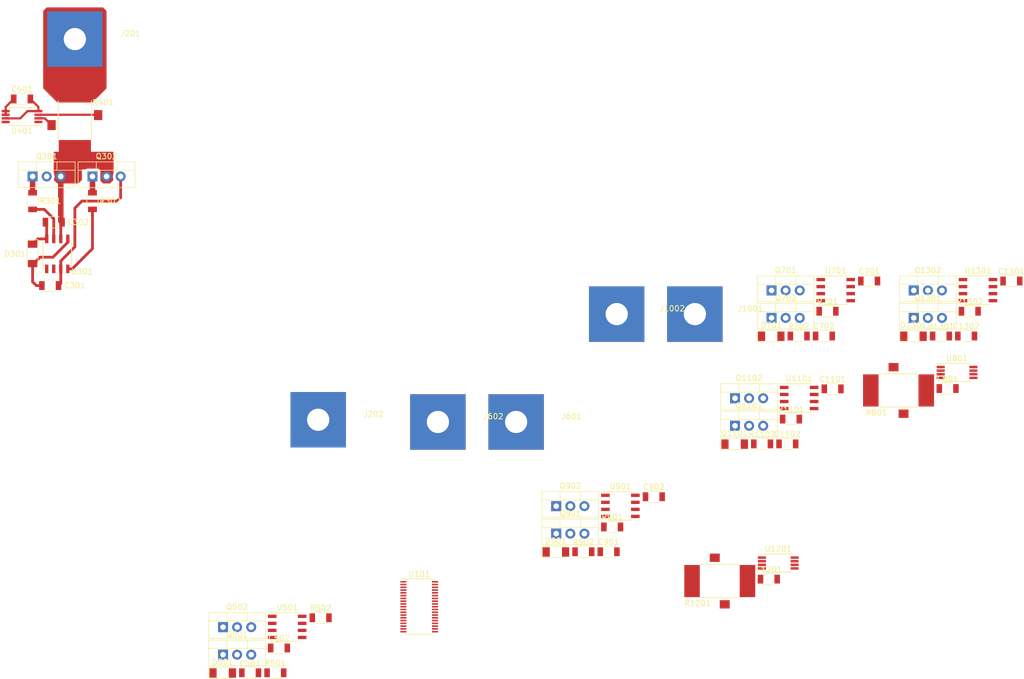
<source format=kicad_pcb>
(kicad_pcb (version 20171130) (host pcbnew "(5.0.0)")

  (general
    (thickness 1.6)
    (drawings 0)
    (tracks 54)
    (zones 0)
    (modules 64)
    (nets 86)
  )

  (page A4)
  (layers
    (0 F.Cu signal)
    (31 B.Cu signal)
    (32 B.Adhes user)
    (33 F.Adhes user)
    (34 B.Paste user)
    (35 F.Paste user)
    (36 B.SilkS user)
    (37 F.SilkS user hide)
    (38 B.Mask user)
    (39 F.Mask user)
    (40 Dwgs.User user)
    (41 Cmts.User user)
    (42 Eco1.User user)
    (43 Eco2.User user)
    (44 Edge.Cuts user)
    (45 Margin user)
    (46 B.CrtYd user)
    (47 F.CrtYd user)
    (48 B.Fab user)
    (49 F.Fab user hide)
  )

  (setup
    (last_trace_width 0.25)
    (user_trace_width 0.4)
    (user_trace_width 0.5)
    (user_trace_width 1)
    (user_trace_width 2)
    (trace_clearance 0.2)
    (zone_clearance 0.508)
    (zone_45_only no)
    (trace_min 0.2)
    (segment_width 0.2)
    (edge_width 0.15)
    (via_size 0.8)
    (via_drill 0.4)
    (via_min_size 0.6)
    (via_min_drill 0.3)
    (user_via 0.6 0.3)
    (user_via 1 0.5)
    (uvia_size 0.3)
    (uvia_drill 0.1)
    (uvias_allowed no)
    (uvia_min_size 0.2)
    (uvia_min_drill 0.1)
    (pcb_text_width 0.3)
    (pcb_text_size 1.5 1.5)
    (mod_edge_width 0.15)
    (mod_text_size 1 1)
    (mod_text_width 0.15)
    (pad_size 1.524 1.524)
    (pad_drill 0.762)
    (pad_to_mask_clearance 0.2)
    (aux_axis_origin 0 0)
    (visible_elements 7FFFFF7F)
    (pcbplotparams
      (layerselection 0x010fc_ffffffff)
      (usegerberextensions false)
      (usegerberattributes false)
      (usegerberadvancedattributes false)
      (creategerberjobfile false)
      (excludeedgelayer true)
      (linewidth 0.100000)
      (plotframeref false)
      (viasonmask false)
      (mode 1)
      (useauxorigin false)
      (hpglpennumber 1)
      (hpglpenspeed 20)
      (hpglpendiameter 15.000000)
      (psnegative false)
      (psa4output false)
      (plotreference true)
      (plotvalue true)
      (plotinvisibletext false)
      (padsonsilk false)
      (subtractmaskfromsilk false)
      (outputformat 1)
      (mirror false)
      (drillshape 1)
      (scaleselection 1)
      (outputdirectory ""))
  )

  (net 0 "")
  (net 1 +15V)
  (net 2 "Net-(C302-Pad1)")
  (net 3 /Leg1/Sensor/IN)
  (net 4 +3V3)
  (net 5 /Leg2/Sensor/IN)
  (net 6 /Leg3/Sensor/IN)
  (net 7 "Net-(C902-Pad1)")
  (net 8 /Leg1/Sensor/OUT)
  (net 9 /Leg2/Sensor/OUT)
  (net 10 /Leg3/Sensor/OUT)
  (net 11 +VDC)
  (net 12 "Net-(Q301-Pad1)")
  (net 13 "Net-(Q302-Pad1)")
  (net 14 -VDC)
  (net 15 "Net-(Q901-Pad1)")
  (net 16 "Net-(Q902-Pad1)")
  (net 17 "Net-(R301-Pad1)")
  (net 18 "Net-(R302-Pad1)")
  (net 19 "Net-(R401-Pad2)")
  (net 20 "Net-(R401-Pad3)")
  (net 21 "Net-(R901-Pad1)")
  (net 22 "Net-(R902-Pad1)")
  (net 23 "Net-(U101-Pad1)")
  (net 24 "Net-(U101-Pad3)")
  (net 25 /Leg2/QH)
  (net 26 /Leg2/QL)
  (net 27 /Leg3/QH)
  (net 28 /Leg3/QL)
  (net 29 "Net-(U101-Pad9)")
  (net 30 "Net-(U101-Pad10)")
  (net 31 "Net-(U101-Pad11)")
  (net 32 "Net-(U101-Pad13)")
  (net 33 "Net-(U101-Pad14)")
  (net 34 "Net-(U101-Pad15)")
  (net 35 "Net-(U101-Pad16)")
  (net 36 "Net-(U101-Pad17)")
  (net 37 "Net-(U101-Pad18)")
  (net 38 /Leg3/Current)
  (net 39 /Leg2/Current)
  (net 40 /Leg1/Current)
  (net 41 "Net-(U101-Pad24)")
  (net 42 "Net-(U101-Pad25)")
  (net 43 "Net-(U101-Pad26)")
  (net 44 "Net-(U101-Pad27)")
  (net 45 "Net-(U101-Pad28)")
  (net 46 "Net-(U101-Pad29)")
  (net 47 "Net-(U101-Pad30)")
  (net 48 "Net-(U101-Pad31)")
  (net 49 "Net-(U101-Pad32)")
  (net 50 "Net-(U101-Pad33)")
  (net 51 "Net-(U101-Pad34)")
  (net 52 "Net-(U101-Pad35)")
  (net 53 /Leg1/QL)
  (net 54 /Leg1/QH)
  (net 55 "Net-(U101-Pad38)")
  (net 56 "Net-(U401-Pad1)")
  (net 57 "Net-(C502-Pad1)")
  (net 58 /Leg1/Power-/OUT)
  (net 59 "Net-(C702-Pad1)")
  (net 60 /Leg2/Power-/OUT)
  (net 61 "Net-(C1102-Pad1)")
  (net 62 /Leg3/Power-/OUT)
  (net 63 "Net-(C1302-Pad1)")
  (net 64 "Net-(Q501-Pad1)")
  (net 65 "Net-(Q502-Pad1)")
  (net 66 "Net-(Q701-Pad1)")
  (net 67 "Net-(Q702-Pad1)")
  (net 68 "Net-(Q1101-Pad1)")
  (net 69 "Net-(Q1102-Pad1)")
  (net 70 "Net-(Q1301-Pad1)")
  (net 71 "Net-(Q1302-Pad1)")
  (net 72 "Net-(R501-Pad1)")
  (net 73 "Net-(R502-Pad1)")
  (net 74 "Net-(R701-Pad1)")
  (net 75 "Net-(R702-Pad1)")
  (net 76 "Net-(R801-Pad3)")
  (net 77 "Net-(R801-Pad2)")
  (net 78 "Net-(R1101-Pad1)")
  (net 79 "Net-(R1102-Pad1)")
  (net 80 "Net-(R1201-Pad2)")
  (net 81 "Net-(R1201-Pad3)")
  (net 82 "Net-(R1301-Pad1)")
  (net 83 "Net-(R1302-Pad1)")
  (net 84 "Net-(U801-Pad1)")
  (net 85 "Net-(U1201-Pad1)")

  (net_class Default "This is the default net class."
    (clearance 0.2)
    (trace_width 0.25)
    (via_dia 0.8)
    (via_drill 0.4)
    (uvia_dia 0.3)
    (uvia_drill 0.1)
    (add_net +15V)
    (add_net +3V3)
    (add_net +VDC)
    (add_net -VDC)
    (add_net /Leg1/Current)
    (add_net /Leg1/Power-/OUT)
    (add_net /Leg1/QH)
    (add_net /Leg1/QL)
    (add_net /Leg1/Sensor/IN)
    (add_net /Leg1/Sensor/OUT)
    (add_net /Leg2/Current)
    (add_net /Leg2/Power-/OUT)
    (add_net /Leg2/QH)
    (add_net /Leg2/QL)
    (add_net /Leg2/Sensor/IN)
    (add_net /Leg2/Sensor/OUT)
    (add_net /Leg3/Current)
    (add_net /Leg3/Power-/OUT)
    (add_net /Leg3/QH)
    (add_net /Leg3/QL)
    (add_net /Leg3/Sensor/IN)
    (add_net /Leg3/Sensor/OUT)
    (add_net "Net-(C1102-Pad1)")
    (add_net "Net-(C1302-Pad1)")
    (add_net "Net-(C302-Pad1)")
    (add_net "Net-(C502-Pad1)")
    (add_net "Net-(C702-Pad1)")
    (add_net "Net-(C902-Pad1)")
    (add_net "Net-(Q1101-Pad1)")
    (add_net "Net-(Q1102-Pad1)")
    (add_net "Net-(Q1301-Pad1)")
    (add_net "Net-(Q1302-Pad1)")
    (add_net "Net-(Q301-Pad1)")
    (add_net "Net-(Q302-Pad1)")
    (add_net "Net-(Q501-Pad1)")
    (add_net "Net-(Q502-Pad1)")
    (add_net "Net-(Q701-Pad1)")
    (add_net "Net-(Q702-Pad1)")
    (add_net "Net-(Q901-Pad1)")
    (add_net "Net-(Q902-Pad1)")
    (add_net "Net-(R1101-Pad1)")
    (add_net "Net-(R1102-Pad1)")
    (add_net "Net-(R1201-Pad2)")
    (add_net "Net-(R1201-Pad3)")
    (add_net "Net-(R1301-Pad1)")
    (add_net "Net-(R1302-Pad1)")
    (add_net "Net-(R301-Pad1)")
    (add_net "Net-(R302-Pad1)")
    (add_net "Net-(R401-Pad2)")
    (add_net "Net-(R401-Pad3)")
    (add_net "Net-(R501-Pad1)")
    (add_net "Net-(R502-Pad1)")
    (add_net "Net-(R701-Pad1)")
    (add_net "Net-(R702-Pad1)")
    (add_net "Net-(R801-Pad2)")
    (add_net "Net-(R801-Pad3)")
    (add_net "Net-(R901-Pad1)")
    (add_net "Net-(R902-Pad1)")
    (add_net "Net-(U101-Pad1)")
    (add_net "Net-(U101-Pad10)")
    (add_net "Net-(U101-Pad11)")
    (add_net "Net-(U101-Pad13)")
    (add_net "Net-(U101-Pad14)")
    (add_net "Net-(U101-Pad15)")
    (add_net "Net-(U101-Pad16)")
    (add_net "Net-(U101-Pad17)")
    (add_net "Net-(U101-Pad18)")
    (add_net "Net-(U101-Pad24)")
    (add_net "Net-(U101-Pad25)")
    (add_net "Net-(U101-Pad26)")
    (add_net "Net-(U101-Pad27)")
    (add_net "Net-(U101-Pad28)")
    (add_net "Net-(U101-Pad29)")
    (add_net "Net-(U101-Pad3)")
    (add_net "Net-(U101-Pad30)")
    (add_net "Net-(U101-Pad31)")
    (add_net "Net-(U101-Pad32)")
    (add_net "Net-(U101-Pad33)")
    (add_net "Net-(U101-Pad34)")
    (add_net "Net-(U101-Pad35)")
    (add_net "Net-(U101-Pad38)")
    (add_net "Net-(U101-Pad9)")
    (add_net "Net-(U1201-Pad1)")
    (add_net "Net-(U401-Pad1)")
    (add_net "Net-(U801-Pad1)")
  )

  (module Passives:C1206M (layer F.Cu) (tedit 5A956631) (tstamp 5B77579B)
    (at 88.9 73.025)
    (descr "Capacitor SMD 1206, reflow soldering, AVX (see smccp.pdf)")
    (tags "capacitor 1206")
    (path /5B767FE4/5B767FF2/5B7685DA)
    (attr smd)
    (fp_text reference C301 (at 4.445 0) (layer F.SilkS)
      (effects (font (size 1 1) (thickness 0.15)))
    )
    (fp_text value 100n (at 0 2) (layer F.Fab) hide
      (effects (font (size 1 1) (thickness 0.15)))
    )
    (fp_line (start 2.25 1.05) (end -2.25 1.05) (layer F.CrtYd) (width 0.05))
    (fp_line (start 2.25 1.05) (end 2.25 -1.05) (layer F.CrtYd) (width 0.05))
    (fp_line (start -2.25 -1.05) (end -2.25 1.05) (layer F.CrtYd) (width 0.05))
    (fp_line (start -2.25 -1.05) (end 2.25 -1.05) (layer F.CrtYd) (width 0.05))
    (fp_line (start -1 1.02) (end 1 1.02) (layer F.SilkS) (width 0.12))
    (fp_line (start 1 -1.02) (end -1 -1.02) (layer F.SilkS) (width 0.12))
    (fp_line (start -1.6 -0.8) (end 1.6 -0.8) (layer F.Fab) (width 0.1))
    (fp_line (start 1.6 -0.8) (end 1.6 0.8) (layer F.Fab) (width 0.1))
    (fp_line (start 1.6 0.8) (end -1.6 0.8) (layer F.Fab) (width 0.1))
    (fp_line (start -1.6 0.8) (end -1.6 -0.8) (layer F.Fab) (width 0.1))
    (fp_text user %R (at 0 0) (layer F.Fab)
      (effects (font (size 0.5 0.5) (thickness 0.07)))
    )
    (pad 2 smd rect (at 1.5 0) (size 1 1.6) (layers F.Cu F.Paste F.Mask)
      (net 14 -VDC))
    (pad 1 smd rect (at -1.5 0) (size 1 1.6) (layers F.Cu F.Paste F.Mask)
      (net 1 +15V))
    (model ${KISYS3DMOD}/Capacitor_SMD.3dshapes/C_1206_3216Metric.wrl
      (at (xyz 0 0 0))
      (scale (xyz 1 1 1))
      (rotate (xyz 0 0 0))
    )
  )

  (module Passives:C1206M (layer F.Cu) (tedit 5A956631) (tstamp 5B773F7E)
    (at 89.535 61.595)
    (descr "Capacitor SMD 1206, reflow soldering, AVX (see smccp.pdf)")
    (tags "capacitor 1206")
    (path /5B767FE4/5B767FF2/5B7686C7)
    (attr smd)
    (fp_text reference C302 (at 4.445 0) (layer F.SilkS)
      (effects (font (size 1 1) (thickness 0.15)))
    )
    (fp_text value 100n (at 0 2) (layer F.Fab) hide
      (effects (font (size 1 1) (thickness 0.15)))
    )
    (fp_text user %R (at 0 0) (layer F.Fab)
      (effects (font (size 0.5 0.5) (thickness 0.07)))
    )
    (fp_line (start -1.6 0.8) (end -1.6 -0.8) (layer F.Fab) (width 0.1))
    (fp_line (start 1.6 0.8) (end -1.6 0.8) (layer F.Fab) (width 0.1))
    (fp_line (start 1.6 -0.8) (end 1.6 0.8) (layer F.Fab) (width 0.1))
    (fp_line (start -1.6 -0.8) (end 1.6 -0.8) (layer F.Fab) (width 0.1))
    (fp_line (start 1 -1.02) (end -1 -1.02) (layer F.SilkS) (width 0.12))
    (fp_line (start -1 1.02) (end 1 1.02) (layer F.SilkS) (width 0.12))
    (fp_line (start -2.25 -1.05) (end 2.25 -1.05) (layer F.CrtYd) (width 0.05))
    (fp_line (start -2.25 -1.05) (end -2.25 1.05) (layer F.CrtYd) (width 0.05))
    (fp_line (start 2.25 1.05) (end 2.25 -1.05) (layer F.CrtYd) (width 0.05))
    (fp_line (start 2.25 1.05) (end -2.25 1.05) (layer F.CrtYd) (width 0.05))
    (pad 1 smd rect (at -1.5 0) (size 1 1.6) (layers F.Cu F.Paste F.Mask)
      (net 2 "Net-(C302-Pad1)"))
    (pad 2 smd rect (at 1.5 0) (size 1 1.6) (layers F.Cu F.Paste F.Mask)
      (net 3 /Leg1/Sensor/IN))
    (model ${KISYS3DMOD}/Capacitor_SMD.3dshapes/C_1206_3216Metric.wrl
      (at (xyz 0 0 0))
      (scale (xyz 1 1 1))
      (rotate (xyz 0 0 0))
    )
  )

  (module Passives:C1206M (layer F.Cu) (tedit 5A956631) (tstamp 5B773F8F)
    (at 83.82 39.37)
    (descr "Capacitor SMD 1206, reflow soldering, AVX (see smccp.pdf)")
    (tags "capacitor 1206")
    (path /5B767FE4/5B767FF5/5B76C4AF)
    (attr smd)
    (fp_text reference C401 (at 0 -1.75) (layer F.SilkS)
      (effects (font (size 1 1) (thickness 0.15)))
    )
    (fp_text value C1206 (at 0 2) (layer F.Fab) hide
      (effects (font (size 1 1) (thickness 0.15)))
    )
    (fp_text user %R (at 0 0) (layer F.Fab)
      (effects (font (size 0.5 0.5) (thickness 0.07)))
    )
    (fp_line (start -1.6 0.8) (end -1.6 -0.8) (layer F.Fab) (width 0.1))
    (fp_line (start 1.6 0.8) (end -1.6 0.8) (layer F.Fab) (width 0.1))
    (fp_line (start 1.6 -0.8) (end 1.6 0.8) (layer F.Fab) (width 0.1))
    (fp_line (start -1.6 -0.8) (end 1.6 -0.8) (layer F.Fab) (width 0.1))
    (fp_line (start 1 -1.02) (end -1 -1.02) (layer F.SilkS) (width 0.12))
    (fp_line (start -1 1.02) (end 1 1.02) (layer F.SilkS) (width 0.12))
    (fp_line (start -2.25 -1.05) (end 2.25 -1.05) (layer F.CrtYd) (width 0.05))
    (fp_line (start -2.25 -1.05) (end -2.25 1.05) (layer F.CrtYd) (width 0.05))
    (fp_line (start 2.25 1.05) (end 2.25 -1.05) (layer F.CrtYd) (width 0.05))
    (fp_line (start 2.25 1.05) (end -2.25 1.05) (layer F.CrtYd) (width 0.05))
    (pad 1 smd rect (at -1.5 0) (size 1 1.6) (layers F.Cu F.Paste F.Mask)
      (net 4 +3V3))
    (pad 2 smd rect (at 1.5 0) (size 1 1.6) (layers F.Cu F.Paste F.Mask)
      (net 14 -VDC))
    (model ${KISYS3DMOD}/Capacitor_SMD.3dshapes/C_1206_3216Metric.wrl
      (at (xyz 0 0 0))
      (scale (xyz 1 1 1))
      (rotate (xyz 0 0 0))
    )
  )

  (module Passives:C1206M (layer F.Cu) (tedit 5A956631) (tstamp 5B773FA0)
    (at 124.955001 142.845001)
    (descr "Capacitor SMD 1206, reflow soldering, AVX (see smccp.pdf)")
    (tags "capacitor 1206")
    (path /5B767FE4/5B772791/5B7685DA)
    (attr smd)
    (fp_text reference C501 (at 0 -1.75) (layer F.SilkS)
      (effects (font (size 1 1) (thickness 0.15)))
    )
    (fp_text value 100n (at 0 2) (layer F.Fab) hide
      (effects (font (size 1 1) (thickness 0.15)))
    )
    (fp_line (start 2.25 1.05) (end -2.25 1.05) (layer F.CrtYd) (width 0.05))
    (fp_line (start 2.25 1.05) (end 2.25 -1.05) (layer F.CrtYd) (width 0.05))
    (fp_line (start -2.25 -1.05) (end -2.25 1.05) (layer F.CrtYd) (width 0.05))
    (fp_line (start -2.25 -1.05) (end 2.25 -1.05) (layer F.CrtYd) (width 0.05))
    (fp_line (start -1 1.02) (end 1 1.02) (layer F.SilkS) (width 0.12))
    (fp_line (start 1 -1.02) (end -1 -1.02) (layer F.SilkS) (width 0.12))
    (fp_line (start -1.6 -0.8) (end 1.6 -0.8) (layer F.Fab) (width 0.1))
    (fp_line (start 1.6 -0.8) (end 1.6 0.8) (layer F.Fab) (width 0.1))
    (fp_line (start 1.6 0.8) (end -1.6 0.8) (layer F.Fab) (width 0.1))
    (fp_line (start -1.6 0.8) (end -1.6 -0.8) (layer F.Fab) (width 0.1))
    (fp_text user %R (at 0 0) (layer F.Fab)
      (effects (font (size 0.5 0.5) (thickness 0.07)))
    )
    (pad 2 smd rect (at 1.5 0) (size 1 1.6) (layers F.Cu F.Paste F.Mask)
      (net 14 -VDC))
    (pad 1 smd rect (at -1.5 0) (size 1 1.6) (layers F.Cu F.Paste F.Mask)
      (net 1 +15V))
    (model ${KISYS3DMOD}/Capacitor_SMD.3dshapes/C_1206_3216Metric.wrl
      (at (xyz 0 0 0))
      (scale (xyz 1 1 1))
      (rotate (xyz 0 0 0))
    )
  )

  (module Passives:C1206M (layer F.Cu) (tedit 5A956631) (tstamp 5B773FB1)
    (at 130.155001 138.375001)
    (descr "Capacitor SMD 1206, reflow soldering, AVX (see smccp.pdf)")
    (tags "capacitor 1206")
    (path /5B767FE4/5B772791/5B7686C7)
    (attr smd)
    (fp_text reference C502 (at 0 -1.75) (layer F.SilkS)
      (effects (font (size 1 1) (thickness 0.15)))
    )
    (fp_text value 100n (at 0 2) (layer F.Fab) hide
      (effects (font (size 1 1) (thickness 0.15)))
    )
    (fp_text user %R (at 0 0) (layer F.Fab)
      (effects (font (size 0.5 0.5) (thickness 0.07)))
    )
    (fp_line (start -1.6 0.8) (end -1.6 -0.8) (layer F.Fab) (width 0.1))
    (fp_line (start 1.6 0.8) (end -1.6 0.8) (layer F.Fab) (width 0.1))
    (fp_line (start 1.6 -0.8) (end 1.6 0.8) (layer F.Fab) (width 0.1))
    (fp_line (start -1.6 -0.8) (end 1.6 -0.8) (layer F.Fab) (width 0.1))
    (fp_line (start 1 -1.02) (end -1 -1.02) (layer F.SilkS) (width 0.12))
    (fp_line (start -1 1.02) (end 1 1.02) (layer F.SilkS) (width 0.12))
    (fp_line (start -2.25 -1.05) (end 2.25 -1.05) (layer F.CrtYd) (width 0.05))
    (fp_line (start -2.25 -1.05) (end -2.25 1.05) (layer F.CrtYd) (width 0.05))
    (fp_line (start 2.25 1.05) (end 2.25 -1.05) (layer F.CrtYd) (width 0.05))
    (fp_line (start 2.25 1.05) (end -2.25 1.05) (layer F.CrtYd) (width 0.05))
    (pad 1 smd rect (at -1.5 0) (size 1 1.6) (layers F.Cu F.Paste F.Mask)
      (net 57 "Net-(C502-Pad1)"))
    (pad 2 smd rect (at 1.5 0) (size 1 1.6) (layers F.Cu F.Paste F.Mask)
      (net 58 /Leg1/Power-/OUT))
    (model ${KISYS3DMOD}/Capacitor_SMD.3dshapes/C_1206_3216Metric.wrl
      (at (xyz 0 0 0))
      (scale (xyz 1 1 1))
      (rotate (xyz 0 0 0))
    )
  )

  (module Passives:C1206M (layer F.Cu) (tedit 5A956631) (tstamp 5B773FC2)
    (at 236.580001 72.200001)
    (descr "Capacitor SMD 1206, reflow soldering, AVX (see smccp.pdf)")
    (tags "capacitor 1206")
    (path /5B76D023/5B767FF2/5B7685DA)
    (attr smd)
    (fp_text reference C701 (at 0 -1.75) (layer F.SilkS)
      (effects (font (size 1 1) (thickness 0.15)))
    )
    (fp_text value 100n (at 0 2) (layer F.Fab) hide
      (effects (font (size 1 1) (thickness 0.15)))
    )
    (fp_text user %R (at 0 0) (layer F.Fab)
      (effects (font (size 0.5 0.5) (thickness 0.07)))
    )
    (fp_line (start -1.6 0.8) (end -1.6 -0.8) (layer F.Fab) (width 0.1))
    (fp_line (start 1.6 0.8) (end -1.6 0.8) (layer F.Fab) (width 0.1))
    (fp_line (start 1.6 -0.8) (end 1.6 0.8) (layer F.Fab) (width 0.1))
    (fp_line (start -1.6 -0.8) (end 1.6 -0.8) (layer F.Fab) (width 0.1))
    (fp_line (start 1 -1.02) (end -1 -1.02) (layer F.SilkS) (width 0.12))
    (fp_line (start -1 1.02) (end 1 1.02) (layer F.SilkS) (width 0.12))
    (fp_line (start -2.25 -1.05) (end 2.25 -1.05) (layer F.CrtYd) (width 0.05))
    (fp_line (start -2.25 -1.05) (end -2.25 1.05) (layer F.CrtYd) (width 0.05))
    (fp_line (start 2.25 1.05) (end 2.25 -1.05) (layer F.CrtYd) (width 0.05))
    (fp_line (start 2.25 1.05) (end -2.25 1.05) (layer F.CrtYd) (width 0.05))
    (pad 1 smd rect (at -1.5 0) (size 1 1.6) (layers F.Cu F.Paste F.Mask)
      (net 1 +15V))
    (pad 2 smd rect (at 1.5 0) (size 1 1.6) (layers F.Cu F.Paste F.Mask)
      (net 14 -VDC))
    (model ${KISYS3DMOD}/Capacitor_SMD.3dshapes/C_1206_3216Metric.wrl
      (at (xyz 0 0 0))
      (scale (xyz 1 1 1))
      (rotate (xyz 0 0 0))
    )
  )

  (module Passives:C1206M (layer F.Cu) (tedit 5A956631) (tstamp 5B773FD3)
    (at 228.420001 82.120001)
    (descr "Capacitor SMD 1206, reflow soldering, AVX (see smccp.pdf)")
    (tags "capacitor 1206")
    (path /5B76D023/5B767FF2/5B7686C7)
    (attr smd)
    (fp_text reference C702 (at 0 -1.75) (layer F.SilkS)
      (effects (font (size 1 1) (thickness 0.15)))
    )
    (fp_text value 100n (at 0 2) (layer F.Fab) hide
      (effects (font (size 1 1) (thickness 0.15)))
    )
    (fp_line (start 2.25 1.05) (end -2.25 1.05) (layer F.CrtYd) (width 0.05))
    (fp_line (start 2.25 1.05) (end 2.25 -1.05) (layer F.CrtYd) (width 0.05))
    (fp_line (start -2.25 -1.05) (end -2.25 1.05) (layer F.CrtYd) (width 0.05))
    (fp_line (start -2.25 -1.05) (end 2.25 -1.05) (layer F.CrtYd) (width 0.05))
    (fp_line (start -1 1.02) (end 1 1.02) (layer F.SilkS) (width 0.12))
    (fp_line (start 1 -1.02) (end -1 -1.02) (layer F.SilkS) (width 0.12))
    (fp_line (start -1.6 -0.8) (end 1.6 -0.8) (layer F.Fab) (width 0.1))
    (fp_line (start 1.6 -0.8) (end 1.6 0.8) (layer F.Fab) (width 0.1))
    (fp_line (start 1.6 0.8) (end -1.6 0.8) (layer F.Fab) (width 0.1))
    (fp_line (start -1.6 0.8) (end -1.6 -0.8) (layer F.Fab) (width 0.1))
    (fp_text user %R (at 0 0) (layer F.Fab)
      (effects (font (size 0.5 0.5) (thickness 0.07)))
    )
    (pad 2 smd rect (at 1.5 0) (size 1 1.6) (layers F.Cu F.Paste F.Mask)
      (net 5 /Leg2/Sensor/IN))
    (pad 1 smd rect (at -1.5 0) (size 1 1.6) (layers F.Cu F.Paste F.Mask)
      (net 59 "Net-(C702-Pad1)"))
    (model ${KISYS3DMOD}/Capacitor_SMD.3dshapes/C_1206_3216Metric.wrl
      (at (xyz 0 0 0))
      (scale (xyz 1 1 1))
      (rotate (xyz 0 0 0))
    )
  )

  (module Passives:C1206M (layer F.Cu) (tedit 5A956631) (tstamp 5B773FE4)
    (at 250.730001 91.590001)
    (descr "Capacitor SMD 1206, reflow soldering, AVX (see smccp.pdf)")
    (tags "capacitor 1206")
    (path /5B76D023/5B767FF5/5B76C4AF)
    (attr smd)
    (fp_text reference C801 (at 0 -1.75) (layer F.SilkS)
      (effects (font (size 1 1) (thickness 0.15)))
    )
    (fp_text value C1206 (at 0 2) (layer F.Fab) hide
      (effects (font (size 1 1) (thickness 0.15)))
    )
    (fp_text user %R (at 0 0) (layer F.Fab)
      (effects (font (size 0.5 0.5) (thickness 0.07)))
    )
    (fp_line (start -1.6 0.8) (end -1.6 -0.8) (layer F.Fab) (width 0.1))
    (fp_line (start 1.6 0.8) (end -1.6 0.8) (layer F.Fab) (width 0.1))
    (fp_line (start 1.6 -0.8) (end 1.6 0.8) (layer F.Fab) (width 0.1))
    (fp_line (start -1.6 -0.8) (end 1.6 -0.8) (layer F.Fab) (width 0.1))
    (fp_line (start 1 -1.02) (end -1 -1.02) (layer F.SilkS) (width 0.12))
    (fp_line (start -1 1.02) (end 1 1.02) (layer F.SilkS) (width 0.12))
    (fp_line (start -2.25 -1.05) (end 2.25 -1.05) (layer F.CrtYd) (width 0.05))
    (fp_line (start -2.25 -1.05) (end -2.25 1.05) (layer F.CrtYd) (width 0.05))
    (fp_line (start 2.25 1.05) (end 2.25 -1.05) (layer F.CrtYd) (width 0.05))
    (fp_line (start 2.25 1.05) (end -2.25 1.05) (layer F.CrtYd) (width 0.05))
    (pad 1 smd rect (at -1.5 0) (size 1 1.6) (layers F.Cu F.Paste F.Mask)
      (net 4 +3V3))
    (pad 2 smd rect (at 1.5 0) (size 1 1.6) (layers F.Cu F.Paste F.Mask)
      (net 14 -VDC))
    (model ${KISYS3DMOD}/Capacitor_SMD.3dshapes/C_1206_3216Metric.wrl
      (at (xyz 0 0 0))
      (scale (xyz 1 1 1))
      (rotate (xyz 0 0 0))
    )
  )

  (module Passives:C1206M (layer F.Cu) (tedit 5A956631) (tstamp 5B773FF5)
    (at 189.590001 121.020001)
    (descr "Capacitor SMD 1206, reflow soldering, AVX (see smccp.pdf)")
    (tags "capacitor 1206")
    (path /5B76D023/5B772791/5B7685DA)
    (attr smd)
    (fp_text reference C901 (at 0 -1.75) (layer F.SilkS)
      (effects (font (size 1 1) (thickness 0.15)))
    )
    (fp_text value 100n (at 0 2) (layer F.Fab) hide
      (effects (font (size 1 1) (thickness 0.15)))
    )
    (fp_line (start 2.25 1.05) (end -2.25 1.05) (layer F.CrtYd) (width 0.05))
    (fp_line (start 2.25 1.05) (end 2.25 -1.05) (layer F.CrtYd) (width 0.05))
    (fp_line (start -2.25 -1.05) (end -2.25 1.05) (layer F.CrtYd) (width 0.05))
    (fp_line (start -2.25 -1.05) (end 2.25 -1.05) (layer F.CrtYd) (width 0.05))
    (fp_line (start -1 1.02) (end 1 1.02) (layer F.SilkS) (width 0.12))
    (fp_line (start 1 -1.02) (end -1 -1.02) (layer F.SilkS) (width 0.12))
    (fp_line (start -1.6 -0.8) (end 1.6 -0.8) (layer F.Fab) (width 0.1))
    (fp_line (start 1.6 -0.8) (end 1.6 0.8) (layer F.Fab) (width 0.1))
    (fp_line (start 1.6 0.8) (end -1.6 0.8) (layer F.Fab) (width 0.1))
    (fp_line (start -1.6 0.8) (end -1.6 -0.8) (layer F.Fab) (width 0.1))
    (fp_text user %R (at 0 0) (layer F.Fab)
      (effects (font (size 0.5 0.5) (thickness 0.07)))
    )
    (pad 2 smd rect (at 1.5 0) (size 1 1.6) (layers F.Cu F.Paste F.Mask)
      (net 14 -VDC))
    (pad 1 smd rect (at -1.5 0) (size 1 1.6) (layers F.Cu F.Paste F.Mask)
      (net 1 +15V))
    (model ${KISYS3DMOD}/Capacitor_SMD.3dshapes/C_1206_3216Metric.wrl
      (at (xyz 0 0 0))
      (scale (xyz 1 1 1))
      (rotate (xyz 0 0 0))
    )
  )

  (module Passives:C1206M (layer F.Cu) (tedit 5A956631) (tstamp 5B774006)
    (at 197.750001 111.100001)
    (descr "Capacitor SMD 1206, reflow soldering, AVX (see smccp.pdf)")
    (tags "capacitor 1206")
    (path /5B76D023/5B772791/5B7686C7)
    (attr smd)
    (fp_text reference C902 (at 0 -1.75) (layer F.SilkS)
      (effects (font (size 1 1) (thickness 0.15)))
    )
    (fp_text value 100n (at 0 2) (layer F.Fab) hide
      (effects (font (size 1 1) (thickness 0.15)))
    )
    (fp_text user %R (at 0 0) (layer F.Fab)
      (effects (font (size 0.5 0.5) (thickness 0.07)))
    )
    (fp_line (start -1.6 0.8) (end -1.6 -0.8) (layer F.Fab) (width 0.1))
    (fp_line (start 1.6 0.8) (end -1.6 0.8) (layer F.Fab) (width 0.1))
    (fp_line (start 1.6 -0.8) (end 1.6 0.8) (layer F.Fab) (width 0.1))
    (fp_line (start -1.6 -0.8) (end 1.6 -0.8) (layer F.Fab) (width 0.1))
    (fp_line (start 1 -1.02) (end -1 -1.02) (layer F.SilkS) (width 0.12))
    (fp_line (start -1 1.02) (end 1 1.02) (layer F.SilkS) (width 0.12))
    (fp_line (start -2.25 -1.05) (end 2.25 -1.05) (layer F.CrtYd) (width 0.05))
    (fp_line (start -2.25 -1.05) (end -2.25 1.05) (layer F.CrtYd) (width 0.05))
    (fp_line (start 2.25 1.05) (end 2.25 -1.05) (layer F.CrtYd) (width 0.05))
    (fp_line (start 2.25 1.05) (end -2.25 1.05) (layer F.CrtYd) (width 0.05))
    (pad 1 smd rect (at -1.5 0) (size 1 1.6) (layers F.Cu F.Paste F.Mask)
      (net 7 "Net-(C902-Pad1)"))
    (pad 2 smd rect (at 1.5 0) (size 1 1.6) (layers F.Cu F.Paste F.Mask)
      (net 60 /Leg2/Power-/OUT))
    (model ${KISYS3DMOD}/Capacitor_SMD.3dshapes/C_1206_3216Metric.wrl
      (at (xyz 0 0 0))
      (scale (xyz 1 1 1))
      (rotate (xyz 0 0 0))
    )
  )

  (module Passives:C1206M (layer F.Cu) (tedit 5A956631) (tstamp 5B774017)
    (at 229.990001 91.650001)
    (descr "Capacitor SMD 1206, reflow soldering, AVX (see smccp.pdf)")
    (tags "capacitor 1206")
    (path /5B76D031/5B767FF2/5B7685DA)
    (attr smd)
    (fp_text reference C1101 (at 0 -1.75) (layer F.SilkS)
      (effects (font (size 1 1) (thickness 0.15)))
    )
    (fp_text value 100n (at 0 2) (layer F.Fab) hide
      (effects (font (size 1 1) (thickness 0.15)))
    )
    (fp_text user %R (at 0 0) (layer F.Fab)
      (effects (font (size 0.5 0.5) (thickness 0.07)))
    )
    (fp_line (start -1.6 0.8) (end -1.6 -0.8) (layer F.Fab) (width 0.1))
    (fp_line (start 1.6 0.8) (end -1.6 0.8) (layer F.Fab) (width 0.1))
    (fp_line (start 1.6 -0.8) (end 1.6 0.8) (layer F.Fab) (width 0.1))
    (fp_line (start -1.6 -0.8) (end 1.6 -0.8) (layer F.Fab) (width 0.1))
    (fp_line (start 1 -1.02) (end -1 -1.02) (layer F.SilkS) (width 0.12))
    (fp_line (start -1 1.02) (end 1 1.02) (layer F.SilkS) (width 0.12))
    (fp_line (start -2.25 -1.05) (end 2.25 -1.05) (layer F.CrtYd) (width 0.05))
    (fp_line (start -2.25 -1.05) (end -2.25 1.05) (layer F.CrtYd) (width 0.05))
    (fp_line (start 2.25 1.05) (end 2.25 -1.05) (layer F.CrtYd) (width 0.05))
    (fp_line (start 2.25 1.05) (end -2.25 1.05) (layer F.CrtYd) (width 0.05))
    (pad 1 smd rect (at -1.5 0) (size 1 1.6) (layers F.Cu F.Paste F.Mask)
      (net 1 +15V))
    (pad 2 smd rect (at 1.5 0) (size 1 1.6) (layers F.Cu F.Paste F.Mask)
      (net 14 -VDC))
    (model ${KISYS3DMOD}/Capacitor_SMD.3dshapes/C_1206_3216Metric.wrl
      (at (xyz 0 0 0))
      (scale (xyz 1 1 1))
      (rotate (xyz 0 0 0))
    )
  )

  (module Passives:C1206M (layer F.Cu) (tedit 5A956631) (tstamp 5B774028)
    (at 221.830001 101.570001)
    (descr "Capacitor SMD 1206, reflow soldering, AVX (see smccp.pdf)")
    (tags "capacitor 1206")
    (path /5B76D031/5B767FF2/5B7686C7)
    (attr smd)
    (fp_text reference C1102 (at 0 -1.75) (layer F.SilkS)
      (effects (font (size 1 1) (thickness 0.15)))
    )
    (fp_text value 100n (at 0 2) (layer F.Fab) hide
      (effects (font (size 1 1) (thickness 0.15)))
    )
    (fp_line (start 2.25 1.05) (end -2.25 1.05) (layer F.CrtYd) (width 0.05))
    (fp_line (start 2.25 1.05) (end 2.25 -1.05) (layer F.CrtYd) (width 0.05))
    (fp_line (start -2.25 -1.05) (end -2.25 1.05) (layer F.CrtYd) (width 0.05))
    (fp_line (start -2.25 -1.05) (end 2.25 -1.05) (layer F.CrtYd) (width 0.05))
    (fp_line (start -1 1.02) (end 1 1.02) (layer F.SilkS) (width 0.12))
    (fp_line (start 1 -1.02) (end -1 -1.02) (layer F.SilkS) (width 0.12))
    (fp_line (start -1.6 -0.8) (end 1.6 -0.8) (layer F.Fab) (width 0.1))
    (fp_line (start 1.6 -0.8) (end 1.6 0.8) (layer F.Fab) (width 0.1))
    (fp_line (start 1.6 0.8) (end -1.6 0.8) (layer F.Fab) (width 0.1))
    (fp_line (start -1.6 0.8) (end -1.6 -0.8) (layer F.Fab) (width 0.1))
    (fp_text user %R (at 0 0) (layer F.Fab)
      (effects (font (size 0.5 0.5) (thickness 0.07)))
    )
    (pad 2 smd rect (at 1.5 0) (size 1 1.6) (layers F.Cu F.Paste F.Mask)
      (net 6 /Leg3/Sensor/IN))
    (pad 1 smd rect (at -1.5 0) (size 1 1.6) (layers F.Cu F.Paste F.Mask)
      (net 61 "Net-(C1102-Pad1)"))
    (model ${KISYS3DMOD}/Capacitor_SMD.3dshapes/C_1206_3216Metric.wrl
      (at (xyz 0 0 0))
      (scale (xyz 1 1 1))
      (rotate (xyz 0 0 0))
    )
  )

  (module Passives:C1206M (layer F.Cu) (tedit 5A956631) (tstamp 5B774039)
    (at 218.490001 125.960001)
    (descr "Capacitor SMD 1206, reflow soldering, AVX (see smccp.pdf)")
    (tags "capacitor 1206")
    (path /5B76D031/5B767FF5/5B76C4AF)
    (attr smd)
    (fp_text reference C1201 (at 0 -1.75) (layer F.SilkS)
      (effects (font (size 1 1) (thickness 0.15)))
    )
    (fp_text value C1206 (at 0 2) (layer F.Fab) hide
      (effects (font (size 1 1) (thickness 0.15)))
    )
    (fp_line (start 2.25 1.05) (end -2.25 1.05) (layer F.CrtYd) (width 0.05))
    (fp_line (start 2.25 1.05) (end 2.25 -1.05) (layer F.CrtYd) (width 0.05))
    (fp_line (start -2.25 -1.05) (end -2.25 1.05) (layer F.CrtYd) (width 0.05))
    (fp_line (start -2.25 -1.05) (end 2.25 -1.05) (layer F.CrtYd) (width 0.05))
    (fp_line (start -1 1.02) (end 1 1.02) (layer F.SilkS) (width 0.12))
    (fp_line (start 1 -1.02) (end -1 -1.02) (layer F.SilkS) (width 0.12))
    (fp_line (start -1.6 -0.8) (end 1.6 -0.8) (layer F.Fab) (width 0.1))
    (fp_line (start 1.6 -0.8) (end 1.6 0.8) (layer F.Fab) (width 0.1))
    (fp_line (start 1.6 0.8) (end -1.6 0.8) (layer F.Fab) (width 0.1))
    (fp_line (start -1.6 0.8) (end -1.6 -0.8) (layer F.Fab) (width 0.1))
    (fp_text user %R (at 0 0) (layer F.Fab)
      (effects (font (size 0.5 0.5) (thickness 0.07)))
    )
    (pad 2 smd rect (at 1.5 0) (size 1 1.6) (layers F.Cu F.Paste F.Mask)
      (net 14 -VDC))
    (pad 1 smd rect (at -1.5 0) (size 1 1.6) (layers F.Cu F.Paste F.Mask)
      (net 4 +3V3))
    (model ${KISYS3DMOD}/Capacitor_SMD.3dshapes/C_1206_3216Metric.wrl
      (at (xyz 0 0 0))
      (scale (xyz 1 1 1))
      (rotate (xyz 0 0 0))
    )
  )

  (module Passives:C1206M (layer F.Cu) (tedit 5A956631) (tstamp 5B77404A)
    (at 262.230001 72.200001)
    (descr "Capacitor SMD 1206, reflow soldering, AVX (see smccp.pdf)")
    (tags "capacitor 1206")
    (path /5B76D031/5B772791/5B7685DA)
    (attr smd)
    (fp_text reference C1301 (at 0 -1.75) (layer F.SilkS)
      (effects (font (size 1 1) (thickness 0.15)))
    )
    (fp_text value 100n (at 0 2) (layer F.Fab) hide
      (effects (font (size 1 1) (thickness 0.15)))
    )
    (fp_text user %R (at 0 0) (layer F.Fab)
      (effects (font (size 0.5 0.5) (thickness 0.07)))
    )
    (fp_line (start -1.6 0.8) (end -1.6 -0.8) (layer F.Fab) (width 0.1))
    (fp_line (start 1.6 0.8) (end -1.6 0.8) (layer F.Fab) (width 0.1))
    (fp_line (start 1.6 -0.8) (end 1.6 0.8) (layer F.Fab) (width 0.1))
    (fp_line (start -1.6 -0.8) (end 1.6 -0.8) (layer F.Fab) (width 0.1))
    (fp_line (start 1 -1.02) (end -1 -1.02) (layer F.SilkS) (width 0.12))
    (fp_line (start -1 1.02) (end 1 1.02) (layer F.SilkS) (width 0.12))
    (fp_line (start -2.25 -1.05) (end 2.25 -1.05) (layer F.CrtYd) (width 0.05))
    (fp_line (start -2.25 -1.05) (end -2.25 1.05) (layer F.CrtYd) (width 0.05))
    (fp_line (start 2.25 1.05) (end 2.25 -1.05) (layer F.CrtYd) (width 0.05))
    (fp_line (start 2.25 1.05) (end -2.25 1.05) (layer F.CrtYd) (width 0.05))
    (pad 1 smd rect (at -1.5 0) (size 1 1.6) (layers F.Cu F.Paste F.Mask)
      (net 1 +15V))
    (pad 2 smd rect (at 1.5 0) (size 1 1.6) (layers F.Cu F.Paste F.Mask)
      (net 14 -VDC))
    (model ${KISYS3DMOD}/Capacitor_SMD.3dshapes/C_1206_3216Metric.wrl
      (at (xyz 0 0 0))
      (scale (xyz 1 1 1))
      (rotate (xyz 0 0 0))
    )
  )

  (module Passives:C1206M (layer F.Cu) (tedit 5A956631) (tstamp 5B77405B)
    (at 254.070001 82.120001)
    (descr "Capacitor SMD 1206, reflow soldering, AVX (see smccp.pdf)")
    (tags "capacitor 1206")
    (path /5B76D031/5B772791/5B7686C7)
    (attr smd)
    (fp_text reference C1302 (at 0 -1.75) (layer F.SilkS)
      (effects (font (size 1 1) (thickness 0.15)))
    )
    (fp_text value 100n (at 0 2) (layer F.Fab) hide
      (effects (font (size 1 1) (thickness 0.15)))
    )
    (fp_line (start 2.25 1.05) (end -2.25 1.05) (layer F.CrtYd) (width 0.05))
    (fp_line (start 2.25 1.05) (end 2.25 -1.05) (layer F.CrtYd) (width 0.05))
    (fp_line (start -2.25 -1.05) (end -2.25 1.05) (layer F.CrtYd) (width 0.05))
    (fp_line (start -2.25 -1.05) (end 2.25 -1.05) (layer F.CrtYd) (width 0.05))
    (fp_line (start -1 1.02) (end 1 1.02) (layer F.SilkS) (width 0.12))
    (fp_line (start 1 -1.02) (end -1 -1.02) (layer F.SilkS) (width 0.12))
    (fp_line (start -1.6 -0.8) (end 1.6 -0.8) (layer F.Fab) (width 0.1))
    (fp_line (start 1.6 -0.8) (end 1.6 0.8) (layer F.Fab) (width 0.1))
    (fp_line (start 1.6 0.8) (end -1.6 0.8) (layer F.Fab) (width 0.1))
    (fp_line (start -1.6 0.8) (end -1.6 -0.8) (layer F.Fab) (width 0.1))
    (fp_text user %R (at 0 0) (layer F.Fab)
      (effects (font (size 0.5 0.5) (thickness 0.07)))
    )
    (pad 2 smd rect (at 1.5 0) (size 1 1.6) (layers F.Cu F.Paste F.Mask)
      (net 62 /Leg3/Power-/OUT))
    (pad 1 smd rect (at -1.5 0) (size 1 1.6) (layers F.Cu F.Paste F.Mask)
      (net 63 "Net-(C1302-Pad1)"))
    (model ${KISYS3DMOD}/Capacitor_SMD.3dshapes/C_1206_3216Metric.wrl
      (at (xyz 0 0 0))
      (scale (xyz 1 1 1))
      (rotate (xyz 0 0 0))
    )
  )

  (module Discretes:D_MiniMELF (layer F.Cu) (tedit 59F95434) (tstamp 5B774074)
    (at 85.725 67.31 270)
    (descr "Diode Mini-MELF")
    (tags "Diode Mini-MELF")
    (path /5B767FE4/5B767FF2/5B76A6F5)
    (attr smd)
    (fp_text reference D301 (at 0 3.175) (layer F.SilkS)
      (effects (font (size 1 1) (thickness 0.15)))
    )
    (fp_text value LL4148 (at 0 1.75 270) (layer F.Fab) hide
      (effects (font (size 1 1) (thickness 0.15)))
    )
    (fp_line (start -2.65 1.1) (end -2.65 -1.1) (layer F.CrtYd) (width 0.05))
    (fp_line (start 2.65 1.1) (end -2.65 1.1) (layer F.CrtYd) (width 0.05))
    (fp_line (start 2.65 -1.1) (end 2.65 1.1) (layer F.CrtYd) (width 0.05))
    (fp_line (start -2.65 -1.1) (end 2.65 -1.1) (layer F.CrtYd) (width 0.05))
    (fp_line (start -0.75 0) (end -0.35 0) (layer F.Fab) (width 0.1))
    (fp_line (start -0.35 0) (end -0.35 -0.55) (layer F.Fab) (width 0.1))
    (fp_line (start -0.35 0) (end -0.35 0.55) (layer F.Fab) (width 0.1))
    (fp_line (start -0.35 0) (end 0.25 -0.4) (layer F.Fab) (width 0.1))
    (fp_line (start 0.25 -0.4) (end 0.25 0.4) (layer F.Fab) (width 0.1))
    (fp_line (start 0.25 0.4) (end -0.35 0) (layer F.Fab) (width 0.1))
    (fp_line (start 0.25 0) (end 0.75 0) (layer F.Fab) (width 0.1))
    (fp_line (start -1.65 -0.8) (end 1.65 -0.8) (layer F.Fab) (width 0.1))
    (fp_line (start -1.65 0.8) (end -1.65 -0.8) (layer F.Fab) (width 0.1))
    (fp_line (start 1.65 0.8) (end -1.65 0.8) (layer F.Fab) (width 0.1))
    (fp_line (start 1.65 -0.8) (end 1.65 0.8) (layer F.Fab) (width 0.1))
    (fp_line (start -2.55 1) (end 1.75 1) (layer F.SilkS) (width 0.12))
    (fp_line (start -2.55 -1) (end -2.55 1) (layer F.SilkS) (width 0.12))
    (fp_line (start 1.75 -1) (end -2.55 -1) (layer F.SilkS) (width 0.12))
    (fp_text user %R (at 0 3.175) (layer F.Fab)
      (effects (font (size 1 1) (thickness 0.15)))
    )
    (pad 2 smd rect (at 1.75 0 270) (size 1.3 1.7) (layers F.Cu F.Paste F.Mask)
      (net 1 +15V))
    (pad 1 smd rect (at -1.75 0 270) (size 1.3 1.7) (layers F.Cu F.Paste F.Mask)
      (net 2 "Net-(C302-Pad1)"))
    (model ${KISYS3DMOD}/Diode_SMD.3dshapes/D_MiniMELF.wrl
      (at (xyz 0 0 0))
      (scale (xyz 1 1 1))
      (rotate (xyz 0 0 0))
    )
  )

  (module Discretes:D_MiniMELF (layer F.Cu) (tedit 59F95434) (tstamp 5B77408D)
    (at 120.005001 142.890001)
    (descr "Diode Mini-MELF")
    (tags "Diode Mini-MELF")
    (path /5B767FE4/5B772791/5B76A6F5)
    (attr smd)
    (fp_text reference D501 (at 0 -2) (layer F.SilkS)
      (effects (font (size 1 1) (thickness 0.15)))
    )
    (fp_text value LL4148 (at 0 1.75) (layer F.Fab) hide
      (effects (font (size 1 1) (thickness 0.15)))
    )
    (fp_text user %R (at 0 -2) (layer F.Fab)
      (effects (font (size 1 1) (thickness 0.15)))
    )
    (fp_line (start 1.75 -1) (end -2.55 -1) (layer F.SilkS) (width 0.12))
    (fp_line (start -2.55 -1) (end -2.55 1) (layer F.SilkS) (width 0.12))
    (fp_line (start -2.55 1) (end 1.75 1) (layer F.SilkS) (width 0.12))
    (fp_line (start 1.65 -0.8) (end 1.65 0.8) (layer F.Fab) (width 0.1))
    (fp_line (start 1.65 0.8) (end -1.65 0.8) (layer F.Fab) (width 0.1))
    (fp_line (start -1.65 0.8) (end -1.65 -0.8) (layer F.Fab) (width 0.1))
    (fp_line (start -1.65 -0.8) (end 1.65 -0.8) (layer F.Fab) (width 0.1))
    (fp_line (start 0.25 0) (end 0.75 0) (layer F.Fab) (width 0.1))
    (fp_line (start 0.25 0.4) (end -0.35 0) (layer F.Fab) (width 0.1))
    (fp_line (start 0.25 -0.4) (end 0.25 0.4) (layer F.Fab) (width 0.1))
    (fp_line (start -0.35 0) (end 0.25 -0.4) (layer F.Fab) (width 0.1))
    (fp_line (start -0.35 0) (end -0.35 0.55) (layer F.Fab) (width 0.1))
    (fp_line (start -0.35 0) (end -0.35 -0.55) (layer F.Fab) (width 0.1))
    (fp_line (start -0.75 0) (end -0.35 0) (layer F.Fab) (width 0.1))
    (fp_line (start -2.65 -1.1) (end 2.65 -1.1) (layer F.CrtYd) (width 0.05))
    (fp_line (start 2.65 -1.1) (end 2.65 1.1) (layer F.CrtYd) (width 0.05))
    (fp_line (start 2.65 1.1) (end -2.65 1.1) (layer F.CrtYd) (width 0.05))
    (fp_line (start -2.65 1.1) (end -2.65 -1.1) (layer F.CrtYd) (width 0.05))
    (pad 1 smd rect (at -1.75 0) (size 1.3 1.7) (layers F.Cu F.Paste F.Mask)
      (net 57 "Net-(C502-Pad1)"))
    (pad 2 smd rect (at 1.75 0) (size 1.3 1.7) (layers F.Cu F.Paste F.Mask)
      (net 1 +15V))
    (model ${KISYS3DMOD}/Diode_SMD.3dshapes/D_MiniMELF.wrl
      (at (xyz 0 0 0))
      (scale (xyz 1 1 1))
      (rotate (xyz 0 0 0))
    )
  )

  (module Discretes:D_MiniMELF (layer F.Cu) (tedit 59F95434) (tstamp 5B7740A6)
    (at 218.920001 82.165001)
    (descr "Diode Mini-MELF")
    (tags "Diode Mini-MELF")
    (path /5B76D023/5B767FF2/5B76A6F5)
    (attr smd)
    (fp_text reference D701 (at 0 -2) (layer F.SilkS)
      (effects (font (size 1 1) (thickness 0.15)))
    )
    (fp_text value LL4148 (at 0 1.75) (layer F.Fab) hide
      (effects (font (size 1 1) (thickness 0.15)))
    )
    (fp_line (start -2.65 1.1) (end -2.65 -1.1) (layer F.CrtYd) (width 0.05))
    (fp_line (start 2.65 1.1) (end -2.65 1.1) (layer F.CrtYd) (width 0.05))
    (fp_line (start 2.65 -1.1) (end 2.65 1.1) (layer F.CrtYd) (width 0.05))
    (fp_line (start -2.65 -1.1) (end 2.65 -1.1) (layer F.CrtYd) (width 0.05))
    (fp_line (start -0.75 0) (end -0.35 0) (layer F.Fab) (width 0.1))
    (fp_line (start -0.35 0) (end -0.35 -0.55) (layer F.Fab) (width 0.1))
    (fp_line (start -0.35 0) (end -0.35 0.55) (layer F.Fab) (width 0.1))
    (fp_line (start -0.35 0) (end 0.25 -0.4) (layer F.Fab) (width 0.1))
    (fp_line (start 0.25 -0.4) (end 0.25 0.4) (layer F.Fab) (width 0.1))
    (fp_line (start 0.25 0.4) (end -0.35 0) (layer F.Fab) (width 0.1))
    (fp_line (start 0.25 0) (end 0.75 0) (layer F.Fab) (width 0.1))
    (fp_line (start -1.65 -0.8) (end 1.65 -0.8) (layer F.Fab) (width 0.1))
    (fp_line (start -1.65 0.8) (end -1.65 -0.8) (layer F.Fab) (width 0.1))
    (fp_line (start 1.65 0.8) (end -1.65 0.8) (layer F.Fab) (width 0.1))
    (fp_line (start 1.65 -0.8) (end 1.65 0.8) (layer F.Fab) (width 0.1))
    (fp_line (start -2.55 1) (end 1.75 1) (layer F.SilkS) (width 0.12))
    (fp_line (start -2.55 -1) (end -2.55 1) (layer F.SilkS) (width 0.12))
    (fp_line (start 1.75 -1) (end -2.55 -1) (layer F.SilkS) (width 0.12))
    (fp_text user %R (at 0 -2) (layer F.Fab)
      (effects (font (size 1 1) (thickness 0.15)))
    )
    (pad 2 smd rect (at 1.75 0) (size 1.3 1.7) (layers F.Cu F.Paste F.Mask)
      (net 1 +15V))
    (pad 1 smd rect (at -1.75 0) (size 1.3 1.7) (layers F.Cu F.Paste F.Mask)
      (net 59 "Net-(C702-Pad1)"))
    (model ${KISYS3DMOD}/Diode_SMD.3dshapes/D_MiniMELF.wrl
      (at (xyz 0 0 0))
      (scale (xyz 1 1 1))
      (rotate (xyz 0 0 0))
    )
  )

  (module Discretes:D_MiniMELF (layer F.Cu) (tedit 59F95434) (tstamp 5B7740BF)
    (at 180.090001 121.065001)
    (descr "Diode Mini-MELF")
    (tags "Diode Mini-MELF")
    (path /5B76D023/5B772791/5B76A6F5)
    (attr smd)
    (fp_text reference D901 (at 0 -2) (layer F.SilkS)
      (effects (font (size 1 1) (thickness 0.15)))
    )
    (fp_text value LL4148 (at 0 1.75) (layer F.Fab) hide
      (effects (font (size 1 1) (thickness 0.15)))
    )
    (fp_text user %R (at 0 -2) (layer F.Fab)
      (effects (font (size 1 1) (thickness 0.15)))
    )
    (fp_line (start 1.75 -1) (end -2.55 -1) (layer F.SilkS) (width 0.12))
    (fp_line (start -2.55 -1) (end -2.55 1) (layer F.SilkS) (width 0.12))
    (fp_line (start -2.55 1) (end 1.75 1) (layer F.SilkS) (width 0.12))
    (fp_line (start 1.65 -0.8) (end 1.65 0.8) (layer F.Fab) (width 0.1))
    (fp_line (start 1.65 0.8) (end -1.65 0.8) (layer F.Fab) (width 0.1))
    (fp_line (start -1.65 0.8) (end -1.65 -0.8) (layer F.Fab) (width 0.1))
    (fp_line (start -1.65 -0.8) (end 1.65 -0.8) (layer F.Fab) (width 0.1))
    (fp_line (start 0.25 0) (end 0.75 0) (layer F.Fab) (width 0.1))
    (fp_line (start 0.25 0.4) (end -0.35 0) (layer F.Fab) (width 0.1))
    (fp_line (start 0.25 -0.4) (end 0.25 0.4) (layer F.Fab) (width 0.1))
    (fp_line (start -0.35 0) (end 0.25 -0.4) (layer F.Fab) (width 0.1))
    (fp_line (start -0.35 0) (end -0.35 0.55) (layer F.Fab) (width 0.1))
    (fp_line (start -0.35 0) (end -0.35 -0.55) (layer F.Fab) (width 0.1))
    (fp_line (start -0.75 0) (end -0.35 0) (layer F.Fab) (width 0.1))
    (fp_line (start -2.65 -1.1) (end 2.65 -1.1) (layer F.CrtYd) (width 0.05))
    (fp_line (start 2.65 -1.1) (end 2.65 1.1) (layer F.CrtYd) (width 0.05))
    (fp_line (start 2.65 1.1) (end -2.65 1.1) (layer F.CrtYd) (width 0.05))
    (fp_line (start -2.65 1.1) (end -2.65 -1.1) (layer F.CrtYd) (width 0.05))
    (pad 1 smd rect (at -1.75 0) (size 1.3 1.7) (layers F.Cu F.Paste F.Mask)
      (net 7 "Net-(C902-Pad1)"))
    (pad 2 smd rect (at 1.75 0) (size 1.3 1.7) (layers F.Cu F.Paste F.Mask)
      (net 1 +15V))
    (model ${KISYS3DMOD}/Diode_SMD.3dshapes/D_MiniMELF.wrl
      (at (xyz 0 0 0))
      (scale (xyz 1 1 1))
      (rotate (xyz 0 0 0))
    )
  )

  (module Discretes:D_MiniMELF (layer F.Cu) (tedit 59F95434) (tstamp 5B7740D8)
    (at 212.330001 101.615001)
    (descr "Diode Mini-MELF")
    (tags "Diode Mini-MELF")
    (path /5B76D031/5B767FF2/5B76A6F5)
    (attr smd)
    (fp_text reference D1101 (at 0 -2) (layer F.SilkS)
      (effects (font (size 1 1) (thickness 0.15)))
    )
    (fp_text value LL4148 (at 0 1.75) (layer F.Fab) hide
      (effects (font (size 1 1) (thickness 0.15)))
    )
    (fp_line (start -2.65 1.1) (end -2.65 -1.1) (layer F.CrtYd) (width 0.05))
    (fp_line (start 2.65 1.1) (end -2.65 1.1) (layer F.CrtYd) (width 0.05))
    (fp_line (start 2.65 -1.1) (end 2.65 1.1) (layer F.CrtYd) (width 0.05))
    (fp_line (start -2.65 -1.1) (end 2.65 -1.1) (layer F.CrtYd) (width 0.05))
    (fp_line (start -0.75 0) (end -0.35 0) (layer F.Fab) (width 0.1))
    (fp_line (start -0.35 0) (end -0.35 -0.55) (layer F.Fab) (width 0.1))
    (fp_line (start -0.35 0) (end -0.35 0.55) (layer F.Fab) (width 0.1))
    (fp_line (start -0.35 0) (end 0.25 -0.4) (layer F.Fab) (width 0.1))
    (fp_line (start 0.25 -0.4) (end 0.25 0.4) (layer F.Fab) (width 0.1))
    (fp_line (start 0.25 0.4) (end -0.35 0) (layer F.Fab) (width 0.1))
    (fp_line (start 0.25 0) (end 0.75 0) (layer F.Fab) (width 0.1))
    (fp_line (start -1.65 -0.8) (end 1.65 -0.8) (layer F.Fab) (width 0.1))
    (fp_line (start -1.65 0.8) (end -1.65 -0.8) (layer F.Fab) (width 0.1))
    (fp_line (start 1.65 0.8) (end -1.65 0.8) (layer F.Fab) (width 0.1))
    (fp_line (start 1.65 -0.8) (end 1.65 0.8) (layer F.Fab) (width 0.1))
    (fp_line (start -2.55 1) (end 1.75 1) (layer F.SilkS) (width 0.12))
    (fp_line (start -2.55 -1) (end -2.55 1) (layer F.SilkS) (width 0.12))
    (fp_line (start 1.75 -1) (end -2.55 -1) (layer F.SilkS) (width 0.12))
    (fp_text user %R (at 0 -2) (layer F.Fab)
      (effects (font (size 1 1) (thickness 0.15)))
    )
    (pad 2 smd rect (at 1.75 0) (size 1.3 1.7) (layers F.Cu F.Paste F.Mask)
      (net 1 +15V))
    (pad 1 smd rect (at -1.75 0) (size 1.3 1.7) (layers F.Cu F.Paste F.Mask)
      (net 61 "Net-(C1102-Pad1)"))
    (model ${KISYS3DMOD}/Diode_SMD.3dshapes/D_MiniMELF.wrl
      (at (xyz 0 0 0))
      (scale (xyz 1 1 1))
      (rotate (xyz 0 0 0))
    )
  )

  (module Discretes:D_MiniMELF (layer F.Cu) (tedit 59F95434) (tstamp 5B7740F1)
    (at 244.570001 82.165001)
    (descr "Diode Mini-MELF")
    (tags "Diode Mini-MELF")
    (path /5B76D031/5B772791/5B76A6F5)
    (attr smd)
    (fp_text reference D1301 (at 0 -2) (layer F.SilkS)
      (effects (font (size 1 1) (thickness 0.15)))
    )
    (fp_text value LL4148 (at 0 1.75) (layer F.Fab) hide
      (effects (font (size 1 1) (thickness 0.15)))
    )
    (fp_text user %R (at 0 -2) (layer F.Fab)
      (effects (font (size 1 1) (thickness 0.15)))
    )
    (fp_line (start 1.75 -1) (end -2.55 -1) (layer F.SilkS) (width 0.12))
    (fp_line (start -2.55 -1) (end -2.55 1) (layer F.SilkS) (width 0.12))
    (fp_line (start -2.55 1) (end 1.75 1) (layer F.SilkS) (width 0.12))
    (fp_line (start 1.65 -0.8) (end 1.65 0.8) (layer F.Fab) (width 0.1))
    (fp_line (start 1.65 0.8) (end -1.65 0.8) (layer F.Fab) (width 0.1))
    (fp_line (start -1.65 0.8) (end -1.65 -0.8) (layer F.Fab) (width 0.1))
    (fp_line (start -1.65 -0.8) (end 1.65 -0.8) (layer F.Fab) (width 0.1))
    (fp_line (start 0.25 0) (end 0.75 0) (layer F.Fab) (width 0.1))
    (fp_line (start 0.25 0.4) (end -0.35 0) (layer F.Fab) (width 0.1))
    (fp_line (start 0.25 -0.4) (end 0.25 0.4) (layer F.Fab) (width 0.1))
    (fp_line (start -0.35 0) (end 0.25 -0.4) (layer F.Fab) (width 0.1))
    (fp_line (start -0.35 0) (end -0.35 0.55) (layer F.Fab) (width 0.1))
    (fp_line (start -0.35 0) (end -0.35 -0.55) (layer F.Fab) (width 0.1))
    (fp_line (start -0.75 0) (end -0.35 0) (layer F.Fab) (width 0.1))
    (fp_line (start -2.65 -1.1) (end 2.65 -1.1) (layer F.CrtYd) (width 0.05))
    (fp_line (start 2.65 -1.1) (end 2.65 1.1) (layer F.CrtYd) (width 0.05))
    (fp_line (start 2.65 1.1) (end -2.65 1.1) (layer F.CrtYd) (width 0.05))
    (fp_line (start -2.65 1.1) (end -2.65 -1.1) (layer F.CrtYd) (width 0.05))
    (pad 1 smd rect (at -1.75 0) (size 1.3 1.7) (layers F.Cu F.Paste F.Mask)
      (net 63 "Net-(C1302-Pad1)"))
    (pad 2 smd rect (at 1.75 0) (size 1.3 1.7) (layers F.Cu F.Paste F.Mask)
      (net 1 +15V))
    (model ${KISYS3DMOD}/Diode_SMD.3dshapes/D_MiniMELF.wrl
      (at (xyz 0 0 0))
      (scale (xyz 1 1 1))
      (rotate (xyz 0 0 0))
    )
  )

  (module Connector:Pusa_4mm (layer F.Cu) (tedit 5A141F73) (tstamp 5B7740F9)
    (at 93.345 28.575)
    (path /5B767FE4/5B772913)
    (fp_text reference J201 (at 10 -1) (layer F.SilkS)
      (effects (font (size 1 1) (thickness 0.15)))
    )
    (fp_text value Pusa_4mm (at 12 1) (layer F.Fab) hide
      (effects (font (size 1 1) (thickness 0.15)))
    )
    (fp_circle (center 0 0) (end 7 0) (layer F.CrtYd) (width 0.1))
    (fp_circle (center 0 0) (end 7 0) (layer F.Fab) (width 0.1))
    (fp_circle (center 0 0) (end 2 0) (layer F.Fab) (width 0.1))
    (pad 1 thru_hole rect (at 0 0) (size 10 10) (drill 4) (layers *.Cu *.Mask)
      (net 8 /Leg1/Sensor/OUT))
    (model ${KISYS3DMOD}/Connector.3dshapes/Pusa_4mm.wrl
      (at (xyz 0 0 0))
      (scale (xyz 1 1 1))
      (rotate (xyz 0 0 0))
    )
  )

  (module Connector:Pusa_4mm (layer F.Cu) (tedit 5A141F73) (tstamp 5B774101)
    (at 137.225001 97.220001)
    (path /5B767FE4/5B77299E)
    (fp_text reference J202 (at 10 -1) (layer F.SilkS)
      (effects (font (size 1 1) (thickness 0.15)))
    )
    (fp_text value Pusa_4mm (at 12 1) (layer F.Fab) hide
      (effects (font (size 1 1) (thickness 0.15)))
    )
    (fp_circle (center 0 0) (end 2 0) (layer F.Fab) (width 0.1))
    (fp_circle (center 0 0) (end 7 0) (layer F.Fab) (width 0.1))
    (fp_circle (center 0 0) (end 7 0) (layer F.CrtYd) (width 0.1))
    (pad 1 thru_hole rect (at 0 0) (size 10 10) (drill 4) (layers *.Cu *.Mask)
      (net 58 /Leg1/Power-/OUT))
    (model ${KISYS3DMOD}/Connector.3dshapes/Pusa_4mm.wrl
      (at (xyz 0 0 0))
      (scale (xyz 1 1 1))
      (rotate (xyz 0 0 0))
    )
  )

  (module Connector:Pusa_4mm (layer F.Cu) (tedit 5A141F73) (tstamp 5B774109)
    (at 172.915001 97.620001)
    (path /5B76D023/5B772913)
    (fp_text reference J601 (at 10 -1) (layer F.SilkS)
      (effects (font (size 1 1) (thickness 0.15)))
    )
    (fp_text value Pusa_4mm (at 12 1) (layer F.Fab) hide
      (effects (font (size 1 1) (thickness 0.15)))
    )
    (fp_circle (center 0 0) (end 7 0) (layer F.CrtYd) (width 0.1))
    (fp_circle (center 0 0) (end 7 0) (layer F.Fab) (width 0.1))
    (fp_circle (center 0 0) (end 2 0) (layer F.Fab) (width 0.1))
    (pad 1 thru_hole rect (at 0 0) (size 10 10) (drill 4) (layers *.Cu *.Mask)
      (net 9 /Leg2/Sensor/OUT))
    (model ${KISYS3DMOD}/Connector.3dshapes/Pusa_4mm.wrl
      (at (xyz 0 0 0))
      (scale (xyz 1 1 1))
      (rotate (xyz 0 0 0))
    )
  )

  (module Connector:Pusa_4mm (layer F.Cu) (tedit 5A141F73) (tstamp 5B774111)
    (at 158.815001 97.620001)
    (path /5B76D023/5B77299E)
    (fp_text reference J602 (at 10 -1) (layer F.SilkS)
      (effects (font (size 1 1) (thickness 0.15)))
    )
    (fp_text value Pusa_4mm (at 12 1) (layer F.Fab) hide
      (effects (font (size 1 1) (thickness 0.15)))
    )
    (fp_circle (center 0 0) (end 2 0) (layer F.Fab) (width 0.1))
    (fp_circle (center 0 0) (end 7 0) (layer F.Fab) (width 0.1))
    (fp_circle (center 0 0) (end 7 0) (layer F.CrtYd) (width 0.1))
    (pad 1 thru_hole rect (at 0 0) (size 10 10) (drill 4) (layers *.Cu *.Mask)
      (net 60 /Leg2/Power-/OUT))
    (model ${KISYS3DMOD}/Connector.3dshapes/Pusa_4mm.wrl
      (at (xyz 0 0 0))
      (scale (xyz 1 1 1))
      (rotate (xyz 0 0 0))
    )
  )

  (module Connector:Pusa_4mm (layer F.Cu) (tedit 5A141F73) (tstamp 5B774119)
    (at 205.155001 78.170001)
    (path /5B76D031/5B772913)
    (fp_text reference J1001 (at 10 -1) (layer F.SilkS)
      (effects (font (size 1 1) (thickness 0.15)))
    )
    (fp_text value Pusa_4mm (at 12 1) (layer F.Fab) hide
      (effects (font (size 1 1) (thickness 0.15)))
    )
    (fp_circle (center 0 0) (end 7 0) (layer F.CrtYd) (width 0.1))
    (fp_circle (center 0 0) (end 7 0) (layer F.Fab) (width 0.1))
    (fp_circle (center 0 0) (end 2 0) (layer F.Fab) (width 0.1))
    (pad 1 thru_hole rect (at 0 0) (size 10 10) (drill 4) (layers *.Cu *.Mask)
      (net 10 /Leg3/Sensor/OUT))
    (model ${KISYS3DMOD}/Connector.3dshapes/Pusa_4mm.wrl
      (at (xyz 0 0 0))
      (scale (xyz 1 1 1))
      (rotate (xyz 0 0 0))
    )
  )

  (module Connector:Pusa_4mm (layer F.Cu) (tedit 5A141F73) (tstamp 5B774121)
    (at 191.055001 78.170001)
    (path /5B76D031/5B77299E)
    (fp_text reference J1002 (at 10 -1) (layer F.SilkS)
      (effects (font (size 1 1) (thickness 0.15)))
    )
    (fp_text value Pusa_4mm (at 12 1) (layer F.Fab) hide
      (effects (font (size 1 1) (thickness 0.15)))
    )
    (fp_circle (center 0 0) (end 2 0) (layer F.Fab) (width 0.1))
    (fp_circle (center 0 0) (end 7 0) (layer F.Fab) (width 0.1))
    (fp_circle (center 0 0) (end 7 0) (layer F.CrtYd) (width 0.1))
    (pad 1 thru_hole rect (at 0 0) (size 10 10) (drill 4) (layers *.Cu *.Mask)
      (net 62 /Leg3/Power-/OUT))
    (model ${KISYS3DMOD}/Connector.3dshapes/Pusa_4mm.wrl
      (at (xyz 0 0 0))
      (scale (xyz 1 1 1))
      (rotate (xyz 0 0 0))
    )
  )

  (module Discretes:TO-220 (layer F.Cu) (tedit 59E9DD4A) (tstamp 5B77413B)
    (at 85.725 53.34)
    (descr "TO-220-3, Vertical, RM 2.54mm")
    (tags "TO-220-3 Vertical RM 2.54mm")
    (path /5B767FE4/5B767FF2/5B768070)
    (fp_text reference Q301 (at 2.54 -3.62) (layer F.SilkS)
      (effects (font (size 1 1) (thickness 0.15)))
    )
    (fp_text value CSD19531KCS (at 2.54 3.92) (layer F.Fab) hide
      (effects (font (size 1 1) (thickness 0.15)))
    )
    (fp_line (start 7.79 -2.75) (end -2.71 -2.75) (layer F.CrtYd) (width 0.05))
    (fp_line (start 7.79 2.16) (end 7.79 -2.75) (layer F.CrtYd) (width 0.05))
    (fp_line (start -2.71 2.16) (end 7.79 2.16) (layer F.CrtYd) (width 0.05))
    (fp_line (start -2.71 -2.75) (end -2.71 2.16) (layer F.CrtYd) (width 0.05))
    (fp_line (start 4.391 -2.62) (end 4.391 -1.11) (layer F.SilkS) (width 0.12))
    (fp_line (start 0.69 -2.62) (end 0.69 -1.11) (layer F.SilkS) (width 0.12))
    (fp_line (start -2.58 -1.11) (end 7.66 -1.11) (layer F.SilkS) (width 0.12))
    (fp_line (start 7.66 -2.62) (end 7.66 2.021) (layer F.SilkS) (width 0.12))
    (fp_line (start -2.58 -2.62) (end -2.58 2.021) (layer F.SilkS) (width 0.12))
    (fp_line (start -2.58 2.021) (end 7.66 2.021) (layer F.SilkS) (width 0.12))
    (fp_line (start -2.58 -2.62) (end 7.66 -2.62) (layer F.SilkS) (width 0.12))
    (fp_line (start 4.39 -2.5) (end 4.39 -1.23) (layer F.Fab) (width 0.1))
    (fp_line (start 0.69 -2.5) (end 0.69 -1.23) (layer F.Fab) (width 0.1))
    (fp_line (start -2.46 -1.23) (end 7.54 -1.23) (layer F.Fab) (width 0.1))
    (fp_line (start 7.54 -2.5) (end -2.46 -2.5) (layer F.Fab) (width 0.1))
    (fp_line (start 7.54 1.9) (end 7.54 -2.5) (layer F.Fab) (width 0.1))
    (fp_line (start -2.46 1.9) (end 7.54 1.9) (layer F.Fab) (width 0.1))
    (fp_line (start -2.46 -2.5) (end -2.46 1.9) (layer F.Fab) (width 0.1))
    (fp_text user %R (at 2.54 -3.62) (layer F.Fab)
      (effects (font (size 1 1) (thickness 0.15)))
    )
    (pad 3 thru_hole oval (at 5.08 0) (size 1.8 1.8) (drill 1) (layers *.Cu *.Mask)
      (net 3 /Leg1/Sensor/IN))
    (pad 2 thru_hole oval (at 2.54 0) (size 1.8 1.8) (drill 1) (layers *.Cu *.Mask)
      (net 11 +VDC))
    (pad 1 thru_hole rect (at 0 0) (size 1.8 1.8) (drill 1) (layers *.Cu *.Mask)
      (net 12 "Net-(Q301-Pad1)"))
    (model ${KISYS3DMOD}/Package_TO_SOT_THT.3dshapes/TO-220-3_Vertical.wrl
      (at (xyz 0 0 0))
      (scale (xyz 1 1 1))
      (rotate (xyz 0 0 0))
    )
  )

  (module Discretes:TO-220 (layer F.Cu) (tedit 59E9DD4A) (tstamp 5B774155)
    (at 96.52 53.34)
    (descr "TO-220-3, Vertical, RM 2.54mm")
    (tags "TO-220-3 Vertical RM 2.54mm")
    (path /5B767FE4/5B767FF2/5B768110)
    (fp_text reference Q302 (at 2.54 -3.62) (layer F.SilkS)
      (effects (font (size 1 1) (thickness 0.15)))
    )
    (fp_text value CSD19531KCS (at 2.54 3.92) (layer F.Fab) hide
      (effects (font (size 1 1) (thickness 0.15)))
    )
    (fp_text user %R (at 2.54 -3.62) (layer F.Fab)
      (effects (font (size 1 1) (thickness 0.15)))
    )
    (fp_line (start -2.46 -2.5) (end -2.46 1.9) (layer F.Fab) (width 0.1))
    (fp_line (start -2.46 1.9) (end 7.54 1.9) (layer F.Fab) (width 0.1))
    (fp_line (start 7.54 1.9) (end 7.54 -2.5) (layer F.Fab) (width 0.1))
    (fp_line (start 7.54 -2.5) (end -2.46 -2.5) (layer F.Fab) (width 0.1))
    (fp_line (start -2.46 -1.23) (end 7.54 -1.23) (layer F.Fab) (width 0.1))
    (fp_line (start 0.69 -2.5) (end 0.69 -1.23) (layer F.Fab) (width 0.1))
    (fp_line (start 4.39 -2.5) (end 4.39 -1.23) (layer F.Fab) (width 0.1))
    (fp_line (start -2.58 -2.62) (end 7.66 -2.62) (layer F.SilkS) (width 0.12))
    (fp_line (start -2.58 2.021) (end 7.66 2.021) (layer F.SilkS) (width 0.12))
    (fp_line (start -2.58 -2.62) (end -2.58 2.021) (layer F.SilkS) (width 0.12))
    (fp_line (start 7.66 -2.62) (end 7.66 2.021) (layer F.SilkS) (width 0.12))
    (fp_line (start -2.58 -1.11) (end 7.66 -1.11) (layer F.SilkS) (width 0.12))
    (fp_line (start 0.69 -2.62) (end 0.69 -1.11) (layer F.SilkS) (width 0.12))
    (fp_line (start 4.391 -2.62) (end 4.391 -1.11) (layer F.SilkS) (width 0.12))
    (fp_line (start -2.71 -2.75) (end -2.71 2.16) (layer F.CrtYd) (width 0.05))
    (fp_line (start -2.71 2.16) (end 7.79 2.16) (layer F.CrtYd) (width 0.05))
    (fp_line (start 7.79 2.16) (end 7.79 -2.75) (layer F.CrtYd) (width 0.05))
    (fp_line (start 7.79 -2.75) (end -2.71 -2.75) (layer F.CrtYd) (width 0.05))
    (pad 1 thru_hole rect (at 0 0) (size 1.8 1.8) (drill 1) (layers *.Cu *.Mask)
      (net 13 "Net-(Q302-Pad1)"))
    (pad 2 thru_hole oval (at 2.54 0) (size 1.8 1.8) (drill 1) (layers *.Cu *.Mask)
      (net 3 /Leg1/Sensor/IN))
    (pad 3 thru_hole oval (at 5.08 0) (size 1.8 1.8) (drill 1) (layers *.Cu *.Mask)
      (net 14 -VDC))
    (model ${KISYS3DMOD}/Package_TO_SOT_THT.3dshapes/TO-220-3_Vertical.wrl
      (at (xyz 0 0 0))
      (scale (xyz 1 1 1))
      (rotate (xyz 0 0 0))
    )
  )

  (module Discretes:TO-220 (layer F.Cu) (tedit 59E9DD4A) (tstamp 5B77416F)
    (at 120.065001 139.580001)
    (descr "TO-220-3, Vertical, RM 2.54mm")
    (tags "TO-220-3 Vertical RM 2.54mm")
    (path /5B767FE4/5B772791/5B768070)
    (fp_text reference Q501 (at 2.54 -3.62) (layer F.SilkS)
      (effects (font (size 1 1) (thickness 0.15)))
    )
    (fp_text value CSD19531KCS (at 2.54 3.92) (layer F.Fab) hide
      (effects (font (size 1 1) (thickness 0.15)))
    )
    (fp_line (start 7.79 -2.75) (end -2.71 -2.75) (layer F.CrtYd) (width 0.05))
    (fp_line (start 7.79 2.16) (end 7.79 -2.75) (layer F.CrtYd) (width 0.05))
    (fp_line (start -2.71 2.16) (end 7.79 2.16) (layer F.CrtYd) (width 0.05))
    (fp_line (start -2.71 -2.75) (end -2.71 2.16) (layer F.CrtYd) (width 0.05))
    (fp_line (start 4.391 -2.62) (end 4.391 -1.11) (layer F.SilkS) (width 0.12))
    (fp_line (start 0.69 -2.62) (end 0.69 -1.11) (layer F.SilkS) (width 0.12))
    (fp_line (start -2.58 -1.11) (end 7.66 -1.11) (layer F.SilkS) (width 0.12))
    (fp_line (start 7.66 -2.62) (end 7.66 2.021) (layer F.SilkS) (width 0.12))
    (fp_line (start -2.58 -2.62) (end -2.58 2.021) (layer F.SilkS) (width 0.12))
    (fp_line (start -2.58 2.021) (end 7.66 2.021) (layer F.SilkS) (width 0.12))
    (fp_line (start -2.58 -2.62) (end 7.66 -2.62) (layer F.SilkS) (width 0.12))
    (fp_line (start 4.39 -2.5) (end 4.39 -1.23) (layer F.Fab) (width 0.1))
    (fp_line (start 0.69 -2.5) (end 0.69 -1.23) (layer F.Fab) (width 0.1))
    (fp_line (start -2.46 -1.23) (end 7.54 -1.23) (layer F.Fab) (width 0.1))
    (fp_line (start 7.54 -2.5) (end -2.46 -2.5) (layer F.Fab) (width 0.1))
    (fp_line (start 7.54 1.9) (end 7.54 -2.5) (layer F.Fab) (width 0.1))
    (fp_line (start -2.46 1.9) (end 7.54 1.9) (layer F.Fab) (width 0.1))
    (fp_line (start -2.46 -2.5) (end -2.46 1.9) (layer F.Fab) (width 0.1))
    (fp_text user %R (at 2.54 -3.62) (layer F.Fab)
      (effects (font (size 1 1) (thickness 0.15)))
    )
    (pad 3 thru_hole oval (at 5.08 0) (size 1.8 1.8) (drill 1) (layers *.Cu *.Mask)
      (net 58 /Leg1/Power-/OUT))
    (pad 2 thru_hole oval (at 2.54 0) (size 1.8 1.8) (drill 1) (layers *.Cu *.Mask)
      (net 11 +VDC))
    (pad 1 thru_hole rect (at 0 0) (size 1.8 1.8) (drill 1) (layers *.Cu *.Mask)
      (net 64 "Net-(Q501-Pad1)"))
    (model ${KISYS3DMOD}/Package_TO_SOT_THT.3dshapes/TO-220-3_Vertical.wrl
      (at (xyz 0 0 0))
      (scale (xyz 1 1 1))
      (rotate (xyz 0 0 0))
    )
  )

  (module Discretes:TO-220 (layer F.Cu) (tedit 59E9DD4A) (tstamp 5B774189)
    (at 120.065001 134.620001)
    (descr "TO-220-3, Vertical, RM 2.54mm")
    (tags "TO-220-3 Vertical RM 2.54mm")
    (path /5B767FE4/5B772791/5B768110)
    (fp_text reference Q502 (at 2.54 -3.62) (layer F.SilkS)
      (effects (font (size 1 1) (thickness 0.15)))
    )
    (fp_text value CSD19531KCS (at 2.54 3.92) (layer F.Fab) hide
      (effects (font (size 1 1) (thickness 0.15)))
    )
    (fp_text user %R (at 2.54 -3.62) (layer F.Fab)
      (effects (font (size 1 1) (thickness 0.15)))
    )
    (fp_line (start -2.46 -2.5) (end -2.46 1.9) (layer F.Fab) (width 0.1))
    (fp_line (start -2.46 1.9) (end 7.54 1.9) (layer F.Fab) (width 0.1))
    (fp_line (start 7.54 1.9) (end 7.54 -2.5) (layer F.Fab) (width 0.1))
    (fp_line (start 7.54 -2.5) (end -2.46 -2.5) (layer F.Fab) (width 0.1))
    (fp_line (start -2.46 -1.23) (end 7.54 -1.23) (layer F.Fab) (width 0.1))
    (fp_line (start 0.69 -2.5) (end 0.69 -1.23) (layer F.Fab) (width 0.1))
    (fp_line (start 4.39 -2.5) (end 4.39 -1.23) (layer F.Fab) (width 0.1))
    (fp_line (start -2.58 -2.62) (end 7.66 -2.62) (layer F.SilkS) (width 0.12))
    (fp_line (start -2.58 2.021) (end 7.66 2.021) (layer F.SilkS) (width 0.12))
    (fp_line (start -2.58 -2.62) (end -2.58 2.021) (layer F.SilkS) (width 0.12))
    (fp_line (start 7.66 -2.62) (end 7.66 2.021) (layer F.SilkS) (width 0.12))
    (fp_line (start -2.58 -1.11) (end 7.66 -1.11) (layer F.SilkS) (width 0.12))
    (fp_line (start 0.69 -2.62) (end 0.69 -1.11) (layer F.SilkS) (width 0.12))
    (fp_line (start 4.391 -2.62) (end 4.391 -1.11) (layer F.SilkS) (width 0.12))
    (fp_line (start -2.71 -2.75) (end -2.71 2.16) (layer F.CrtYd) (width 0.05))
    (fp_line (start -2.71 2.16) (end 7.79 2.16) (layer F.CrtYd) (width 0.05))
    (fp_line (start 7.79 2.16) (end 7.79 -2.75) (layer F.CrtYd) (width 0.05))
    (fp_line (start 7.79 -2.75) (end -2.71 -2.75) (layer F.CrtYd) (width 0.05))
    (pad 1 thru_hole rect (at 0 0) (size 1.8 1.8) (drill 1) (layers *.Cu *.Mask)
      (net 65 "Net-(Q502-Pad1)"))
    (pad 2 thru_hole oval (at 2.54 0) (size 1.8 1.8) (drill 1) (layers *.Cu *.Mask)
      (net 58 /Leg1/Power-/OUT))
    (pad 3 thru_hole oval (at 5.08 0) (size 1.8 1.8) (drill 1) (layers *.Cu *.Mask)
      (net 14 -VDC))
    (model ${KISYS3DMOD}/Package_TO_SOT_THT.3dshapes/TO-220-3_Vertical.wrl
      (at (xyz 0 0 0))
      (scale (xyz 1 1 1))
      (rotate (xyz 0 0 0))
    )
  )

  (module Discretes:TO-220 (layer F.Cu) (tedit 59E9DD4A) (tstamp 5B7741A3)
    (at 218.980001 73.895001)
    (descr "TO-220-3, Vertical, RM 2.54mm")
    (tags "TO-220-3 Vertical RM 2.54mm")
    (path /5B76D023/5B767FF2/5B768070)
    (fp_text reference Q701 (at 2.54 -3.62) (layer F.SilkS)
      (effects (font (size 1 1) (thickness 0.15)))
    )
    (fp_text value CSD19531KCS (at 2.54 3.92) (layer F.Fab) hide
      (effects (font (size 1 1) (thickness 0.15)))
    )
    (fp_text user %R (at 2.54 -3.62) (layer F.Fab)
      (effects (font (size 1 1) (thickness 0.15)))
    )
    (fp_line (start -2.46 -2.5) (end -2.46 1.9) (layer F.Fab) (width 0.1))
    (fp_line (start -2.46 1.9) (end 7.54 1.9) (layer F.Fab) (width 0.1))
    (fp_line (start 7.54 1.9) (end 7.54 -2.5) (layer F.Fab) (width 0.1))
    (fp_line (start 7.54 -2.5) (end -2.46 -2.5) (layer F.Fab) (width 0.1))
    (fp_line (start -2.46 -1.23) (end 7.54 -1.23) (layer F.Fab) (width 0.1))
    (fp_line (start 0.69 -2.5) (end 0.69 -1.23) (layer F.Fab) (width 0.1))
    (fp_line (start 4.39 -2.5) (end 4.39 -1.23) (layer F.Fab) (width 0.1))
    (fp_line (start -2.58 -2.62) (end 7.66 -2.62) (layer F.SilkS) (width 0.12))
    (fp_line (start -2.58 2.021) (end 7.66 2.021) (layer F.SilkS) (width 0.12))
    (fp_line (start -2.58 -2.62) (end -2.58 2.021) (layer F.SilkS) (width 0.12))
    (fp_line (start 7.66 -2.62) (end 7.66 2.021) (layer F.SilkS) (width 0.12))
    (fp_line (start -2.58 -1.11) (end 7.66 -1.11) (layer F.SilkS) (width 0.12))
    (fp_line (start 0.69 -2.62) (end 0.69 -1.11) (layer F.SilkS) (width 0.12))
    (fp_line (start 4.391 -2.62) (end 4.391 -1.11) (layer F.SilkS) (width 0.12))
    (fp_line (start -2.71 -2.75) (end -2.71 2.16) (layer F.CrtYd) (width 0.05))
    (fp_line (start -2.71 2.16) (end 7.79 2.16) (layer F.CrtYd) (width 0.05))
    (fp_line (start 7.79 2.16) (end 7.79 -2.75) (layer F.CrtYd) (width 0.05))
    (fp_line (start 7.79 -2.75) (end -2.71 -2.75) (layer F.CrtYd) (width 0.05))
    (pad 1 thru_hole rect (at 0 0) (size 1.8 1.8) (drill 1) (layers *.Cu *.Mask)
      (net 66 "Net-(Q701-Pad1)"))
    (pad 2 thru_hole oval (at 2.54 0) (size 1.8 1.8) (drill 1) (layers *.Cu *.Mask)
      (net 11 +VDC))
    (pad 3 thru_hole oval (at 5.08 0) (size 1.8 1.8) (drill 1) (layers *.Cu *.Mask)
      (net 5 /Leg2/Sensor/IN))
    (model ${KISYS3DMOD}/Package_TO_SOT_THT.3dshapes/TO-220-3_Vertical.wrl
      (at (xyz 0 0 0))
      (scale (xyz 1 1 1))
      (rotate (xyz 0 0 0))
    )
  )

  (module Discretes:TO-220 (layer F.Cu) (tedit 59E9DD4A) (tstamp 5B7741BD)
    (at 218.980001 78.855001)
    (descr "TO-220-3, Vertical, RM 2.54mm")
    (tags "TO-220-3 Vertical RM 2.54mm")
    (path /5B76D023/5B767FF2/5B768110)
    (fp_text reference Q702 (at 2.54 -3.62) (layer F.SilkS)
      (effects (font (size 1 1) (thickness 0.15)))
    )
    (fp_text value CSD19531KCS (at 2.54 3.92) (layer F.Fab) hide
      (effects (font (size 1 1) (thickness 0.15)))
    )
    (fp_line (start 7.79 -2.75) (end -2.71 -2.75) (layer F.CrtYd) (width 0.05))
    (fp_line (start 7.79 2.16) (end 7.79 -2.75) (layer F.CrtYd) (width 0.05))
    (fp_line (start -2.71 2.16) (end 7.79 2.16) (layer F.CrtYd) (width 0.05))
    (fp_line (start -2.71 -2.75) (end -2.71 2.16) (layer F.CrtYd) (width 0.05))
    (fp_line (start 4.391 -2.62) (end 4.391 -1.11) (layer F.SilkS) (width 0.12))
    (fp_line (start 0.69 -2.62) (end 0.69 -1.11) (layer F.SilkS) (width 0.12))
    (fp_line (start -2.58 -1.11) (end 7.66 -1.11) (layer F.SilkS) (width 0.12))
    (fp_line (start 7.66 -2.62) (end 7.66 2.021) (layer F.SilkS) (width 0.12))
    (fp_line (start -2.58 -2.62) (end -2.58 2.021) (layer F.SilkS) (width 0.12))
    (fp_line (start -2.58 2.021) (end 7.66 2.021) (layer F.SilkS) (width 0.12))
    (fp_line (start -2.58 -2.62) (end 7.66 -2.62) (layer F.SilkS) (width 0.12))
    (fp_line (start 4.39 -2.5) (end 4.39 -1.23) (layer F.Fab) (width 0.1))
    (fp_line (start 0.69 -2.5) (end 0.69 -1.23) (layer F.Fab) (width 0.1))
    (fp_line (start -2.46 -1.23) (end 7.54 -1.23) (layer F.Fab) (width 0.1))
    (fp_line (start 7.54 -2.5) (end -2.46 -2.5) (layer F.Fab) (width 0.1))
    (fp_line (start 7.54 1.9) (end 7.54 -2.5) (layer F.Fab) (width 0.1))
    (fp_line (start -2.46 1.9) (end 7.54 1.9) (layer F.Fab) (width 0.1))
    (fp_line (start -2.46 -2.5) (end -2.46 1.9) (layer F.Fab) (width 0.1))
    (fp_text user %R (at 2.54 -3.62) (layer F.Fab)
      (effects (font (size 1 1) (thickness 0.15)))
    )
    (pad 3 thru_hole oval (at 5.08 0) (size 1.8 1.8) (drill 1) (layers *.Cu *.Mask)
      (net 14 -VDC))
    (pad 2 thru_hole oval (at 2.54 0) (size 1.8 1.8) (drill 1) (layers *.Cu *.Mask)
      (net 5 /Leg2/Sensor/IN))
    (pad 1 thru_hole rect (at 0 0) (size 1.8 1.8) (drill 1) (layers *.Cu *.Mask)
      (net 67 "Net-(Q702-Pad1)"))
    (model ${KISYS3DMOD}/Package_TO_SOT_THT.3dshapes/TO-220-3_Vertical.wrl
      (at (xyz 0 0 0))
      (scale (xyz 1 1 1))
      (rotate (xyz 0 0 0))
    )
  )

  (module Discretes:TO-220 (layer F.Cu) (tedit 59E9DD4A) (tstamp 5B7741D7)
    (at 180.150001 117.755001)
    (descr "TO-220-3, Vertical, RM 2.54mm")
    (tags "TO-220-3 Vertical RM 2.54mm")
    (path /5B76D023/5B772791/5B768070)
    (fp_text reference Q901 (at 2.54 -3.62) (layer F.SilkS)
      (effects (font (size 1 1) (thickness 0.15)))
    )
    (fp_text value CSD19531KCS (at 2.54 3.92) (layer F.Fab) hide
      (effects (font (size 1 1) (thickness 0.15)))
    )
    (fp_text user %R (at 2.54 -3.62) (layer F.Fab)
      (effects (font (size 1 1) (thickness 0.15)))
    )
    (fp_line (start -2.46 -2.5) (end -2.46 1.9) (layer F.Fab) (width 0.1))
    (fp_line (start -2.46 1.9) (end 7.54 1.9) (layer F.Fab) (width 0.1))
    (fp_line (start 7.54 1.9) (end 7.54 -2.5) (layer F.Fab) (width 0.1))
    (fp_line (start 7.54 -2.5) (end -2.46 -2.5) (layer F.Fab) (width 0.1))
    (fp_line (start -2.46 -1.23) (end 7.54 -1.23) (layer F.Fab) (width 0.1))
    (fp_line (start 0.69 -2.5) (end 0.69 -1.23) (layer F.Fab) (width 0.1))
    (fp_line (start 4.39 -2.5) (end 4.39 -1.23) (layer F.Fab) (width 0.1))
    (fp_line (start -2.58 -2.62) (end 7.66 -2.62) (layer F.SilkS) (width 0.12))
    (fp_line (start -2.58 2.021) (end 7.66 2.021) (layer F.SilkS) (width 0.12))
    (fp_line (start -2.58 -2.62) (end -2.58 2.021) (layer F.SilkS) (width 0.12))
    (fp_line (start 7.66 -2.62) (end 7.66 2.021) (layer F.SilkS) (width 0.12))
    (fp_line (start -2.58 -1.11) (end 7.66 -1.11) (layer F.SilkS) (width 0.12))
    (fp_line (start 0.69 -2.62) (end 0.69 -1.11) (layer F.SilkS) (width 0.12))
    (fp_line (start 4.391 -2.62) (end 4.391 -1.11) (layer F.SilkS) (width 0.12))
    (fp_line (start -2.71 -2.75) (end -2.71 2.16) (layer F.CrtYd) (width 0.05))
    (fp_line (start -2.71 2.16) (end 7.79 2.16) (layer F.CrtYd) (width 0.05))
    (fp_line (start 7.79 2.16) (end 7.79 -2.75) (layer F.CrtYd) (width 0.05))
    (fp_line (start 7.79 -2.75) (end -2.71 -2.75) (layer F.CrtYd) (width 0.05))
    (pad 1 thru_hole rect (at 0 0) (size 1.8 1.8) (drill 1) (layers *.Cu *.Mask)
      (net 15 "Net-(Q901-Pad1)"))
    (pad 2 thru_hole oval (at 2.54 0) (size 1.8 1.8) (drill 1) (layers *.Cu *.Mask)
      (net 11 +VDC))
    (pad 3 thru_hole oval (at 5.08 0) (size 1.8 1.8) (drill 1) (layers *.Cu *.Mask)
      (net 60 /Leg2/Power-/OUT))
    (model ${KISYS3DMOD}/Package_TO_SOT_THT.3dshapes/TO-220-3_Vertical.wrl
      (at (xyz 0 0 0))
      (scale (xyz 1 1 1))
      (rotate (xyz 0 0 0))
    )
  )

  (module Discretes:TO-220 (layer F.Cu) (tedit 59E9DD4A) (tstamp 5B7741F1)
    (at 180.150001 112.795001)
    (descr "TO-220-3, Vertical, RM 2.54mm")
    (tags "TO-220-3 Vertical RM 2.54mm")
    (path /5B76D023/5B772791/5B768110)
    (fp_text reference Q902 (at 2.54 -3.62) (layer F.SilkS)
      (effects (font (size 1 1) (thickness 0.15)))
    )
    (fp_text value CSD19531KCS (at 2.54 3.92) (layer F.Fab) hide
      (effects (font (size 1 1) (thickness 0.15)))
    )
    (fp_text user %R (at 2.54 -3.62) (layer F.Fab)
      (effects (font (size 1 1) (thickness 0.15)))
    )
    (fp_line (start -2.46 -2.5) (end -2.46 1.9) (layer F.Fab) (width 0.1))
    (fp_line (start -2.46 1.9) (end 7.54 1.9) (layer F.Fab) (width 0.1))
    (fp_line (start 7.54 1.9) (end 7.54 -2.5) (layer F.Fab) (width 0.1))
    (fp_line (start 7.54 -2.5) (end -2.46 -2.5) (layer F.Fab) (width 0.1))
    (fp_line (start -2.46 -1.23) (end 7.54 -1.23) (layer F.Fab) (width 0.1))
    (fp_line (start 0.69 -2.5) (end 0.69 -1.23) (layer F.Fab) (width 0.1))
    (fp_line (start 4.39 -2.5) (end 4.39 -1.23) (layer F.Fab) (width 0.1))
    (fp_line (start -2.58 -2.62) (end 7.66 -2.62) (layer F.SilkS) (width 0.12))
    (fp_line (start -2.58 2.021) (end 7.66 2.021) (layer F.SilkS) (width 0.12))
    (fp_line (start -2.58 -2.62) (end -2.58 2.021) (layer F.SilkS) (width 0.12))
    (fp_line (start 7.66 -2.62) (end 7.66 2.021) (layer F.SilkS) (width 0.12))
    (fp_line (start -2.58 -1.11) (end 7.66 -1.11) (layer F.SilkS) (width 0.12))
    (fp_line (start 0.69 -2.62) (end 0.69 -1.11) (layer F.SilkS) (width 0.12))
    (fp_line (start 4.391 -2.62) (end 4.391 -1.11) (layer F.SilkS) (width 0.12))
    (fp_line (start -2.71 -2.75) (end -2.71 2.16) (layer F.CrtYd) (width 0.05))
    (fp_line (start -2.71 2.16) (end 7.79 2.16) (layer F.CrtYd) (width 0.05))
    (fp_line (start 7.79 2.16) (end 7.79 -2.75) (layer F.CrtYd) (width 0.05))
    (fp_line (start 7.79 -2.75) (end -2.71 -2.75) (layer F.CrtYd) (width 0.05))
    (pad 1 thru_hole rect (at 0 0) (size 1.8 1.8) (drill 1) (layers *.Cu *.Mask)
      (net 16 "Net-(Q902-Pad1)"))
    (pad 2 thru_hole oval (at 2.54 0) (size 1.8 1.8) (drill 1) (layers *.Cu *.Mask)
      (net 60 /Leg2/Power-/OUT))
    (pad 3 thru_hole oval (at 5.08 0) (size 1.8 1.8) (drill 1) (layers *.Cu *.Mask)
      (net 14 -VDC))
    (model ${KISYS3DMOD}/Package_TO_SOT_THT.3dshapes/TO-220-3_Vertical.wrl
      (at (xyz 0 0 0))
      (scale (xyz 1 1 1))
      (rotate (xyz 0 0 0))
    )
  )

  (module Discretes:TO-220 (layer F.Cu) (tedit 59E9DD4A) (tstamp 5B77420B)
    (at 212.390001 98.305001)
    (descr "TO-220-3, Vertical, RM 2.54mm")
    (tags "TO-220-3 Vertical RM 2.54mm")
    (path /5B76D031/5B767FF2/5B768070)
    (fp_text reference Q1101 (at 2.54 -3.62) (layer F.SilkS)
      (effects (font (size 1 1) (thickness 0.15)))
    )
    (fp_text value CSD19531KCS (at 2.54 3.92) (layer F.Fab) hide
      (effects (font (size 1 1) (thickness 0.15)))
    )
    (fp_line (start 7.79 -2.75) (end -2.71 -2.75) (layer F.CrtYd) (width 0.05))
    (fp_line (start 7.79 2.16) (end 7.79 -2.75) (layer F.CrtYd) (width 0.05))
    (fp_line (start -2.71 2.16) (end 7.79 2.16) (layer F.CrtYd) (width 0.05))
    (fp_line (start -2.71 -2.75) (end -2.71 2.16) (layer F.CrtYd) (width 0.05))
    (fp_line (start 4.391 -2.62) (end 4.391 -1.11) (layer F.SilkS) (width 0.12))
    (fp_line (start 0.69 -2.62) (end 0.69 -1.11) (layer F.SilkS) (width 0.12))
    (fp_line (start -2.58 -1.11) (end 7.66 -1.11) (layer F.SilkS) (width 0.12))
    (fp_line (start 7.66 -2.62) (end 7.66 2.021) (layer F.SilkS) (width 0.12))
    (fp_line (start -2.58 -2.62) (end -2.58 2.021) (layer F.SilkS) (width 0.12))
    (fp_line (start -2.58 2.021) (end 7.66 2.021) (layer F.SilkS) (width 0.12))
    (fp_line (start -2.58 -2.62) (end 7.66 -2.62) (layer F.SilkS) (width 0.12))
    (fp_line (start 4.39 -2.5) (end 4.39 -1.23) (layer F.Fab) (width 0.1))
    (fp_line (start 0.69 -2.5) (end 0.69 -1.23) (layer F.Fab) (width 0.1))
    (fp_line (start -2.46 -1.23) (end 7.54 -1.23) (layer F.Fab) (width 0.1))
    (fp_line (start 7.54 -2.5) (end -2.46 -2.5) (layer F.Fab) (width 0.1))
    (fp_line (start 7.54 1.9) (end 7.54 -2.5) (layer F.Fab) (width 0.1))
    (fp_line (start -2.46 1.9) (end 7.54 1.9) (layer F.Fab) (width 0.1))
    (fp_line (start -2.46 -2.5) (end -2.46 1.9) (layer F.Fab) (width 0.1))
    (fp_text user %R (at 2.54 -3.62) (layer F.Fab)
      (effects (font (size 1 1) (thickness 0.15)))
    )
    (pad 3 thru_hole oval (at 5.08 0) (size 1.8 1.8) (drill 1) (layers *.Cu *.Mask)
      (net 6 /Leg3/Sensor/IN))
    (pad 2 thru_hole oval (at 2.54 0) (size 1.8 1.8) (drill 1) (layers *.Cu *.Mask)
      (net 11 +VDC))
    (pad 1 thru_hole rect (at 0 0) (size 1.8 1.8) (drill 1) (layers *.Cu *.Mask)
      (net 68 "Net-(Q1101-Pad1)"))
    (model ${KISYS3DMOD}/Package_TO_SOT_THT.3dshapes/TO-220-3_Vertical.wrl
      (at (xyz 0 0 0))
      (scale (xyz 1 1 1))
      (rotate (xyz 0 0 0))
    )
  )

  (module Discretes:TO-220 (layer F.Cu) (tedit 59E9DD4A) (tstamp 5B774225)
    (at 212.390001 93.345001)
    (descr "TO-220-3, Vertical, RM 2.54mm")
    (tags "TO-220-3 Vertical RM 2.54mm")
    (path /5B76D031/5B767FF2/5B768110)
    (fp_text reference Q1102 (at 2.54 -3.62) (layer F.SilkS)
      (effects (font (size 1 1) (thickness 0.15)))
    )
    (fp_text value CSD19531KCS (at 2.54 3.92) (layer F.Fab) hide
      (effects (font (size 1 1) (thickness 0.15)))
    )
    (fp_text user %R (at 2.54 -3.62) (layer F.Fab)
      (effects (font (size 1 1) (thickness 0.15)))
    )
    (fp_line (start -2.46 -2.5) (end -2.46 1.9) (layer F.Fab) (width 0.1))
    (fp_line (start -2.46 1.9) (end 7.54 1.9) (layer F.Fab) (width 0.1))
    (fp_line (start 7.54 1.9) (end 7.54 -2.5) (layer F.Fab) (width 0.1))
    (fp_line (start 7.54 -2.5) (end -2.46 -2.5) (layer F.Fab) (width 0.1))
    (fp_line (start -2.46 -1.23) (end 7.54 -1.23) (layer F.Fab) (width 0.1))
    (fp_line (start 0.69 -2.5) (end 0.69 -1.23) (layer F.Fab) (width 0.1))
    (fp_line (start 4.39 -2.5) (end 4.39 -1.23) (layer F.Fab) (width 0.1))
    (fp_line (start -2.58 -2.62) (end 7.66 -2.62) (layer F.SilkS) (width 0.12))
    (fp_line (start -2.58 2.021) (end 7.66 2.021) (layer F.SilkS) (width 0.12))
    (fp_line (start -2.58 -2.62) (end -2.58 2.021) (layer F.SilkS) (width 0.12))
    (fp_line (start 7.66 -2.62) (end 7.66 2.021) (layer F.SilkS) (width 0.12))
    (fp_line (start -2.58 -1.11) (end 7.66 -1.11) (layer F.SilkS) (width 0.12))
    (fp_line (start 0.69 -2.62) (end 0.69 -1.11) (layer F.SilkS) (width 0.12))
    (fp_line (start 4.391 -2.62) (end 4.391 -1.11) (layer F.SilkS) (width 0.12))
    (fp_line (start -2.71 -2.75) (end -2.71 2.16) (layer F.CrtYd) (width 0.05))
    (fp_line (start -2.71 2.16) (end 7.79 2.16) (layer F.CrtYd) (width 0.05))
    (fp_line (start 7.79 2.16) (end 7.79 -2.75) (layer F.CrtYd) (width 0.05))
    (fp_line (start 7.79 -2.75) (end -2.71 -2.75) (layer F.CrtYd) (width 0.05))
    (pad 1 thru_hole rect (at 0 0) (size 1.8 1.8) (drill 1) (layers *.Cu *.Mask)
      (net 69 "Net-(Q1102-Pad1)"))
    (pad 2 thru_hole oval (at 2.54 0) (size 1.8 1.8) (drill 1) (layers *.Cu *.Mask)
      (net 6 /Leg3/Sensor/IN))
    (pad 3 thru_hole oval (at 5.08 0) (size 1.8 1.8) (drill 1) (layers *.Cu *.Mask)
      (net 14 -VDC))
    (model ${KISYS3DMOD}/Package_TO_SOT_THT.3dshapes/TO-220-3_Vertical.wrl
      (at (xyz 0 0 0))
      (scale (xyz 1 1 1))
      (rotate (xyz 0 0 0))
    )
  )

  (module Discretes:TO-220 (layer F.Cu) (tedit 59E9DD4A) (tstamp 5B77423F)
    (at 244.630001 78.855001)
    (descr "TO-220-3, Vertical, RM 2.54mm")
    (tags "TO-220-3 Vertical RM 2.54mm")
    (path /5B76D031/5B772791/5B768070)
    (fp_text reference Q1301 (at 2.54 -3.62) (layer F.SilkS)
      (effects (font (size 1 1) (thickness 0.15)))
    )
    (fp_text value CSD19531KCS (at 2.54 3.92) (layer F.Fab) hide
      (effects (font (size 1 1) (thickness 0.15)))
    )
    (fp_line (start 7.79 -2.75) (end -2.71 -2.75) (layer F.CrtYd) (width 0.05))
    (fp_line (start 7.79 2.16) (end 7.79 -2.75) (layer F.CrtYd) (width 0.05))
    (fp_line (start -2.71 2.16) (end 7.79 2.16) (layer F.CrtYd) (width 0.05))
    (fp_line (start -2.71 -2.75) (end -2.71 2.16) (layer F.CrtYd) (width 0.05))
    (fp_line (start 4.391 -2.62) (end 4.391 -1.11) (layer F.SilkS) (width 0.12))
    (fp_line (start 0.69 -2.62) (end 0.69 -1.11) (layer F.SilkS) (width 0.12))
    (fp_line (start -2.58 -1.11) (end 7.66 -1.11) (layer F.SilkS) (width 0.12))
    (fp_line (start 7.66 -2.62) (end 7.66 2.021) (layer F.SilkS) (width 0.12))
    (fp_line (start -2.58 -2.62) (end -2.58 2.021) (layer F.SilkS) (width 0.12))
    (fp_line (start -2.58 2.021) (end 7.66 2.021) (layer F.SilkS) (width 0.12))
    (fp_line (start -2.58 -2.62) (end 7.66 -2.62) (layer F.SilkS) (width 0.12))
    (fp_line (start 4.39 -2.5) (end 4.39 -1.23) (layer F.Fab) (width 0.1))
    (fp_line (start 0.69 -2.5) (end 0.69 -1.23) (layer F.Fab) (width 0.1))
    (fp_line (start -2.46 -1.23) (end 7.54 -1.23) (layer F.Fab) (width 0.1))
    (fp_line (start 7.54 -2.5) (end -2.46 -2.5) (layer F.Fab) (width 0.1))
    (fp_line (start 7.54 1.9) (end 7.54 -2.5) (layer F.Fab) (width 0.1))
    (fp_line (start -2.46 1.9) (end 7.54 1.9) (layer F.Fab) (width 0.1))
    (fp_line (start -2.46 -2.5) (end -2.46 1.9) (layer F.Fab) (width 0.1))
    (fp_text user %R (at 2.54 -3.62) (layer F.Fab)
      (effects (font (size 1 1) (thickness 0.15)))
    )
    (pad 3 thru_hole oval (at 5.08 0) (size 1.8 1.8) (drill 1) (layers *.Cu *.Mask)
      (net 62 /Leg3/Power-/OUT))
    (pad 2 thru_hole oval (at 2.54 0) (size 1.8 1.8) (drill 1) (layers *.Cu *.Mask)
      (net 11 +VDC))
    (pad 1 thru_hole rect (at 0 0) (size 1.8 1.8) (drill 1) (layers *.Cu *.Mask)
      (net 70 "Net-(Q1301-Pad1)"))
    (model ${KISYS3DMOD}/Package_TO_SOT_THT.3dshapes/TO-220-3_Vertical.wrl
      (at (xyz 0 0 0))
      (scale (xyz 1 1 1))
      (rotate (xyz 0 0 0))
    )
  )

  (module Discretes:TO-220 (layer F.Cu) (tedit 59E9DD4A) (tstamp 5B774259)
    (at 244.630001 73.895001)
    (descr "TO-220-3, Vertical, RM 2.54mm")
    (tags "TO-220-3 Vertical RM 2.54mm")
    (path /5B76D031/5B772791/5B768110)
    (fp_text reference Q1302 (at 2.54 -3.62) (layer F.SilkS)
      (effects (font (size 1 1) (thickness 0.15)))
    )
    (fp_text value CSD19531KCS (at 2.54 3.92) (layer F.Fab) hide
      (effects (font (size 1 1) (thickness 0.15)))
    )
    (fp_line (start 7.79 -2.75) (end -2.71 -2.75) (layer F.CrtYd) (width 0.05))
    (fp_line (start 7.79 2.16) (end 7.79 -2.75) (layer F.CrtYd) (width 0.05))
    (fp_line (start -2.71 2.16) (end 7.79 2.16) (layer F.CrtYd) (width 0.05))
    (fp_line (start -2.71 -2.75) (end -2.71 2.16) (layer F.CrtYd) (width 0.05))
    (fp_line (start 4.391 -2.62) (end 4.391 -1.11) (layer F.SilkS) (width 0.12))
    (fp_line (start 0.69 -2.62) (end 0.69 -1.11) (layer F.SilkS) (width 0.12))
    (fp_line (start -2.58 -1.11) (end 7.66 -1.11) (layer F.SilkS) (width 0.12))
    (fp_line (start 7.66 -2.62) (end 7.66 2.021) (layer F.SilkS) (width 0.12))
    (fp_line (start -2.58 -2.62) (end -2.58 2.021) (layer F.SilkS) (width 0.12))
    (fp_line (start -2.58 2.021) (end 7.66 2.021) (layer F.SilkS) (width 0.12))
    (fp_line (start -2.58 -2.62) (end 7.66 -2.62) (layer F.SilkS) (width 0.12))
    (fp_line (start 4.39 -2.5) (end 4.39 -1.23) (layer F.Fab) (width 0.1))
    (fp_line (start 0.69 -2.5) (end 0.69 -1.23) (layer F.Fab) (width 0.1))
    (fp_line (start -2.46 -1.23) (end 7.54 -1.23) (layer F.Fab) (width 0.1))
    (fp_line (start 7.54 -2.5) (end -2.46 -2.5) (layer F.Fab) (width 0.1))
    (fp_line (start 7.54 1.9) (end 7.54 -2.5) (layer F.Fab) (width 0.1))
    (fp_line (start -2.46 1.9) (end 7.54 1.9) (layer F.Fab) (width 0.1))
    (fp_line (start -2.46 -2.5) (end -2.46 1.9) (layer F.Fab) (width 0.1))
    (fp_text user %R (at 2.54 -3.62) (layer F.Fab)
      (effects (font (size 1 1) (thickness 0.15)))
    )
    (pad 3 thru_hole oval (at 5.08 0) (size 1.8 1.8) (drill 1) (layers *.Cu *.Mask)
      (net 14 -VDC))
    (pad 2 thru_hole oval (at 2.54 0) (size 1.8 1.8) (drill 1) (layers *.Cu *.Mask)
      (net 62 /Leg3/Power-/OUT))
    (pad 1 thru_hole rect (at 0 0) (size 1.8 1.8) (drill 1) (layers *.Cu *.Mask)
      (net 71 "Net-(Q1302-Pad1)"))
    (model ${KISYS3DMOD}/Package_TO_SOT_THT.3dshapes/TO-220-3_Vertical.wrl
      (at (xyz 0 0 0))
      (scale (xyz 1 1 1))
      (rotate (xyz 0 0 0))
    )
  )

  (module Passives:R1206M (layer F.Cu) (tedit 5A956603) (tstamp 5B77426A)
    (at 85.725 57.785 90)
    (descr "Capacitor SMD 1206, reflow soldering, AVX (see smccp.pdf)")
    (tags "capacitor 1206")
    (path /5B767FE4/5B767FF2/5B768234)
    (attr smd)
    (fp_text reference R301 (at 0 3.175 180) (layer F.SilkS)
      (effects (font (size 1 1) (thickness 0.15)))
    )
    (fp_text value 22R (at 0 2 90) (layer F.Fab) hide
      (effects (font (size 1 1) (thickness 0.15)))
    )
    (fp_text user %R (at 0 0 90) (layer F.Fab)
      (effects (font (size 0.5 0.5) (thickness 0.07)))
    )
    (fp_line (start -1.6 0.8) (end -1.6 -0.8) (layer F.Fab) (width 0.1))
    (fp_line (start 1.6 0.8) (end -1.6 0.8) (layer F.Fab) (width 0.1))
    (fp_line (start 1.6 -0.8) (end 1.6 0.8) (layer F.Fab) (width 0.1))
    (fp_line (start -1.6 -0.8) (end 1.6 -0.8) (layer F.Fab) (width 0.1))
    (fp_line (start 1 -1.02) (end -1 -1.02) (layer F.SilkS) (width 0.12))
    (fp_line (start -1 1.02) (end 1 1.02) (layer F.SilkS) (width 0.12))
    (fp_line (start -2.25 -1.05) (end 2.25 -1.05) (layer F.CrtYd) (width 0.05))
    (fp_line (start -2.25 -1.05) (end -2.25 1.05) (layer F.CrtYd) (width 0.05))
    (fp_line (start 2.25 1.05) (end 2.25 -1.05) (layer F.CrtYd) (width 0.05))
    (fp_line (start 2.25 1.05) (end -2.25 1.05) (layer F.CrtYd) (width 0.05))
    (pad 1 smd rect (at -1.5 0 90) (size 1 1.6) (layers F.Cu F.Paste F.Mask)
      (net 17 "Net-(R301-Pad1)"))
    (pad 2 smd rect (at 1.5 0 90) (size 1 1.6) (layers F.Cu F.Paste F.Mask)
      (net 12 "Net-(Q301-Pad1)"))
    (model ${KISYS3DMOD}/Resistor_SMD.3dshapes/R_1206_3216Metric.wrl
      (at (xyz 0 0 0))
      (scale (xyz 1 1 1))
      (rotate (xyz 0 0 0))
    )
  )

  (module Passives:R1206M (layer F.Cu) (tedit 5A956603) (tstamp 5B77427B)
    (at 96.52 57.785 90)
    (descr "Capacitor SMD 1206, reflow soldering, AVX (see smccp.pdf)")
    (tags "capacitor 1206")
    (path /5B767FE4/5B767FF2/5B7682C5)
    (attr smd)
    (fp_text reference R302 (at 0 3.175 180) (layer F.SilkS)
      (effects (font (size 1 1) (thickness 0.15)))
    )
    (fp_text value 22R (at 0 2 90) (layer F.Fab) hide
      (effects (font (size 1 1) (thickness 0.15)))
    )
    (fp_line (start 2.25 1.05) (end -2.25 1.05) (layer F.CrtYd) (width 0.05))
    (fp_line (start 2.25 1.05) (end 2.25 -1.05) (layer F.CrtYd) (width 0.05))
    (fp_line (start -2.25 -1.05) (end -2.25 1.05) (layer F.CrtYd) (width 0.05))
    (fp_line (start -2.25 -1.05) (end 2.25 -1.05) (layer F.CrtYd) (width 0.05))
    (fp_line (start -1 1.02) (end 1 1.02) (layer F.SilkS) (width 0.12))
    (fp_line (start 1 -1.02) (end -1 -1.02) (layer F.SilkS) (width 0.12))
    (fp_line (start -1.6 -0.8) (end 1.6 -0.8) (layer F.Fab) (width 0.1))
    (fp_line (start 1.6 -0.8) (end 1.6 0.8) (layer F.Fab) (width 0.1))
    (fp_line (start 1.6 0.8) (end -1.6 0.8) (layer F.Fab) (width 0.1))
    (fp_line (start -1.6 0.8) (end -1.6 -0.8) (layer F.Fab) (width 0.1))
    (fp_text user %R (at 0 0 90) (layer F.Fab)
      (effects (font (size 0.5 0.5) (thickness 0.07)))
    )
    (pad 2 smd rect (at 1.5 0 90) (size 1 1.6) (layers F.Cu F.Paste F.Mask)
      (net 13 "Net-(Q302-Pad1)"))
    (pad 1 smd rect (at -1.5 0 90) (size 1 1.6) (layers F.Cu F.Paste F.Mask)
      (net 18 "Net-(R302-Pad1)"))
    (model ${KISYS3DMOD}/Resistor_SMD.3dshapes/R_1206_3216Metric.wrl
      (at (xyz 0 0 0))
      (scale (xyz 1 1 1))
      (rotate (xyz 0 0 0))
    )
  )

  (module Passives:RM (layer F.Cu) (tedit 5B768871) (tstamp 5B7753CB)
    (at 93.345 43.18 270)
    (path /5B767FE4/5B767FF5/5B76BD36)
    (attr smd)
    (fp_text reference R401 (at -3.175 -5.08) (layer F.SilkS)
      (effects (font (size 1 1) (thickness 0.15)))
    )
    (fp_text value R_Shunt (at 0 -1.5 270) (layer F.Fab) hide
      (effects (font (size 1 1) (thickness 0.15)))
    )
    (fp_line (start -1.5 -4.5) (end -1.5 -3) (layer F.Fab) (width 0.15))
    (fp_line (start -1.5 -3) (end -0.5 -3) (layer F.Fab) (width 0.15))
    (fp_line (start -0.5 -3) (end -0.5 -4.5) (layer F.Fab) (width 0.15))
    (fp_line (start -0.5 -4.5) (end -1.5 -4.5) (layer F.Fab) (width 0.15))
    (fp_line (start 0.5 3) (end 0.5 4.5) (layer F.Fab) (width 0.15))
    (fp_line (start 0.5 4.5) (end 1.5 4.5) (layer F.Fab) (width 0.15))
    (fp_line (start 1.5 4.5) (end 1.5 3) (layer F.Fab) (width 0.15))
    (fp_line (start 1.5 3) (end 0.5 3) (layer F.Fab) (width 0.15))
    (fp_line (start 0 -3) (end -5 -3) (layer F.Fab) (width 0.15))
    (fp_line (start -5 -3) (end -5 3) (layer F.Fab) (width 0.15))
    (fp_line (start -5 3) (end 5 3) (layer F.Fab) (width 0.15))
    (fp_line (start 5 3) (end 5 -3) (layer F.Fab) (width 0.15))
    (fp_line (start 5 -3) (end 0 -3) (layer F.Fab) (width 0.15))
    (fp_line (start -5 -3) (end -5.5 -3) (layer F.Fab) (width 0.15))
    (fp_line (start -5.5 -3) (end -5.5 3) (layer F.Fab) (width 0.15))
    (fp_line (start -5.5 3) (end -5 3) (layer F.Fab) (width 0.15))
    (fp_line (start 5 -3) (end 5.5 -3) (layer F.Fab) (width 0.15))
    (fp_line (start 5.5 -3) (end 5.5 3) (layer F.Fab) (width 0.15))
    (fp_line (start 5.5 3) (end 5 3) (layer F.Fab) (width 0.15))
    (fp_line (start -6.5 -5) (end -6.5 5) (layer F.CrtYd) (width 0.15))
    (fp_line (start -6.5 5) (end 6.5 5) (layer F.CrtYd) (width 0.15))
    (fp_line (start 6.5 5) (end 6.5 -5) (layer F.CrtYd) (width 0.15))
    (fp_line (start 6.5 -5) (end -6.5 -5) (layer F.CrtYd) (width 0.15))
    (fp_line (start -3.5 -3) (end 3.5 -3) (layer F.SilkS) (width 0.15))
    (fp_line (start 3.5 3) (end -3.5 3) (layer F.SilkS) (width 0.15))
    (fp_text user %R (at 0 0.5) (layer F.Fab)
      (effects (font (size 1 1) (thickness 0.15)))
    )
    (pad 1 smd rect (at -5 0 270) (size 2.8 5.8) (layers F.Cu F.Paste F.Mask)
      (net 8 /Leg1/Sensor/OUT))
    (pad 4 smd rect (at 5 0 270) (size 2.8 5.8) (layers F.Cu F.Paste F.Mask)
      (net 3 /Leg1/Sensor/IN))
    (pad 2 smd rect (at -0.9 -4.2 270) (size 1.8 1.5) (layers F.Cu F.Paste F.Mask)
      (net 19 "Net-(R401-Pad2)"))
    (pad 3 smd rect (at 0.9 4.2 270) (size 1.8 1.5) (layers F.Cu F.Paste F.Mask)
      (net 20 "Net-(R401-Pad3)"))
  )

  (module Passives:R1206M (layer F.Cu) (tedit 5A956603) (tstamp 5B7742AE)
    (at 129.505001 142.845001)
    (descr "Capacitor SMD 1206, reflow soldering, AVX (see smccp.pdf)")
    (tags "capacitor 1206")
    (path /5B767FE4/5B772791/5B768234)
    (attr smd)
    (fp_text reference R501 (at 0 -1.75) (layer F.SilkS)
      (effects (font (size 1 1) (thickness 0.15)))
    )
    (fp_text value 22R (at 0 2) (layer F.Fab) hide
      (effects (font (size 1 1) (thickness 0.15)))
    )
    (fp_text user %R (at 0 0) (layer F.Fab)
      (effects (font (size 0.5 0.5) (thickness 0.07)))
    )
    (fp_line (start -1.6 0.8) (end -1.6 -0.8) (layer F.Fab) (width 0.1))
    (fp_line (start 1.6 0.8) (end -1.6 0.8) (layer F.Fab) (width 0.1))
    (fp_line (start 1.6 -0.8) (end 1.6 0.8) (layer F.Fab) (width 0.1))
    (fp_line (start -1.6 -0.8) (end 1.6 -0.8) (layer F.Fab) (width 0.1))
    (fp_line (start 1 -1.02) (end -1 -1.02) (layer F.SilkS) (width 0.12))
    (fp_line (start -1 1.02) (end 1 1.02) (layer F.SilkS) (width 0.12))
    (fp_line (start -2.25 -1.05) (end 2.25 -1.05) (layer F.CrtYd) (width 0.05))
    (fp_line (start -2.25 -1.05) (end -2.25 1.05) (layer F.CrtYd) (width 0.05))
    (fp_line (start 2.25 1.05) (end 2.25 -1.05) (layer F.CrtYd) (width 0.05))
    (fp_line (start 2.25 1.05) (end -2.25 1.05) (layer F.CrtYd) (width 0.05))
    (pad 1 smd rect (at -1.5 0) (size 1 1.6) (layers F.Cu F.Paste F.Mask)
      (net 72 "Net-(R501-Pad1)"))
    (pad 2 smd rect (at 1.5 0) (size 1 1.6) (layers F.Cu F.Paste F.Mask)
      (net 64 "Net-(Q501-Pad1)"))
    (model ${KISYS3DMOD}/Resistor_SMD.3dshapes/R_1206_3216Metric.wrl
      (at (xyz 0 0 0))
      (scale (xyz 1 1 1))
      (rotate (xyz 0 0 0))
    )
  )

  (module Passives:R1206M (layer F.Cu) (tedit 5A956603) (tstamp 5B7742BF)
    (at 137.665001 132.925001)
    (descr "Capacitor SMD 1206, reflow soldering, AVX (see smccp.pdf)")
    (tags "capacitor 1206")
    (path /5B767FE4/5B772791/5B7682C5)
    (attr smd)
    (fp_text reference R502 (at 0 -1.75) (layer F.SilkS)
      (effects (font (size 1 1) (thickness 0.15)))
    )
    (fp_text value 22R (at 0 2) (layer F.Fab) hide
      (effects (font (size 1 1) (thickness 0.15)))
    )
    (fp_line (start 2.25 1.05) (end -2.25 1.05) (layer F.CrtYd) (width 0.05))
    (fp_line (start 2.25 1.05) (end 2.25 -1.05) (layer F.CrtYd) (width 0.05))
    (fp_line (start -2.25 -1.05) (end -2.25 1.05) (layer F.CrtYd) (width 0.05))
    (fp_line (start -2.25 -1.05) (end 2.25 -1.05) (layer F.CrtYd) (width 0.05))
    (fp_line (start -1 1.02) (end 1 1.02) (layer F.SilkS) (width 0.12))
    (fp_line (start 1 -1.02) (end -1 -1.02) (layer F.SilkS) (width 0.12))
    (fp_line (start -1.6 -0.8) (end 1.6 -0.8) (layer F.Fab) (width 0.1))
    (fp_line (start 1.6 -0.8) (end 1.6 0.8) (layer F.Fab) (width 0.1))
    (fp_line (start 1.6 0.8) (end -1.6 0.8) (layer F.Fab) (width 0.1))
    (fp_line (start -1.6 0.8) (end -1.6 -0.8) (layer F.Fab) (width 0.1))
    (fp_text user %R (at 0 0) (layer F.Fab)
      (effects (font (size 0.5 0.5) (thickness 0.07)))
    )
    (pad 2 smd rect (at 1.5 0) (size 1 1.6) (layers F.Cu F.Paste F.Mask)
      (net 65 "Net-(Q502-Pad1)"))
    (pad 1 smd rect (at -1.5 0) (size 1 1.6) (layers F.Cu F.Paste F.Mask)
      (net 73 "Net-(R502-Pad1)"))
    (model ${KISYS3DMOD}/Resistor_SMD.3dshapes/R_1206_3216Metric.wrl
      (at (xyz 0 0 0))
      (scale (xyz 1 1 1))
      (rotate (xyz 0 0 0))
    )
  )

  (module Passives:R1206M (layer F.Cu) (tedit 5A956603) (tstamp 5B7742D0)
    (at 229.070001 77.650001)
    (descr "Capacitor SMD 1206, reflow soldering, AVX (see smccp.pdf)")
    (tags "capacitor 1206")
    (path /5B76D023/5B767FF2/5B768234)
    (attr smd)
    (fp_text reference R701 (at 0 -1.75) (layer F.SilkS)
      (effects (font (size 1 1) (thickness 0.15)))
    )
    (fp_text value 22R (at 0 2) (layer F.Fab) hide
      (effects (font (size 1 1) (thickness 0.15)))
    )
    (fp_text user %R (at 0 0) (layer F.Fab)
      (effects (font (size 0.5 0.5) (thickness 0.07)))
    )
    (fp_line (start -1.6 0.8) (end -1.6 -0.8) (layer F.Fab) (width 0.1))
    (fp_line (start 1.6 0.8) (end -1.6 0.8) (layer F.Fab) (width 0.1))
    (fp_line (start 1.6 -0.8) (end 1.6 0.8) (layer F.Fab) (width 0.1))
    (fp_line (start -1.6 -0.8) (end 1.6 -0.8) (layer F.Fab) (width 0.1))
    (fp_line (start 1 -1.02) (end -1 -1.02) (layer F.SilkS) (width 0.12))
    (fp_line (start -1 1.02) (end 1 1.02) (layer F.SilkS) (width 0.12))
    (fp_line (start -2.25 -1.05) (end 2.25 -1.05) (layer F.CrtYd) (width 0.05))
    (fp_line (start -2.25 -1.05) (end -2.25 1.05) (layer F.CrtYd) (width 0.05))
    (fp_line (start 2.25 1.05) (end 2.25 -1.05) (layer F.CrtYd) (width 0.05))
    (fp_line (start 2.25 1.05) (end -2.25 1.05) (layer F.CrtYd) (width 0.05))
    (pad 1 smd rect (at -1.5 0) (size 1 1.6) (layers F.Cu F.Paste F.Mask)
      (net 74 "Net-(R701-Pad1)"))
    (pad 2 smd rect (at 1.5 0) (size 1 1.6) (layers F.Cu F.Paste F.Mask)
      (net 66 "Net-(Q701-Pad1)"))
    (model ${KISYS3DMOD}/Resistor_SMD.3dshapes/R_1206_3216Metric.wrl
      (at (xyz 0 0 0))
      (scale (xyz 1 1 1))
      (rotate (xyz 0 0 0))
    )
  )

  (module Passives:R1206M (layer F.Cu) (tedit 5A956603) (tstamp 5B7742E1)
    (at 223.870001 82.120001)
    (descr "Capacitor SMD 1206, reflow soldering, AVX (see smccp.pdf)")
    (tags "capacitor 1206")
    (path /5B76D023/5B767FF2/5B7682C5)
    (attr smd)
    (fp_text reference R702 (at 0 -1.75) (layer F.SilkS)
      (effects (font (size 1 1) (thickness 0.15)))
    )
    (fp_text value 22R (at 0 2) (layer F.Fab) hide
      (effects (font (size 1 1) (thickness 0.15)))
    )
    (fp_line (start 2.25 1.05) (end -2.25 1.05) (layer F.CrtYd) (width 0.05))
    (fp_line (start 2.25 1.05) (end 2.25 -1.05) (layer F.CrtYd) (width 0.05))
    (fp_line (start -2.25 -1.05) (end -2.25 1.05) (layer F.CrtYd) (width 0.05))
    (fp_line (start -2.25 -1.05) (end 2.25 -1.05) (layer F.CrtYd) (width 0.05))
    (fp_line (start -1 1.02) (end 1 1.02) (layer F.SilkS) (width 0.12))
    (fp_line (start 1 -1.02) (end -1 -1.02) (layer F.SilkS) (width 0.12))
    (fp_line (start -1.6 -0.8) (end 1.6 -0.8) (layer F.Fab) (width 0.1))
    (fp_line (start 1.6 -0.8) (end 1.6 0.8) (layer F.Fab) (width 0.1))
    (fp_line (start 1.6 0.8) (end -1.6 0.8) (layer F.Fab) (width 0.1))
    (fp_line (start -1.6 0.8) (end -1.6 -0.8) (layer F.Fab) (width 0.1))
    (fp_text user %R (at 0 0) (layer F.Fab)
      (effects (font (size 0.5 0.5) (thickness 0.07)))
    )
    (pad 2 smd rect (at 1.5 0) (size 1 1.6) (layers F.Cu F.Paste F.Mask)
      (net 67 "Net-(Q702-Pad1)"))
    (pad 1 smd rect (at -1.5 0) (size 1 1.6) (layers F.Cu F.Paste F.Mask)
      (net 75 "Net-(R702-Pad1)"))
    (model ${KISYS3DMOD}/Resistor_SMD.3dshapes/R_1206_3216Metric.wrl
      (at (xyz 0 0 0))
      (scale (xyz 1 1 1))
      (rotate (xyz 0 0 0))
    )
  )

  (module Passives:RM (layer F.Cu) (tedit 5B768871) (tstamp 5B774303)
    (at 241.880001 91.935001)
    (path /5B76D023/5B767FF5/5B76BD36)
    (attr smd)
    (fp_text reference R801 (at -4 4) (layer F.SilkS)
      (effects (font (size 1 1) (thickness 0.15)))
    )
    (fp_text value R_Shunt (at 0 -1.5) (layer F.Fab) hide
      (effects (font (size 1 1) (thickness 0.15)))
    )
    (fp_text user %R (at 0 0.5) (layer F.Fab)
      (effects (font (size 1 1) (thickness 0.15)))
    )
    (fp_line (start 3.5 3) (end -3.5 3) (layer F.SilkS) (width 0.15))
    (fp_line (start -3.5 -3) (end 3.5 -3) (layer F.SilkS) (width 0.15))
    (fp_line (start 6.5 -5) (end -6.5 -5) (layer F.CrtYd) (width 0.15))
    (fp_line (start 6.5 5) (end 6.5 -5) (layer F.CrtYd) (width 0.15))
    (fp_line (start -6.5 5) (end 6.5 5) (layer F.CrtYd) (width 0.15))
    (fp_line (start -6.5 -5) (end -6.5 5) (layer F.CrtYd) (width 0.15))
    (fp_line (start 5.5 3) (end 5 3) (layer F.Fab) (width 0.15))
    (fp_line (start 5.5 -3) (end 5.5 3) (layer F.Fab) (width 0.15))
    (fp_line (start 5 -3) (end 5.5 -3) (layer F.Fab) (width 0.15))
    (fp_line (start -5.5 3) (end -5 3) (layer F.Fab) (width 0.15))
    (fp_line (start -5.5 -3) (end -5.5 3) (layer F.Fab) (width 0.15))
    (fp_line (start -5 -3) (end -5.5 -3) (layer F.Fab) (width 0.15))
    (fp_line (start 5 -3) (end 0 -3) (layer F.Fab) (width 0.15))
    (fp_line (start 5 3) (end 5 -3) (layer F.Fab) (width 0.15))
    (fp_line (start -5 3) (end 5 3) (layer F.Fab) (width 0.15))
    (fp_line (start -5 -3) (end -5 3) (layer F.Fab) (width 0.15))
    (fp_line (start 0 -3) (end -5 -3) (layer F.Fab) (width 0.15))
    (fp_line (start 1.5 3) (end 0.5 3) (layer F.Fab) (width 0.15))
    (fp_line (start 1.5 4.5) (end 1.5 3) (layer F.Fab) (width 0.15))
    (fp_line (start 0.5 4.5) (end 1.5 4.5) (layer F.Fab) (width 0.15))
    (fp_line (start 0.5 3) (end 0.5 4.5) (layer F.Fab) (width 0.15))
    (fp_line (start -0.5 -4.5) (end -1.5 -4.5) (layer F.Fab) (width 0.15))
    (fp_line (start -0.5 -3) (end -0.5 -4.5) (layer F.Fab) (width 0.15))
    (fp_line (start -1.5 -3) (end -0.5 -3) (layer F.Fab) (width 0.15))
    (fp_line (start -1.5 -4.5) (end -1.5 -3) (layer F.Fab) (width 0.15))
    (pad 3 smd rect (at 0.9 4.2) (size 1.8 1.5) (layers F.Cu F.Paste F.Mask)
      (net 76 "Net-(R801-Pad3)"))
    (pad 2 smd rect (at -0.9 -4.2) (size 1.8 1.5) (layers F.Cu F.Paste F.Mask)
      (net 77 "Net-(R801-Pad2)"))
    (pad 4 smd rect (at 5 0) (size 2.8 5.8) (layers F.Cu F.Paste F.Mask)
      (net 5 /Leg2/Sensor/IN))
    (pad 1 smd rect (at -5 0) (size 2.8 5.8) (layers F.Cu F.Paste F.Mask)
      (net 9 /Leg2/Sensor/OUT))
  )

  (module Passives:R1206M (layer F.Cu) (tedit 5A956603) (tstamp 5B774314)
    (at 190.240001 116.550001)
    (descr "Capacitor SMD 1206, reflow soldering, AVX (see smccp.pdf)")
    (tags "capacitor 1206")
    (path /5B76D023/5B772791/5B768234)
    (attr smd)
    (fp_text reference R901 (at 0 -1.75) (layer F.SilkS)
      (effects (font (size 1 1) (thickness 0.15)))
    )
    (fp_text value 22R (at 0 2) (layer F.Fab) hide
      (effects (font (size 1 1) (thickness 0.15)))
    )
    (fp_line (start 2.25 1.05) (end -2.25 1.05) (layer F.CrtYd) (width 0.05))
    (fp_line (start 2.25 1.05) (end 2.25 -1.05) (layer F.CrtYd) (width 0.05))
    (fp_line (start -2.25 -1.05) (end -2.25 1.05) (layer F.CrtYd) (width 0.05))
    (fp_line (start -2.25 -1.05) (end 2.25 -1.05) (layer F.CrtYd) (width 0.05))
    (fp_line (start -1 1.02) (end 1 1.02) (layer F.SilkS) (width 0.12))
    (fp_line (start 1 -1.02) (end -1 -1.02) (layer F.SilkS) (width 0.12))
    (fp_line (start -1.6 -0.8) (end 1.6 -0.8) (layer F.Fab) (width 0.1))
    (fp_line (start 1.6 -0.8) (end 1.6 0.8) (layer F.Fab) (width 0.1))
    (fp_line (start 1.6 0.8) (end -1.6 0.8) (layer F.Fab) (width 0.1))
    (fp_line (start -1.6 0.8) (end -1.6 -0.8) (layer F.Fab) (width 0.1))
    (fp_text user %R (at 0 0) (layer F.Fab)
      (effects (font (size 0.5 0.5) (thickness 0.07)))
    )
    (pad 2 smd rect (at 1.5 0) (size 1 1.6) (layers F.Cu F.Paste F.Mask)
      (net 15 "Net-(Q901-Pad1)"))
    (pad 1 smd rect (at -1.5 0) (size 1 1.6) (layers F.Cu F.Paste F.Mask)
      (net 21 "Net-(R901-Pad1)"))
    (model ${KISYS3DMOD}/Resistor_SMD.3dshapes/R_1206_3216Metric.wrl
      (at (xyz 0 0 0))
      (scale (xyz 1 1 1))
      (rotate (xyz 0 0 0))
    )
  )

  (module Passives:R1206M (layer F.Cu) (tedit 5A956603) (tstamp 5B774325)
    (at 185.040001 121.020001)
    (descr "Capacitor SMD 1206, reflow soldering, AVX (see smccp.pdf)")
    (tags "capacitor 1206")
    (path /5B76D023/5B772791/5B7682C5)
    (attr smd)
    (fp_text reference R902 (at 0 -1.75) (layer F.SilkS)
      (effects (font (size 1 1) (thickness 0.15)))
    )
    (fp_text value 22R (at 0 2) (layer F.Fab) hide
      (effects (font (size 1 1) (thickness 0.15)))
    )
    (fp_text user %R (at 0 0) (layer F.Fab)
      (effects (font (size 0.5 0.5) (thickness 0.07)))
    )
    (fp_line (start -1.6 0.8) (end -1.6 -0.8) (layer F.Fab) (width 0.1))
    (fp_line (start 1.6 0.8) (end -1.6 0.8) (layer F.Fab) (width 0.1))
    (fp_line (start 1.6 -0.8) (end 1.6 0.8) (layer F.Fab) (width 0.1))
    (fp_line (start -1.6 -0.8) (end 1.6 -0.8) (layer F.Fab) (width 0.1))
    (fp_line (start 1 -1.02) (end -1 -1.02) (layer F.SilkS) (width 0.12))
    (fp_line (start -1 1.02) (end 1 1.02) (layer F.SilkS) (width 0.12))
    (fp_line (start -2.25 -1.05) (end 2.25 -1.05) (layer F.CrtYd) (width 0.05))
    (fp_line (start -2.25 -1.05) (end -2.25 1.05) (layer F.CrtYd) (width 0.05))
    (fp_line (start 2.25 1.05) (end 2.25 -1.05) (layer F.CrtYd) (width 0.05))
    (fp_line (start 2.25 1.05) (end -2.25 1.05) (layer F.CrtYd) (width 0.05))
    (pad 1 smd rect (at -1.5 0) (size 1 1.6) (layers F.Cu F.Paste F.Mask)
      (net 22 "Net-(R902-Pad1)"))
    (pad 2 smd rect (at 1.5 0) (size 1 1.6) (layers F.Cu F.Paste F.Mask)
      (net 16 "Net-(Q902-Pad1)"))
    (model ${KISYS3DMOD}/Resistor_SMD.3dshapes/R_1206_3216Metric.wrl
      (at (xyz 0 0 0))
      (scale (xyz 1 1 1))
      (rotate (xyz 0 0 0))
    )
  )

  (module Passives:R1206M (layer F.Cu) (tedit 5A956603) (tstamp 5B774336)
    (at 222.480001 97.100001)
    (descr "Capacitor SMD 1206, reflow soldering, AVX (see smccp.pdf)")
    (tags "capacitor 1206")
    (path /5B76D031/5B767FF2/5B768234)
    (attr smd)
    (fp_text reference R1101 (at 0 -1.75) (layer F.SilkS)
      (effects (font (size 1 1) (thickness 0.15)))
    )
    (fp_text value 22R (at 0 2) (layer F.Fab) hide
      (effects (font (size 1 1) (thickness 0.15)))
    )
    (fp_text user %R (at 0 0) (layer F.Fab)
      (effects (font (size 0.5 0.5) (thickness 0.07)))
    )
    (fp_line (start -1.6 0.8) (end -1.6 -0.8) (layer F.Fab) (width 0.1))
    (fp_line (start 1.6 0.8) (end -1.6 0.8) (layer F.Fab) (width 0.1))
    (fp_line (start 1.6 -0.8) (end 1.6 0.8) (layer F.Fab) (width 0.1))
    (fp_line (start -1.6 -0.8) (end 1.6 -0.8) (layer F.Fab) (width 0.1))
    (fp_line (start 1 -1.02) (end -1 -1.02) (layer F.SilkS) (width 0.12))
    (fp_line (start -1 1.02) (end 1 1.02) (layer F.SilkS) (width 0.12))
    (fp_line (start -2.25 -1.05) (end 2.25 -1.05) (layer F.CrtYd) (width 0.05))
    (fp_line (start -2.25 -1.05) (end -2.25 1.05) (layer F.CrtYd) (width 0.05))
    (fp_line (start 2.25 1.05) (end 2.25 -1.05) (layer F.CrtYd) (width 0.05))
    (fp_line (start 2.25 1.05) (end -2.25 1.05) (layer F.CrtYd) (width 0.05))
    (pad 1 smd rect (at -1.5 0) (size 1 1.6) (layers F.Cu F.Paste F.Mask)
      (net 78 "Net-(R1101-Pad1)"))
    (pad 2 smd rect (at 1.5 0) (size 1 1.6) (layers F.Cu F.Paste F.Mask)
      (net 68 "Net-(Q1101-Pad1)"))
    (model ${KISYS3DMOD}/Resistor_SMD.3dshapes/R_1206_3216Metric.wrl
      (at (xyz 0 0 0))
      (scale (xyz 1 1 1))
      (rotate (xyz 0 0 0))
    )
  )

  (module Passives:R1206M (layer F.Cu) (tedit 5A956603) (tstamp 5B774347)
    (at 217.280001 101.570001)
    (descr "Capacitor SMD 1206, reflow soldering, AVX (see smccp.pdf)")
    (tags "capacitor 1206")
    (path /5B76D031/5B767FF2/5B7682C5)
    (attr smd)
    (fp_text reference R1102 (at 0 -1.75) (layer F.SilkS)
      (effects (font (size 1 1) (thickness 0.15)))
    )
    (fp_text value 22R (at 0 2) (layer F.Fab) hide
      (effects (font (size 1 1) (thickness 0.15)))
    )
    (fp_line (start 2.25 1.05) (end -2.25 1.05) (layer F.CrtYd) (width 0.05))
    (fp_line (start 2.25 1.05) (end 2.25 -1.05) (layer F.CrtYd) (width 0.05))
    (fp_line (start -2.25 -1.05) (end -2.25 1.05) (layer F.CrtYd) (width 0.05))
    (fp_line (start -2.25 -1.05) (end 2.25 -1.05) (layer F.CrtYd) (width 0.05))
    (fp_line (start -1 1.02) (end 1 1.02) (layer F.SilkS) (width 0.12))
    (fp_line (start 1 -1.02) (end -1 -1.02) (layer F.SilkS) (width 0.12))
    (fp_line (start -1.6 -0.8) (end 1.6 -0.8) (layer F.Fab) (width 0.1))
    (fp_line (start 1.6 -0.8) (end 1.6 0.8) (layer F.Fab) (width 0.1))
    (fp_line (start 1.6 0.8) (end -1.6 0.8) (layer F.Fab) (width 0.1))
    (fp_line (start -1.6 0.8) (end -1.6 -0.8) (layer F.Fab) (width 0.1))
    (fp_text user %R (at 0 0) (layer F.Fab)
      (effects (font (size 0.5 0.5) (thickness 0.07)))
    )
    (pad 2 smd rect (at 1.5 0) (size 1 1.6) (layers F.Cu F.Paste F.Mask)
      (net 69 "Net-(Q1102-Pad1)"))
    (pad 1 smd rect (at -1.5 0) (size 1 1.6) (layers F.Cu F.Paste F.Mask)
      (net 79 "Net-(R1102-Pad1)"))
    (model ${KISYS3DMOD}/Resistor_SMD.3dshapes/R_1206_3216Metric.wrl
      (at (xyz 0 0 0))
      (scale (xyz 1 1 1))
      (rotate (xyz 0 0 0))
    )
  )

  (module Passives:RM (layer F.Cu) (tedit 5B768871) (tstamp 5B774369)
    (at 209.640001 126.305001)
    (path /5B76D031/5B767FF5/5B76BD36)
    (attr smd)
    (fp_text reference R1201 (at -4 4) (layer F.SilkS)
      (effects (font (size 1 1) (thickness 0.15)))
    )
    (fp_text value R_Shunt (at 0 -1.5) (layer F.Fab) hide
      (effects (font (size 1 1) (thickness 0.15)))
    )
    (fp_line (start -1.5 -4.5) (end -1.5 -3) (layer F.Fab) (width 0.15))
    (fp_line (start -1.5 -3) (end -0.5 -3) (layer F.Fab) (width 0.15))
    (fp_line (start -0.5 -3) (end -0.5 -4.5) (layer F.Fab) (width 0.15))
    (fp_line (start -0.5 -4.5) (end -1.5 -4.5) (layer F.Fab) (width 0.15))
    (fp_line (start 0.5 3) (end 0.5 4.5) (layer F.Fab) (width 0.15))
    (fp_line (start 0.5 4.5) (end 1.5 4.5) (layer F.Fab) (width 0.15))
    (fp_line (start 1.5 4.5) (end 1.5 3) (layer F.Fab) (width 0.15))
    (fp_line (start 1.5 3) (end 0.5 3) (layer F.Fab) (width 0.15))
    (fp_line (start 0 -3) (end -5 -3) (layer F.Fab) (width 0.15))
    (fp_line (start -5 -3) (end -5 3) (layer F.Fab) (width 0.15))
    (fp_line (start -5 3) (end 5 3) (layer F.Fab) (width 0.15))
    (fp_line (start 5 3) (end 5 -3) (layer F.Fab) (width 0.15))
    (fp_line (start 5 -3) (end 0 -3) (layer F.Fab) (width 0.15))
    (fp_line (start -5 -3) (end -5.5 -3) (layer F.Fab) (width 0.15))
    (fp_line (start -5.5 -3) (end -5.5 3) (layer F.Fab) (width 0.15))
    (fp_line (start -5.5 3) (end -5 3) (layer F.Fab) (width 0.15))
    (fp_line (start 5 -3) (end 5.5 -3) (layer F.Fab) (width 0.15))
    (fp_line (start 5.5 -3) (end 5.5 3) (layer F.Fab) (width 0.15))
    (fp_line (start 5.5 3) (end 5 3) (layer F.Fab) (width 0.15))
    (fp_line (start -6.5 -5) (end -6.5 5) (layer F.CrtYd) (width 0.15))
    (fp_line (start -6.5 5) (end 6.5 5) (layer F.CrtYd) (width 0.15))
    (fp_line (start 6.5 5) (end 6.5 -5) (layer F.CrtYd) (width 0.15))
    (fp_line (start 6.5 -5) (end -6.5 -5) (layer F.CrtYd) (width 0.15))
    (fp_line (start -3.5 -3) (end 3.5 -3) (layer F.SilkS) (width 0.15))
    (fp_line (start 3.5 3) (end -3.5 3) (layer F.SilkS) (width 0.15))
    (fp_text user %R (at 0 0.5) (layer F.Fab)
      (effects (font (size 1 1) (thickness 0.15)))
    )
    (pad 1 smd rect (at -5 0) (size 2.8 5.8) (layers F.Cu F.Paste F.Mask)
      (net 10 /Leg3/Sensor/OUT))
    (pad 4 smd rect (at 5 0) (size 2.8 5.8) (layers F.Cu F.Paste F.Mask)
      (net 6 /Leg3/Sensor/IN))
    (pad 2 smd rect (at -0.9 -4.2) (size 1.8 1.5) (layers F.Cu F.Paste F.Mask)
      (net 80 "Net-(R1201-Pad2)"))
    (pad 3 smd rect (at 0.9 4.2) (size 1.8 1.5) (layers F.Cu F.Paste F.Mask)
      (net 81 "Net-(R1201-Pad3)"))
  )

  (module Passives:R1206M (layer F.Cu) (tedit 5A956603) (tstamp 5B77437A)
    (at 249.520001 82.120001)
    (descr "Capacitor SMD 1206, reflow soldering, AVX (see smccp.pdf)")
    (tags "capacitor 1206")
    (path /5B76D031/5B772791/5B768234)
    (attr smd)
    (fp_text reference R1301 (at 0 -1.75) (layer F.SilkS)
      (effects (font (size 1 1) (thickness 0.15)))
    )
    (fp_text value 22R (at 0 2) (layer F.Fab) hide
      (effects (font (size 1 1) (thickness 0.15)))
    )
    (fp_line (start 2.25 1.05) (end -2.25 1.05) (layer F.CrtYd) (width 0.05))
    (fp_line (start 2.25 1.05) (end 2.25 -1.05) (layer F.CrtYd) (width 0.05))
    (fp_line (start -2.25 -1.05) (end -2.25 1.05) (layer F.CrtYd) (width 0.05))
    (fp_line (start -2.25 -1.05) (end 2.25 -1.05) (layer F.CrtYd) (width 0.05))
    (fp_line (start -1 1.02) (end 1 1.02) (layer F.SilkS) (width 0.12))
    (fp_line (start 1 -1.02) (end -1 -1.02) (layer F.SilkS) (width 0.12))
    (fp_line (start -1.6 -0.8) (end 1.6 -0.8) (layer F.Fab) (width 0.1))
    (fp_line (start 1.6 -0.8) (end 1.6 0.8) (layer F.Fab) (width 0.1))
    (fp_line (start 1.6 0.8) (end -1.6 0.8) (layer F.Fab) (width 0.1))
    (fp_line (start -1.6 0.8) (end -1.6 -0.8) (layer F.Fab) (width 0.1))
    (fp_text user %R (at 0 0) (layer F.Fab)
      (effects (font (size 0.5 0.5) (thickness 0.07)))
    )
    (pad 2 smd rect (at 1.5 0) (size 1 1.6) (layers F.Cu F.Paste F.Mask)
      (net 70 "Net-(Q1301-Pad1)"))
    (pad 1 smd rect (at -1.5 0) (size 1 1.6) (layers F.Cu F.Paste F.Mask)
      (net 82 "Net-(R1301-Pad1)"))
    (model ${KISYS3DMOD}/Resistor_SMD.3dshapes/R_1206_3216Metric.wrl
      (at (xyz 0 0 0))
      (scale (xyz 1 1 1))
      (rotate (xyz 0 0 0))
    )
  )

  (module Passives:R1206M (layer F.Cu) (tedit 5A956603) (tstamp 5B77438B)
    (at 254.720001 77.650001)
    (descr "Capacitor SMD 1206, reflow soldering, AVX (see smccp.pdf)")
    (tags "capacitor 1206")
    (path /5B76D031/5B772791/5B7682C5)
    (attr smd)
    (fp_text reference R1302 (at 0 -1.75) (layer F.SilkS)
      (effects (font (size 1 1) (thickness 0.15)))
    )
    (fp_text value 22R (at 0 2) (layer F.Fab) hide
      (effects (font (size 1 1) (thickness 0.15)))
    )
    (fp_text user %R (at 0 0) (layer F.Fab)
      (effects (font (size 0.5 0.5) (thickness 0.07)))
    )
    (fp_line (start -1.6 0.8) (end -1.6 -0.8) (layer F.Fab) (width 0.1))
    (fp_line (start 1.6 0.8) (end -1.6 0.8) (layer F.Fab) (width 0.1))
    (fp_line (start 1.6 -0.8) (end 1.6 0.8) (layer F.Fab) (width 0.1))
    (fp_line (start -1.6 -0.8) (end 1.6 -0.8) (layer F.Fab) (width 0.1))
    (fp_line (start 1 -1.02) (end -1 -1.02) (layer F.SilkS) (width 0.12))
    (fp_line (start -1 1.02) (end 1 1.02) (layer F.SilkS) (width 0.12))
    (fp_line (start -2.25 -1.05) (end 2.25 -1.05) (layer F.CrtYd) (width 0.05))
    (fp_line (start -2.25 -1.05) (end -2.25 1.05) (layer F.CrtYd) (width 0.05))
    (fp_line (start 2.25 1.05) (end 2.25 -1.05) (layer F.CrtYd) (width 0.05))
    (fp_line (start 2.25 1.05) (end -2.25 1.05) (layer F.CrtYd) (width 0.05))
    (pad 1 smd rect (at -1.5 0) (size 1 1.6) (layers F.Cu F.Paste F.Mask)
      (net 83 "Net-(R1302-Pad1)"))
    (pad 2 smd rect (at 1.5 0) (size 1 1.6) (layers F.Cu F.Paste F.Mask)
      (net 71 "Net-(Q1302-Pad1)"))
    (model ${KISYS3DMOD}/Resistor_SMD.3dshapes/R_1206_3216Metric.wrl
      (at (xyz 0 0 0))
      (scale (xyz 1 1 1))
      (rotate (xyz 0 0 0))
    )
  )

  (module Package_SO:TSSOP-38_4.4x9.7mm_P0.5mm (layer F.Cu) (tedit 5A02F25C) (tstamp 5B7743C4)
    (at 155.440001 130.935001)
    (descr "TSSOP38: plastic thin shrink small outline package; 38 leads; body width 4.4 mm (see NXP SSOP-TSSOP-VSO-REFLOW.pdf and sot510-1_po.pdf)")
    (tags "SSOP 0.5")
    (path /5B767F29)
    (attr smd)
    (fp_text reference U101 (at 0 -5.9) (layer F.SilkS)
      (effects (font (size 1 1) (thickness 0.15)))
    )
    (fp_text value TMS320F28027DA (at 0 5.9) (layer F.Fab)
      (effects (font (size 1 1) (thickness 0.15)))
    )
    (fp_line (start -1.2 -4.85) (end 2.2 -4.85) (layer F.Fab) (width 0.15))
    (fp_line (start 2.2 -4.85) (end 2.2 4.85) (layer F.Fab) (width 0.15))
    (fp_line (start 2.2 4.85) (end -2.2 4.85) (layer F.Fab) (width 0.15))
    (fp_line (start -2.2 4.85) (end -2.2 -3.85) (layer F.Fab) (width 0.15))
    (fp_line (start -2.2 -3.85) (end -1.2 -4.85) (layer F.Fab) (width 0.15))
    (fp_line (start -3.65 -5.15) (end -3.65 5.15) (layer F.CrtYd) (width 0.05))
    (fp_line (start 3.65 -5.15) (end 3.65 5.15) (layer F.CrtYd) (width 0.05))
    (fp_line (start -3.65 -5.15) (end 3.65 -5.15) (layer F.CrtYd) (width 0.05))
    (fp_line (start -3.65 5.15) (end 3.65 5.15) (layer F.CrtYd) (width 0.05))
    (fp_line (start 2.325 -4.975) (end 2.325 -4.8675) (layer F.SilkS) (width 0.15))
    (fp_line (start 2.325 4.975) (end 2.325 4.8675) (layer F.SilkS) (width 0.15))
    (fp_line (start -2.325 4.975) (end -2.325 4.8675) (layer F.SilkS) (width 0.15))
    (fp_line (start -3.4 -5.025) (end 2.325 -5.025) (layer F.SilkS) (width 0.15))
    (fp_line (start -2.325 4.975) (end 2.325 4.975) (layer F.SilkS) (width 0.15))
    (fp_text user %R (at 0 0) (layer F.Fab)
      (effects (font (size 0.8 0.8) (thickness 0.15)))
    )
    (pad 1 smd rect (at -2.85 -4.5) (size 1.1 0.285) (layers F.Cu F.Paste F.Mask)
      (net 23 "Net-(U101-Pad1)"))
    (pad 2 smd rect (at -2.85 -4) (size 1.1 0.285) (layers F.Cu F.Paste F.Mask)
      (net 14 -VDC))
    (pad 3 smd rect (at -2.85 -3.5) (size 1.1 0.285) (layers F.Cu F.Paste F.Mask)
      (net 24 "Net-(U101-Pad3)"))
    (pad 4 smd rect (at -2.85 -3) (size 1.1 0.285) (layers F.Cu F.Paste F.Mask)
      (net 4 +3V3))
    (pad 5 smd rect (at -2.85 -2.5) (size 1.1 0.285) (layers F.Cu F.Paste F.Mask)
      (net 25 /Leg2/QH))
    (pad 6 smd rect (at -2.85 -2) (size 1.1 0.285) (layers F.Cu F.Paste F.Mask)
      (net 26 /Leg2/QL))
    (pad 7 smd rect (at -2.85 -1.5) (size 1.1 0.285) (layers F.Cu F.Paste F.Mask)
      (net 27 /Leg3/QH))
    (pad 8 smd rect (at -2.85 -1) (size 1.1 0.285) (layers F.Cu F.Paste F.Mask)
      (net 28 /Leg3/QL))
    (pad 9 smd rect (at -2.85 -0.5) (size 1.1 0.285) (layers F.Cu F.Paste F.Mask)
      (net 29 "Net-(U101-Pad9)"))
    (pad 10 smd rect (at -2.85 0) (size 1.1 0.285) (layers F.Cu F.Paste F.Mask)
      (net 30 "Net-(U101-Pad10)"))
    (pad 11 smd rect (at -2.85 0.5) (size 1.1 0.285) (layers F.Cu F.Paste F.Mask)
      (net 31 "Net-(U101-Pad11)"))
    (pad 12 smd rect (at -2.85 1) (size 1.1 0.285) (layers F.Cu F.Paste F.Mask)
      (net 14 -VDC))
    (pad 13 smd rect (at -2.85 1.5) (size 1.1 0.285) (layers F.Cu F.Paste F.Mask)
      (net 32 "Net-(U101-Pad13)"))
    (pad 14 smd rect (at -2.85 2) (size 1.1 0.285) (layers F.Cu F.Paste F.Mask)
      (net 33 "Net-(U101-Pad14)"))
    (pad 15 smd rect (at -2.85 2.5) (size 1.1 0.285) (layers F.Cu F.Paste F.Mask)
      (net 34 "Net-(U101-Pad15)"))
    (pad 16 smd rect (at -2.85 3) (size 1.1 0.285) (layers F.Cu F.Paste F.Mask)
      (net 35 "Net-(U101-Pad16)"))
    (pad 17 smd rect (at -2.85 3.5) (size 1.1 0.285) (layers F.Cu F.Paste F.Mask)
      (net 36 "Net-(U101-Pad17)"))
    (pad 18 smd rect (at -2.85 4) (size 1.1 0.285) (layers F.Cu F.Paste F.Mask)
      (net 37 "Net-(U101-Pad18)"))
    (pad 19 smd rect (at -2.85 4.5) (size 1.1 0.285) (layers F.Cu F.Paste F.Mask)
      (net 38 /Leg3/Current))
    (pad 20 smd rect (at 2.85 4.5) (size 1.1 0.285) (layers F.Cu F.Paste F.Mask)
      (net 39 /Leg2/Current))
    (pad 21 smd rect (at 2.85 4) (size 1.1 0.285) (layers F.Cu F.Paste F.Mask)
      (net 40 /Leg1/Current))
    (pad 22 smd rect (at 2.85 3.5) (size 1.1 0.285) (layers F.Cu F.Paste F.Mask)
      (net 4 +3V3))
    (pad 23 smd rect (at 2.85 3) (size 1.1 0.285) (layers F.Cu F.Paste F.Mask)
      (net 14 -VDC))
    (pad 24 smd rect (at 2.85 2.5) (size 1.1 0.285) (layers F.Cu F.Paste F.Mask)
      (net 41 "Net-(U101-Pad24)"))
    (pad 25 smd rect (at 2.85 2) (size 1.1 0.285) (layers F.Cu F.Paste F.Mask)
      (net 42 "Net-(U101-Pad25)"))
    (pad 26 smd rect (at 2.85 1.5) (size 1.1 0.285) (layers F.Cu F.Paste F.Mask)
      (net 43 "Net-(U101-Pad26)"))
    (pad 27 smd rect (at 2.85 1) (size 1.1 0.285) (layers F.Cu F.Paste F.Mask)
      (net 44 "Net-(U101-Pad27)"))
    (pad 28 smd rect (at 2.85 0.5) (size 1.1 0.285) (layers F.Cu F.Paste F.Mask)
      (net 45 "Net-(U101-Pad28)"))
    (pad 29 smd rect (at 2.85 0) (size 1.1 0.285) (layers F.Cu F.Paste F.Mask)
      (net 46 "Net-(U101-Pad29)"))
    (pad 30 smd rect (at 2.85 -0.5) (size 1.1 0.285) (layers F.Cu F.Paste F.Mask)
      (net 47 "Net-(U101-Pad30)"))
    (pad 31 smd rect (at 2.85 -1) (size 1.1 0.285) (layers F.Cu F.Paste F.Mask)
      (net 48 "Net-(U101-Pad31)"))
    (pad 32 smd rect (at 2.85 -1.5) (size 1.1 0.285) (layers F.Cu F.Paste F.Mask)
      (net 49 "Net-(U101-Pad32)"))
    (pad 33 smd rect (at 2.85 -2) (size 1.1 0.285) (layers F.Cu F.Paste F.Mask)
      (net 50 "Net-(U101-Pad33)"))
    (pad 34 smd rect (at 2.85 -2.5) (size 1.1 0.285) (layers F.Cu F.Paste F.Mask)
      (net 51 "Net-(U101-Pad34)"))
    (pad 35 smd rect (at 2.85 -3) (size 1.1 0.285) (layers F.Cu F.Paste F.Mask)
      (net 52 "Net-(U101-Pad35)"))
    (pad 36 smd rect (at 2.85 -3.5) (size 1.1 0.285) (layers F.Cu F.Paste F.Mask)
      (net 53 /Leg1/QL))
    (pad 37 smd rect (at 2.85 -4) (size 1.1 0.285) (layers F.Cu F.Paste F.Mask)
      (net 54 /Leg1/QH))
    (pad 38 smd rect (at 2.85 -4.5) (size 1.1 0.285) (layers F.Cu F.Paste F.Mask)
      (net 55 "Net-(U101-Pad38)"))
    (model ${KISYS3DMOD}/Package_SO.3dshapes/TSSOP-38_4.4x9.7mm_P0.5mm.wrl
      (at (xyz 0 0 0))
      (scale (xyz 1 1 1))
      (rotate (xyz 0 0 0))
    )
  )

  (module Package_SO:SO8 (layer F.Cu) (tedit 5B768FC1) (tstamp 5B7743E1)
    (at 90.17 67.31 90)
    (descr "8-Lead Plastic Small Outline (SN) - Narrow, 3.90 mm Body [SOIC] (see Microchip Packaging Specification 00000049BS.pdf)")
    (tags "SOIC 1.27")
    (path /5B767FE4/5B767FF2/5B768171)
    (attr smd)
    (fp_text reference U301 (at -3.175 4.445 180) (layer F.SilkS)
      (effects (font (size 1 1) (thickness 0.15)))
    )
    (fp_text value IR2181 (at 0 3.5 90) (layer F.Fab) hide
      (effects (font (size 1 1) (thickness 0.15)))
    )
    (fp_text user %R (at 0 0 180) (layer F.Fab)
      (effects (font (size 1 1) (thickness 0.15)))
    )
    (fp_line (start -0.95 -2.45) (end 1.95 -2.45) (layer F.Fab) (width 0.1))
    (fp_line (start 1.95 -2.45) (end 1.95 2.45) (layer F.Fab) (width 0.1))
    (fp_line (start 1.95 2.45) (end -1.95 2.45) (layer F.Fab) (width 0.1))
    (fp_line (start -1.95 2.45) (end -1.95 -1.45) (layer F.Fab) (width 0.1))
    (fp_line (start -1.95 -1.45) (end -0.95 -2.45) (layer F.Fab) (width 0.1))
    (fp_line (start -3.73 -2.7) (end -3.73 2.7) (layer F.CrtYd) (width 0.05))
    (fp_line (start 3.73 -2.7) (end 3.73 2.7) (layer F.CrtYd) (width 0.05))
    (fp_line (start -3.73 -2.7) (end 3.73 -2.7) (layer F.CrtYd) (width 0.05))
    (fp_line (start -3.73 2.7) (end 3.73 2.7) (layer F.CrtYd) (width 0.05))
    (fp_line (start -2.075 -2.575) (end -2.075 -2.525) (layer F.SilkS) (width 0.15))
    (fp_line (start 2.075 -2.575) (end 2.075 -2.43) (layer F.SilkS) (width 0.15))
    (fp_line (start 2.075 2.575) (end 2.075 2.43) (layer F.SilkS) (width 0.15))
    (fp_line (start -2.075 2.575) (end -2.075 2.43) (layer F.SilkS) (width 0.15))
    (fp_line (start -2.075 -2.575) (end 2.075 -2.575) (layer F.SilkS) (width 0.15))
    (fp_line (start -2.075 2.575) (end 2.075 2.575) (layer F.SilkS) (width 0.15))
    (fp_line (start -2.075 -2.525) (end -3.475 -2.525) (layer F.SilkS) (width 0.15))
    (pad 1 smd rect (at -2.7 -1.905 90) (size 1.55 0.6) (layers F.Cu F.Paste F.Mask)
      (net 54 /Leg1/QH))
    (pad 2 smd rect (at -2.7 -0.635 90) (size 1.55 0.6) (layers F.Cu F.Paste F.Mask)
      (net 53 /Leg1/QL))
    (pad 3 smd rect (at -2.7 0.635 90) (size 1.55 0.6) (layers F.Cu F.Paste F.Mask)
      (net 14 -VDC))
    (pad 4 smd rect (at -2.7 1.905 90) (size 1.55 0.6) (layers F.Cu F.Paste F.Mask)
      (net 18 "Net-(R302-Pad1)"))
    (pad 5 smd rect (at 2.7 1.905 90) (size 1.55 0.6) (layers F.Cu F.Paste F.Mask)
      (net 1 +15V))
    (pad 6 smd rect (at 2.7 0.635 90) (size 1.55 0.6) (layers F.Cu F.Paste F.Mask)
      (net 3 /Leg1/Sensor/IN))
    (pad 7 smd rect (at 2.7 -0.635 90) (size 1.55 0.6) (layers F.Cu F.Paste F.Mask)
      (net 17 "Net-(R301-Pad1)"))
    (pad 8 smd rect (at 2.7 -1.905 90) (size 1.55 0.6) (layers F.Cu F.Paste F.Mask)
      (net 2 "Net-(C302-Pad1)"))
    (model ${KISYS3DMOD}/Package_SO.3dshapes/SOIC-8_3.9x4.9mm_P1.27mm.wrl
      (at (xyz 0 0 0))
      (scale (xyz 1 1 1))
      (rotate (xyz 0 0 0))
    )
  )

  (module Package_SO:TSSOP-8_4.4x3mm_P0.65mm (layer F.Cu) (tedit 5B7723E5) (tstamp 5B7743FE)
    (at 83.82 42.545 180)
    (descr "8-Lead Plastic Thin Shrink Small Outline (ST)-4.4 mm Body [TSSOP] (see Microchip Packaging Specification 00000049BS.pdf)")
    (tags "SSOP 0.65")
    (path /5B767FE4/5B767FF5/5B76BDE6)
    (attr smd)
    (fp_text reference U401 (at 0 -2.55 180) (layer F.SilkS)
      (effects (font (size 1 1) (thickness 0.15)))
    )
    (fp_text value INA240 (at 0 2.55 180) (layer F.Fab) hide
      (effects (font (size 1 1) (thickness 0.15)))
    )
    (fp_text user %R (at 0 0 180) (layer F.Fab)
      (effects (font (size 0.7 0.7) (thickness 0.15)))
    )
    (fp_line (start -2.325 -1.525) (end -3.675 -1.525) (layer F.SilkS) (width 0.15))
    (fp_line (start -2.325 1.625) (end 2.325 1.625) (layer F.SilkS) (width 0.15))
    (fp_line (start -2.325 -1.625) (end 2.325 -1.625) (layer F.SilkS) (width 0.15))
    (fp_line (start -2.325 1.625) (end -2.325 1.425) (layer F.SilkS) (width 0.15))
    (fp_line (start 2.325 1.625) (end 2.325 1.425) (layer F.SilkS) (width 0.15))
    (fp_line (start 2.325 -1.625) (end 2.325 -1.425) (layer F.SilkS) (width 0.15))
    (fp_line (start -2.325 -1.625) (end -2.325 -1.525) (layer F.SilkS) (width 0.15))
    (fp_line (start -3.95 1.8) (end 3.95 1.8) (layer F.CrtYd) (width 0.05))
    (fp_line (start -3.95 -1.8) (end 3.95 -1.8) (layer F.CrtYd) (width 0.05))
    (fp_line (start 3.95 -1.8) (end 3.95 1.8) (layer F.CrtYd) (width 0.05))
    (fp_line (start -3.95 -1.8) (end -3.95 1.8) (layer F.CrtYd) (width 0.05))
    (fp_line (start -2.2 -0.5) (end -1.2 -1.5) (layer F.Fab) (width 0.15))
    (fp_line (start -2.2 1.5) (end -2.2 -0.5) (layer F.Fab) (width 0.15))
    (fp_line (start 2.2 1.5) (end -2.2 1.5) (layer F.Fab) (width 0.15))
    (fp_line (start 2.2 -1.5) (end 2.2 1.5) (layer F.Fab) (width 0.15))
    (fp_line (start -1.2 -1.5) (end 2.2 -1.5) (layer F.Fab) (width 0.15))
    (pad 8 smd rect (at 2.95 -0.975 180) (size 1.45 0.45) (layers F.Cu F.Paste F.Mask)
      (net 40 /Leg1/Current))
    (pad 7 smd rect (at 2.95 -0.325 180) (size 1.45 0.45) (layers F.Cu F.Paste F.Mask)
      (net 14 -VDC))
    (pad 6 smd rect (at 2.95 0.325 180) (size 1.45 0.45) (layers F.Cu F.Paste F.Mask)
      (net 4 +3V3))
    (pad 5 smd rect (at 2.95 0.975 180) (size 1.45 0.45) (layers F.Cu F.Paste F.Mask)
      (net 4 +3V3))
    (pad 4 smd rect (at -2.95 0.975 180) (size 1.45 0.45) (layers F.Cu F.Paste F.Mask)
      (net 14 -VDC))
    (pad 3 smd rect (at -2.95 0.325 180) (size 1.45 0.45) (layers F.Cu F.Paste F.Mask)
      (net 19 "Net-(R401-Pad2)"))
    (pad 2 smd rect (at -2.95 -0.325 180) (size 1.45 0.45) (layers F.Cu F.Paste F.Mask)
      (net 20 "Net-(R401-Pad3)"))
    (pad 1 smd rect (at -2.95 -0.975 180) (size 1.45 0.45) (layers F.Cu F.Paste F.Mask)
      (net 56 "Net-(U401-Pad1)"))
    (model ${KISYS3DMOD}/Package_SO.3dshapes/TSSOP-8_4.4x3mm_P0.65mm.wrl
      (at (xyz 0 0 0))
      (scale (xyz 1 1 1))
      (rotate (xyz 0 0 0))
    )
  )

  (module Package_SO:SO8 (layer F.Cu) (tedit 5B768FC1) (tstamp 5B77441B)
    (at 131.635001 134.570001)
    (descr "8-Lead Plastic Small Outline (SN) - Narrow, 3.90 mm Body [SOIC] (see Microchip Packaging Specification 00000049BS.pdf)")
    (tags "SOIC 1.27")
    (path /5B767FE4/5B772791/5B768171)
    (attr smd)
    (fp_text reference U501 (at 0 -3.5) (layer F.SilkS)
      (effects (font (size 1 1) (thickness 0.15)))
    )
    (fp_text value IR2181 (at 0 3.5) (layer F.Fab) hide
      (effects (font (size 1 1) (thickness 0.15)))
    )
    (fp_line (start -2.075 -2.525) (end -3.475 -2.525) (layer F.SilkS) (width 0.15))
    (fp_line (start -2.075 2.575) (end 2.075 2.575) (layer F.SilkS) (width 0.15))
    (fp_line (start -2.075 -2.575) (end 2.075 -2.575) (layer F.SilkS) (width 0.15))
    (fp_line (start -2.075 2.575) (end -2.075 2.43) (layer F.SilkS) (width 0.15))
    (fp_line (start 2.075 2.575) (end 2.075 2.43) (layer F.SilkS) (width 0.15))
    (fp_line (start 2.075 -2.575) (end 2.075 -2.43) (layer F.SilkS) (width 0.15))
    (fp_line (start -2.075 -2.575) (end -2.075 -2.525) (layer F.SilkS) (width 0.15))
    (fp_line (start -3.73 2.7) (end 3.73 2.7) (layer F.CrtYd) (width 0.05))
    (fp_line (start -3.73 -2.7) (end 3.73 -2.7) (layer F.CrtYd) (width 0.05))
    (fp_line (start 3.73 -2.7) (end 3.73 2.7) (layer F.CrtYd) (width 0.05))
    (fp_line (start -3.73 -2.7) (end -3.73 2.7) (layer F.CrtYd) (width 0.05))
    (fp_line (start -1.95 -1.45) (end -0.95 -2.45) (layer F.Fab) (width 0.1))
    (fp_line (start -1.95 2.45) (end -1.95 -1.45) (layer F.Fab) (width 0.1))
    (fp_line (start 1.95 2.45) (end -1.95 2.45) (layer F.Fab) (width 0.1))
    (fp_line (start 1.95 -2.45) (end 1.95 2.45) (layer F.Fab) (width 0.1))
    (fp_line (start -0.95 -2.45) (end 1.95 -2.45) (layer F.Fab) (width 0.1))
    (fp_text user %R (at 0 0) (layer F.Fab)
      (effects (font (size 1 1) (thickness 0.15)))
    )
    (pad 8 smd rect (at 2.7 -1.905) (size 1.55 0.6) (layers F.Cu F.Paste F.Mask)
      (net 57 "Net-(C502-Pad1)"))
    (pad 7 smd rect (at 2.7 -0.635) (size 1.55 0.6) (layers F.Cu F.Paste F.Mask)
      (net 72 "Net-(R501-Pad1)"))
    (pad 6 smd rect (at 2.7 0.635) (size 1.55 0.6) (layers F.Cu F.Paste F.Mask)
      (net 58 /Leg1/Power-/OUT))
    (pad 5 smd rect (at 2.7 1.905) (size 1.55 0.6) (layers F.Cu F.Paste F.Mask)
      (net 1 +15V))
    (pad 4 smd rect (at -2.7 1.905) (size 1.55 0.6) (layers F.Cu F.Paste F.Mask)
      (net 73 "Net-(R502-Pad1)"))
    (pad 3 smd rect (at -2.7 0.635) (size 1.55 0.6) (layers F.Cu F.Paste F.Mask)
      (net 14 -VDC))
    (pad 2 smd rect (at -2.7 -0.635) (size 1.55 0.6) (layers F.Cu F.Paste F.Mask)
      (net 54 /Leg1/QH))
    (pad 1 smd rect (at -2.7 -1.905) (size 1.55 0.6) (layers F.Cu F.Paste F.Mask)
      (net 53 /Leg1/QL))
    (model ${KISYS3DMOD}/Package_SO.3dshapes/SOIC-8_3.9x4.9mm_P1.27mm.wrl
      (at (xyz 0 0 0))
      (scale (xyz 1 1 1))
      (rotate (xyz 0 0 0))
    )
  )

  (module Package_SO:SO8 (layer F.Cu) (tedit 5B768FC1) (tstamp 5B774438)
    (at 230.550001 73.845001)
    (descr "8-Lead Plastic Small Outline (SN) - Narrow, 3.90 mm Body [SOIC] (see Microchip Packaging Specification 00000049BS.pdf)")
    (tags "SOIC 1.27")
    (path /5B76D023/5B767FF2/5B768171)
    (attr smd)
    (fp_text reference U701 (at 0 -3.5) (layer F.SilkS)
      (effects (font (size 1 1) (thickness 0.15)))
    )
    (fp_text value IR2181 (at 0 3.5) (layer F.Fab) hide
      (effects (font (size 1 1) (thickness 0.15)))
    )
    (fp_line (start -2.075 -2.525) (end -3.475 -2.525) (layer F.SilkS) (width 0.15))
    (fp_line (start -2.075 2.575) (end 2.075 2.575) (layer F.SilkS) (width 0.15))
    (fp_line (start -2.075 -2.575) (end 2.075 -2.575) (layer F.SilkS) (width 0.15))
    (fp_line (start -2.075 2.575) (end -2.075 2.43) (layer F.SilkS) (width 0.15))
    (fp_line (start 2.075 2.575) (end 2.075 2.43) (layer F.SilkS) (width 0.15))
    (fp_line (start 2.075 -2.575) (end 2.075 -2.43) (layer F.SilkS) (width 0.15))
    (fp_line (start -2.075 -2.575) (end -2.075 -2.525) (layer F.SilkS) (width 0.15))
    (fp_line (start -3.73 2.7) (end 3.73 2.7) (layer F.CrtYd) (width 0.05))
    (fp_line (start -3.73 -2.7) (end 3.73 -2.7) (layer F.CrtYd) (width 0.05))
    (fp_line (start 3.73 -2.7) (end 3.73 2.7) (layer F.CrtYd) (width 0.05))
    (fp_line (start -3.73 -2.7) (end -3.73 2.7) (layer F.CrtYd) (width 0.05))
    (fp_line (start -1.95 -1.45) (end -0.95 -2.45) (layer F.Fab) (width 0.1))
    (fp_line (start -1.95 2.45) (end -1.95 -1.45) (layer F.Fab) (width 0.1))
    (fp_line (start 1.95 2.45) (end -1.95 2.45) (layer F.Fab) (width 0.1))
    (fp_line (start 1.95 -2.45) (end 1.95 2.45) (layer F.Fab) (width 0.1))
    (fp_line (start -0.95 -2.45) (end 1.95 -2.45) (layer F.Fab) (width 0.1))
    (fp_text user %R (at 0 0) (layer F.Fab)
      (effects (font (size 1 1) (thickness 0.15)))
    )
    (pad 8 smd rect (at 2.7 -1.905) (size 1.55 0.6) (layers F.Cu F.Paste F.Mask)
      (net 59 "Net-(C702-Pad1)"))
    (pad 7 smd rect (at 2.7 -0.635) (size 1.55 0.6) (layers F.Cu F.Paste F.Mask)
      (net 74 "Net-(R701-Pad1)"))
    (pad 6 smd rect (at 2.7 0.635) (size 1.55 0.6) (layers F.Cu F.Paste F.Mask)
      (net 5 /Leg2/Sensor/IN))
    (pad 5 smd rect (at 2.7 1.905) (size 1.55 0.6) (layers F.Cu F.Paste F.Mask)
      (net 1 +15V))
    (pad 4 smd rect (at -2.7 1.905) (size 1.55 0.6) (layers F.Cu F.Paste F.Mask)
      (net 75 "Net-(R702-Pad1)"))
    (pad 3 smd rect (at -2.7 0.635) (size 1.55 0.6) (layers F.Cu F.Paste F.Mask)
      (net 14 -VDC))
    (pad 2 smd rect (at -2.7 -0.635) (size 1.55 0.6) (layers F.Cu F.Paste F.Mask)
      (net 26 /Leg2/QL))
    (pad 1 smd rect (at -2.7 -1.905) (size 1.55 0.6) (layers F.Cu F.Paste F.Mask)
      (net 25 /Leg2/QH))
    (model ${KISYS3DMOD}/Package_SO.3dshapes/SOIC-8_3.9x4.9mm_P1.27mm.wrl
      (at (xyz 0 0 0))
      (scale (xyz 1 1 1))
      (rotate (xyz 0 0 0))
    )
  )

  (module Package_SO:TSSOP-8_4.4x3mm_P0.65mm (layer F.Cu) (tedit 5A02F25C) (tstamp 5B774455)
    (at 252.430001 88.685001)
    (descr "8-Lead Plastic Thin Shrink Small Outline (ST)-4.4 mm Body [TSSOP] (see Microchip Packaging Specification 00000049BS.pdf)")
    (tags "SSOP 0.65")
    (path /5B76D023/5B767FF5/5B76BDE6)
    (attr smd)
    (fp_text reference U801 (at 0 -2.55) (layer F.SilkS)
      (effects (font (size 1 1) (thickness 0.15)))
    )
    (fp_text value INA240 (at 0 2.55) (layer F.Fab)
      (effects (font (size 1 1) (thickness 0.15)))
    )
    (fp_line (start -1.2 -1.5) (end 2.2 -1.5) (layer F.Fab) (width 0.15))
    (fp_line (start 2.2 -1.5) (end 2.2 1.5) (layer F.Fab) (width 0.15))
    (fp_line (start 2.2 1.5) (end -2.2 1.5) (layer F.Fab) (width 0.15))
    (fp_line (start -2.2 1.5) (end -2.2 -0.5) (layer F.Fab) (width 0.15))
    (fp_line (start -2.2 -0.5) (end -1.2 -1.5) (layer F.Fab) (width 0.15))
    (fp_line (start -3.95 -1.8) (end -3.95 1.8) (layer F.CrtYd) (width 0.05))
    (fp_line (start 3.95 -1.8) (end 3.95 1.8) (layer F.CrtYd) (width 0.05))
    (fp_line (start -3.95 -1.8) (end 3.95 -1.8) (layer F.CrtYd) (width 0.05))
    (fp_line (start -3.95 1.8) (end 3.95 1.8) (layer F.CrtYd) (width 0.05))
    (fp_line (start -2.325 -1.625) (end -2.325 -1.525) (layer F.SilkS) (width 0.15))
    (fp_line (start 2.325 -1.625) (end 2.325 -1.425) (layer F.SilkS) (width 0.15))
    (fp_line (start 2.325 1.625) (end 2.325 1.425) (layer F.SilkS) (width 0.15))
    (fp_line (start -2.325 1.625) (end -2.325 1.425) (layer F.SilkS) (width 0.15))
    (fp_line (start -2.325 -1.625) (end 2.325 -1.625) (layer F.SilkS) (width 0.15))
    (fp_line (start -2.325 1.625) (end 2.325 1.625) (layer F.SilkS) (width 0.15))
    (fp_line (start -2.325 -1.525) (end -3.675 -1.525) (layer F.SilkS) (width 0.15))
    (fp_text user %R (at 0 0) (layer F.Fab)
      (effects (font (size 0.7 0.7) (thickness 0.15)))
    )
    (pad 1 smd rect (at -2.95 -0.975) (size 1.45 0.45) (layers F.Cu F.Paste F.Mask)
      (net 84 "Net-(U801-Pad1)"))
    (pad 2 smd rect (at -2.95 -0.325) (size 1.45 0.45) (layers F.Cu F.Paste F.Mask)
      (net 76 "Net-(R801-Pad3)"))
    (pad 3 smd rect (at -2.95 0.325) (size 1.45 0.45) (layers F.Cu F.Paste F.Mask)
      (net 77 "Net-(R801-Pad2)"))
    (pad 4 smd rect (at -2.95 0.975) (size 1.45 0.45) (layers F.Cu F.Paste F.Mask)
      (net 14 -VDC))
    (pad 5 smd rect (at 2.95 0.975) (size 1.45 0.45) (layers F.Cu F.Paste F.Mask)
      (net 4 +3V3))
    (pad 6 smd rect (at 2.95 0.325) (size 1.45 0.45) (layers F.Cu F.Paste F.Mask)
      (net 4 +3V3))
    (pad 7 smd rect (at 2.95 -0.325) (size 1.45 0.45) (layers F.Cu F.Paste F.Mask)
      (net 14 -VDC))
    (pad 8 smd rect (at 2.95 -0.975) (size 1.45 0.45) (layers F.Cu F.Paste F.Mask)
      (net 39 /Leg2/Current))
    (model ${KISYS3DMOD}/Package_SO.3dshapes/TSSOP-8_4.4x3mm_P0.65mm.wrl
      (at (xyz 0 0 0))
      (scale (xyz 1 1 1))
      (rotate (xyz 0 0 0))
    )
  )

  (module Package_SO:SO8 (layer F.Cu) (tedit 5B768FC1) (tstamp 5B774472)
    (at 191.720001 112.745001)
    (descr "8-Lead Plastic Small Outline (SN) - Narrow, 3.90 mm Body [SOIC] (see Microchip Packaging Specification 00000049BS.pdf)")
    (tags "SOIC 1.27")
    (path /5B76D023/5B772791/5B768171)
    (attr smd)
    (fp_text reference U901 (at 0 -3.5) (layer F.SilkS)
      (effects (font (size 1 1) (thickness 0.15)))
    )
    (fp_text value IR2181 (at 0 3.5) (layer F.Fab) hide
      (effects (font (size 1 1) (thickness 0.15)))
    )
    (fp_text user %R (at 0 0) (layer F.Fab)
      (effects (font (size 1 1) (thickness 0.15)))
    )
    (fp_line (start -0.95 -2.45) (end 1.95 -2.45) (layer F.Fab) (width 0.1))
    (fp_line (start 1.95 -2.45) (end 1.95 2.45) (layer F.Fab) (width 0.1))
    (fp_line (start 1.95 2.45) (end -1.95 2.45) (layer F.Fab) (width 0.1))
    (fp_line (start -1.95 2.45) (end -1.95 -1.45) (layer F.Fab) (width 0.1))
    (fp_line (start -1.95 -1.45) (end -0.95 -2.45) (layer F.Fab) (width 0.1))
    (fp_line (start -3.73 -2.7) (end -3.73 2.7) (layer F.CrtYd) (width 0.05))
    (fp_line (start 3.73 -2.7) (end 3.73 2.7) (layer F.CrtYd) (width 0.05))
    (fp_line (start -3.73 -2.7) (end 3.73 -2.7) (layer F.CrtYd) (width 0.05))
    (fp_line (start -3.73 2.7) (end 3.73 2.7) (layer F.CrtYd) (width 0.05))
    (fp_line (start -2.075 -2.575) (end -2.075 -2.525) (layer F.SilkS) (width 0.15))
    (fp_line (start 2.075 -2.575) (end 2.075 -2.43) (layer F.SilkS) (width 0.15))
    (fp_line (start 2.075 2.575) (end 2.075 2.43) (layer F.SilkS) (width 0.15))
    (fp_line (start -2.075 2.575) (end -2.075 2.43) (layer F.SilkS) (width 0.15))
    (fp_line (start -2.075 -2.575) (end 2.075 -2.575) (layer F.SilkS) (width 0.15))
    (fp_line (start -2.075 2.575) (end 2.075 2.575) (layer F.SilkS) (width 0.15))
    (fp_line (start -2.075 -2.525) (end -3.475 -2.525) (layer F.SilkS) (width 0.15))
    (pad 1 smd rect (at -2.7 -1.905) (size 1.55 0.6) (layers F.Cu F.Paste F.Mask)
      (net 26 /Leg2/QL))
    (pad 2 smd rect (at -2.7 -0.635) (size 1.55 0.6) (layers F.Cu F.Paste F.Mask)
      (net 25 /Leg2/QH))
    (pad 3 smd rect (at -2.7 0.635) (size 1.55 0.6) (layers F.Cu F.Paste F.Mask)
      (net 14 -VDC))
    (pad 4 smd rect (at -2.7 1.905) (size 1.55 0.6) (layers F.Cu F.Paste F.Mask)
      (net 22 "Net-(R902-Pad1)"))
    (pad 5 smd rect (at 2.7 1.905) (size 1.55 0.6) (layers F.Cu F.Paste F.Mask)
      (net 1 +15V))
    (pad 6 smd rect (at 2.7 0.635) (size 1.55 0.6) (layers F.Cu F.Paste F.Mask)
      (net 60 /Leg2/Power-/OUT))
    (pad 7 smd rect (at 2.7 -0.635) (size 1.55 0.6) (layers F.Cu F.Paste F.Mask)
      (net 21 "Net-(R901-Pad1)"))
    (pad 8 smd rect (at 2.7 -1.905) (size 1.55 0.6) (layers F.Cu F.Paste F.Mask)
      (net 7 "Net-(C902-Pad1)"))
    (model ${KISYS3DMOD}/Package_SO.3dshapes/SOIC-8_3.9x4.9mm_P1.27mm.wrl
      (at (xyz 0 0 0))
      (scale (xyz 1 1 1))
      (rotate (xyz 0 0 0))
    )
  )

  (module Package_SO:SO8 (layer F.Cu) (tedit 5B768FC1) (tstamp 5B77448F)
    (at 223.960001 93.295001)
    (descr "8-Lead Plastic Small Outline (SN) - Narrow, 3.90 mm Body [SOIC] (see Microchip Packaging Specification 00000049BS.pdf)")
    (tags "SOIC 1.27")
    (path /5B76D031/5B767FF2/5B768171)
    (attr smd)
    (fp_text reference U1101 (at 0 -3.5) (layer F.SilkS)
      (effects (font (size 1 1) (thickness 0.15)))
    )
    (fp_text value IR2181 (at 0 3.5) (layer F.Fab) hide
      (effects (font (size 1 1) (thickness 0.15)))
    )
    (fp_text user %R (at 0 0) (layer F.Fab)
      (effects (font (size 1 1) (thickness 0.15)))
    )
    (fp_line (start -0.95 -2.45) (end 1.95 -2.45) (layer F.Fab) (width 0.1))
    (fp_line (start 1.95 -2.45) (end 1.95 2.45) (layer F.Fab) (width 0.1))
    (fp_line (start 1.95 2.45) (end -1.95 2.45) (layer F.Fab) (width 0.1))
    (fp_line (start -1.95 2.45) (end -1.95 -1.45) (layer F.Fab) (width 0.1))
    (fp_line (start -1.95 -1.45) (end -0.95 -2.45) (layer F.Fab) (width 0.1))
    (fp_line (start -3.73 -2.7) (end -3.73 2.7) (layer F.CrtYd) (width 0.05))
    (fp_line (start 3.73 -2.7) (end 3.73 2.7) (layer F.CrtYd) (width 0.05))
    (fp_line (start -3.73 -2.7) (end 3.73 -2.7) (layer F.CrtYd) (width 0.05))
    (fp_line (start -3.73 2.7) (end 3.73 2.7) (layer F.CrtYd) (width 0.05))
    (fp_line (start -2.075 -2.575) (end -2.075 -2.525) (layer F.SilkS) (width 0.15))
    (fp_line (start 2.075 -2.575) (end 2.075 -2.43) (layer F.SilkS) (width 0.15))
    (fp_line (start 2.075 2.575) (end 2.075 2.43) (layer F.SilkS) (width 0.15))
    (fp_line (start -2.075 2.575) (end -2.075 2.43) (layer F.SilkS) (width 0.15))
    (fp_line (start -2.075 -2.575) (end 2.075 -2.575) (layer F.SilkS) (width 0.15))
    (fp_line (start -2.075 2.575) (end 2.075 2.575) (layer F.SilkS) (width 0.15))
    (fp_line (start -2.075 -2.525) (end -3.475 -2.525) (layer F.SilkS) (width 0.15))
    (pad 1 smd rect (at -2.7 -1.905) (size 1.55 0.6) (layers F.Cu F.Paste F.Mask)
      (net 27 /Leg3/QH))
    (pad 2 smd rect (at -2.7 -0.635) (size 1.55 0.6) (layers F.Cu F.Paste F.Mask)
      (net 28 /Leg3/QL))
    (pad 3 smd rect (at -2.7 0.635) (size 1.55 0.6) (layers F.Cu F.Paste F.Mask)
      (net 14 -VDC))
    (pad 4 smd rect (at -2.7 1.905) (size 1.55 0.6) (layers F.Cu F.Paste F.Mask)
      (net 79 "Net-(R1102-Pad1)"))
    (pad 5 smd rect (at 2.7 1.905) (size 1.55 0.6) (layers F.Cu F.Paste F.Mask)
      (net 1 +15V))
    (pad 6 smd rect (at 2.7 0.635) (size 1.55 0.6) (layers F.Cu F.Paste F.Mask)
      (net 6 /Leg3/Sensor/IN))
    (pad 7 smd rect (at 2.7 -0.635) (size 1.55 0.6) (layers F.Cu F.Paste F.Mask)
      (net 78 "Net-(R1101-Pad1)"))
    (pad 8 smd rect (at 2.7 -1.905) (size 1.55 0.6) (layers F.Cu F.Paste F.Mask)
      (net 61 "Net-(C1102-Pad1)"))
    (model ${KISYS3DMOD}/Package_SO.3dshapes/SOIC-8_3.9x4.9mm_P1.27mm.wrl
      (at (xyz 0 0 0))
      (scale (xyz 1 1 1))
      (rotate (xyz 0 0 0))
    )
  )

  (module Package_SO:TSSOP-8_4.4x3mm_P0.65mm (layer F.Cu) (tedit 5A02F25C) (tstamp 5B7744AC)
    (at 220.190001 123.055001)
    (descr "8-Lead Plastic Thin Shrink Small Outline (ST)-4.4 mm Body [TSSOP] (see Microchip Packaging Specification 00000049BS.pdf)")
    (tags "SSOP 0.65")
    (path /5B76D031/5B767FF5/5B76BDE6)
    (attr smd)
    (fp_text reference U1201 (at 0 -2.55) (layer F.SilkS)
      (effects (font (size 1 1) (thickness 0.15)))
    )
    (fp_text value INA240 (at 0 2.55) (layer F.Fab)
      (effects (font (size 1 1) (thickness 0.15)))
    )
    (fp_line (start -1.2 -1.5) (end 2.2 -1.5) (layer F.Fab) (width 0.15))
    (fp_line (start 2.2 -1.5) (end 2.2 1.5) (layer F.Fab) (width 0.15))
    (fp_line (start 2.2 1.5) (end -2.2 1.5) (layer F.Fab) (width 0.15))
    (fp_line (start -2.2 1.5) (end -2.2 -0.5) (layer F.Fab) (width 0.15))
    (fp_line (start -2.2 -0.5) (end -1.2 -1.5) (layer F.Fab) (width 0.15))
    (fp_line (start -3.95 -1.8) (end -3.95 1.8) (layer F.CrtYd) (width 0.05))
    (fp_line (start 3.95 -1.8) (end 3.95 1.8) (layer F.CrtYd) (width 0.05))
    (fp_line (start -3.95 -1.8) (end 3.95 -1.8) (layer F.CrtYd) (width 0.05))
    (fp_line (start -3.95 1.8) (end 3.95 1.8) (layer F.CrtYd) (width 0.05))
    (fp_line (start -2.325 -1.625) (end -2.325 -1.525) (layer F.SilkS) (width 0.15))
    (fp_line (start 2.325 -1.625) (end 2.325 -1.425) (layer F.SilkS) (width 0.15))
    (fp_line (start 2.325 1.625) (end 2.325 1.425) (layer F.SilkS) (width 0.15))
    (fp_line (start -2.325 1.625) (end -2.325 1.425) (layer F.SilkS) (width 0.15))
    (fp_line (start -2.325 -1.625) (end 2.325 -1.625) (layer F.SilkS) (width 0.15))
    (fp_line (start -2.325 1.625) (end 2.325 1.625) (layer F.SilkS) (width 0.15))
    (fp_line (start -2.325 -1.525) (end -3.675 -1.525) (layer F.SilkS) (width 0.15))
    (fp_text user %R (at 0 0) (layer F.Fab)
      (effects (font (size 0.7 0.7) (thickness 0.15)))
    )
    (pad 1 smd rect (at -2.95 -0.975) (size 1.45 0.45) (layers F.Cu F.Paste F.Mask)
      (net 85 "Net-(U1201-Pad1)"))
    (pad 2 smd rect (at -2.95 -0.325) (size 1.45 0.45) (layers F.Cu F.Paste F.Mask)
      (net 81 "Net-(R1201-Pad3)"))
    (pad 3 smd rect (at -2.95 0.325) (size 1.45 0.45) (layers F.Cu F.Paste F.Mask)
      (net 80 "Net-(R1201-Pad2)"))
    (pad 4 smd rect (at -2.95 0.975) (size 1.45 0.45) (layers F.Cu F.Paste F.Mask)
      (net 14 -VDC))
    (pad 5 smd rect (at 2.95 0.975) (size 1.45 0.45) (layers F.Cu F.Paste F.Mask)
      (net 4 +3V3))
    (pad 6 smd rect (at 2.95 0.325) (size 1.45 0.45) (layers F.Cu F.Paste F.Mask)
      (net 4 +3V3))
    (pad 7 smd rect (at 2.95 -0.325) (size 1.45 0.45) (layers F.Cu F.Paste F.Mask)
      (net 14 -VDC))
    (pad 8 smd rect (at 2.95 -0.975) (size 1.45 0.45) (layers F.Cu F.Paste F.Mask)
      (net 38 /Leg3/Current))
    (model ${KISYS3DMOD}/Package_SO.3dshapes/TSSOP-8_4.4x3mm_P0.65mm.wrl
      (at (xyz 0 0 0))
      (scale (xyz 1 1 1))
      (rotate (xyz 0 0 0))
    )
  )

  (module Package_SO:SO8 (layer F.Cu) (tedit 5B768FC1) (tstamp 5B7744C9)
    (at 256.200001 73.845001)
    (descr "8-Lead Plastic Small Outline (SN) - Narrow, 3.90 mm Body [SOIC] (see Microchip Packaging Specification 00000049BS.pdf)")
    (tags "SOIC 1.27")
    (path /5B76D031/5B772791/5B768171)
    (attr smd)
    (fp_text reference U1301 (at 0 -3.5) (layer F.SilkS)
      (effects (font (size 1 1) (thickness 0.15)))
    )
    (fp_text value IR2181 (at 0 3.5) (layer F.Fab) hide
      (effects (font (size 1 1) (thickness 0.15)))
    )
    (fp_line (start -2.075 -2.525) (end -3.475 -2.525) (layer F.SilkS) (width 0.15))
    (fp_line (start -2.075 2.575) (end 2.075 2.575) (layer F.SilkS) (width 0.15))
    (fp_line (start -2.075 -2.575) (end 2.075 -2.575) (layer F.SilkS) (width 0.15))
    (fp_line (start -2.075 2.575) (end -2.075 2.43) (layer F.SilkS) (width 0.15))
    (fp_line (start 2.075 2.575) (end 2.075 2.43) (layer F.SilkS) (width 0.15))
    (fp_line (start 2.075 -2.575) (end 2.075 -2.43) (layer F.SilkS) (width 0.15))
    (fp_line (start -2.075 -2.575) (end -2.075 -2.525) (layer F.SilkS) (width 0.15))
    (fp_line (start -3.73 2.7) (end 3.73 2.7) (layer F.CrtYd) (width 0.05))
    (fp_line (start -3.73 -2.7) (end 3.73 -2.7) (layer F.CrtYd) (width 0.05))
    (fp_line (start 3.73 -2.7) (end 3.73 2.7) (layer F.CrtYd) (width 0.05))
    (fp_line (start -3.73 -2.7) (end -3.73 2.7) (layer F.CrtYd) (width 0.05))
    (fp_line (start -1.95 -1.45) (end -0.95 -2.45) (layer F.Fab) (width 0.1))
    (fp_line (start -1.95 2.45) (end -1.95 -1.45) (layer F.Fab) (width 0.1))
    (fp_line (start 1.95 2.45) (end -1.95 2.45) (layer F.Fab) (width 0.1))
    (fp_line (start 1.95 -2.45) (end 1.95 2.45) (layer F.Fab) (width 0.1))
    (fp_line (start -0.95 -2.45) (end 1.95 -2.45) (layer F.Fab) (width 0.1))
    (fp_text user %R (at 0 0) (layer F.Fab)
      (effects (font (size 1 1) (thickness 0.15)))
    )
    (pad 8 smd rect (at 2.7 -1.905) (size 1.55 0.6) (layers F.Cu F.Paste F.Mask)
      (net 63 "Net-(C1302-Pad1)"))
    (pad 7 smd rect (at 2.7 -0.635) (size 1.55 0.6) (layers F.Cu F.Paste F.Mask)
      (net 82 "Net-(R1301-Pad1)"))
    (pad 6 smd rect (at 2.7 0.635) (size 1.55 0.6) (layers F.Cu F.Paste F.Mask)
      (net 62 /Leg3/Power-/OUT))
    (pad 5 smd rect (at 2.7 1.905) (size 1.55 0.6) (layers F.Cu F.Paste F.Mask)
      (net 1 +15V))
    (pad 4 smd rect (at -2.7 1.905) (size 1.55 0.6) (layers F.Cu F.Paste F.Mask)
      (net 83 "Net-(R1302-Pad1)"))
    (pad 3 smd rect (at -2.7 0.635) (size 1.55 0.6) (layers F.Cu F.Paste F.Mask)
      (net 14 -VDC))
    (pad 2 smd rect (at -2.7 -0.635) (size 1.55 0.6) (layers F.Cu F.Paste F.Mask)
      (net 27 /Leg3/QH))
    (pad 1 smd rect (at -2.7 -1.905) (size 1.55 0.6) (layers F.Cu F.Paste F.Mask)
      (net 28 /Leg3/QL))
    (model ${KISYS3DMOD}/Package_SO.3dshapes/SOIC-8_3.9x4.9mm_P1.27mm.wrl
      (at (xyz 0 0 0))
      (scale (xyz 1 1 1))
      (rotate (xyz 0 0 0))
    )
  )

  (segment (start 85.925 69.06) (end 85.725 69.06) (width 0.5) (layer F.Cu) (net 1))
  (segment (start 87.075 67.91) (end 85.925 69.06) (width 0.5) (layer F.Cu) (net 1))
  (segment (start 89.390002 67.91) (end 87.075 67.91) (width 0.5) (layer F.Cu) (net 1))
  (segment (start 92.075 64.61) (end 92.075 65.225002) (width 0.5) (layer F.Cu) (net 1))
  (segment (start 92.075 65.225002) (end 89.390002 67.91) (width 0.5) (layer F.Cu) (net 1))
  (segment (start 86.4 73.025) (end 87.4 73.025) (width 0.5) (layer F.Cu) (net 1))
  (segment (start 85.725 69.06) (end 85.725 72.35) (width 0.5) (layer F.Cu) (net 1))
  (segment (start 85.725 72.35) (end 86.4 73.025) (width 0.5) (layer F.Cu) (net 1))
  (segment (start 88.265 61.825) (end 88.035 61.595) (width 0.5) (layer F.Cu) (net 2))
  (segment (start 88.265 64.61) (end 88.265 61.825) (width 0.5) (layer F.Cu) (net 2))
  (segment (start 86.675 64.61) (end 85.725 65.56) (width 0.5) (layer F.Cu) (net 2))
  (segment (start 88.265 64.61) (end 86.675 64.61) (width 0.5) (layer F.Cu) (net 2))
  (segment (start 99.06 53.34) (end 99.06 50.8) (width 2) (layer F.Cu) (net 3))
  (segment (start 90.805 50.8) (end 90.805 53.34) (width 2) (layer F.Cu) (net 3))
  (segment (start 93.345 48.18) (end 93.345 50.8) (width 2) (layer F.Cu) (net 3))
  (segment (start 99.06 50.8) (end 93.345 50.8) (width 2) (layer F.Cu) (net 3))
  (segment (start 93.345 50.8) (end 90.805 50.8) (width 2) (layer F.Cu) (net 3))
  (segment (start 90.805 61.365) (end 91.035 61.595) (width 1) (layer F.Cu) (net 3))
  (segment (start 90.805 53.34) (end 90.805 61.365) (width 1) (layer F.Cu) (net 3))
  (segment (start 90.805 61.825) (end 91.035 61.595) (width 0.5) (layer F.Cu) (net 3))
  (segment (start 90.805 64.61) (end 90.805 61.825) (width 0.5) (layer F.Cu) (net 3))
  (segment (start 80.87 41.57) (end 80.87 42.22) (width 0.4) (layer F.Cu) (net 4))
  (segment (start 80.87 40.82) (end 82.32 39.37) (width 0.4) (layer F.Cu) (net 4))
  (segment (start 80.87 41.57) (end 80.87 40.82) (width 0.4) (layer F.Cu) (net 4))
  (segment (start 93.345 28.575) (end 93.345 38.18) (width 2) (layer F.Cu) (net 8))
  (segment (start 85.725 53.34) (end 85.725 56.285) (width 1) (layer F.Cu) (net 12))
  (segment (start 96.52 53.34) (end 96.52 56.285) (width 1) (layer F.Cu) (net 13))
  (segment (start 86.77 40.82) (end 85.32 39.37) (width 0.4) (layer F.Cu) (net 14))
  (segment (start 86.77 41.57) (end 86.77 40.82) (width 0.4) (layer F.Cu) (net 14))
  (segment (start 80.87 42.87) (end 83.495 42.87) (width 0.4) (layer F.Cu) (net 14))
  (segment (start 84.795 41.57) (end 86.77 41.57) (width 0.4) (layer F.Cu) (net 14))
  (segment (start 83.495 42.87) (end 84.795 41.57) (width 0.4) (layer F.Cu) (net 14))
  (segment (start 101.6 53.34) (end 101.6 57.15) (width 0.5) (layer F.Cu) (net 14))
  (segment (start 101.6 57.15) (end 100.965 57.785) (width 0.5) (layer F.Cu) (net 14))
  (segment (start 100.965 57.785) (end 94.615 57.785) (width 0.5) (layer F.Cu) (net 14))
  (segment (start 94.615 57.785) (end 93.345 59.055) (width 0.5) (layer F.Cu) (net 14))
  (segment (start 90.805 68.735) (end 90.805 70.01) (width 0.5) (layer F.Cu) (net 14))
  (segment (start 90.805 68.58) (end 90.805 68.735) (width 0.5) (layer F.Cu) (net 14))
  (segment (start 93.345 59.055) (end 93.345 66.04) (width 0.5) (layer F.Cu) (net 14))
  (segment (start 93.345 66.04) (end 90.805 68.58) (width 0.5) (layer F.Cu) (net 14))
  (segment (start 90.805 72.62) (end 90.4 73.025) (width 0.5) (layer F.Cu) (net 14))
  (segment (start 90.805 70.01) (end 90.805 72.62) (width 0.5) (layer F.Cu) (net 14))
  (segment (start 87.025 59.285) (end 85.725 59.285) (width 0.5) (layer F.Cu) (net 17))
  (segment (start 87.835002 59.285) (end 87.025 59.285) (width 0.5) (layer F.Cu) (net 17))
  (segment (start 89.535 64.61) (end 89.535 60.984998) (width 0.5) (layer F.Cu) (net 17))
  (segment (start 89.535 60.984998) (end 87.835002 59.285) (width 0.5) (layer F.Cu) (net 17))
  (segment (start 96.52 60.285) (end 96.52 59.285) (width 0.5) (layer F.Cu) (net 18))
  (segment (start 96.52 66.365) (end 96.52 60.285) (width 0.5) (layer F.Cu) (net 18))
  (segment (start 92.075 70.01) (end 92.875 70.01) (width 0.5) (layer F.Cu) (net 18))
  (segment (start 92.875 70.01) (end 96.52 66.365) (width 0.5) (layer F.Cu) (net 18))
  (segment (start 97.485 42.22) (end 97.545 42.28) (width 0.4) (layer F.Cu) (net 19))
  (segment (start 86.77 42.22) (end 97.485 42.22) (width 0.4) (layer F.Cu) (net 19))
  (segment (start 87.935 42.87) (end 89.145 44.08) (width 0.4) (layer F.Cu) (net 20))
  (segment (start 86.77 42.87) (end 87.935 42.87) (width 0.4) (layer F.Cu) (net 20))

  (zone (net 3) (net_name /Leg1/Sensor/IN) (layer F.Cu) (tstamp 0) (hatch edge 0.508)
    (connect_pads yes (clearance 0.508))
    (min_thickness 0.254)
    (fill yes (arc_segments 16) (thermal_gap 0.508) (thermal_bridge_width 0.508))
    (polygon
      (pts
        (xy 89.535 52.07) (xy 89.535 53.975) (xy 90.17 54.61) (xy 93.98 54.61) (xy 94.615 53.975)
        (xy 94.615 52.07) (xy 97.79 52.07) (xy 97.79 53.975) (xy 98.425 54.61) (xy 99.695 54.61)
        (xy 100.33 53.975) (xy 100.33 48.895) (xy 89.535 48.895)
      )
    )
    (filled_polygon
      (pts
        (xy 100.203 52.667832) (xy 100.154062 52.741073) (xy 100.034928 53.34) (xy 100.154062 53.938927) (xy 100.167042 53.958352)
        (xy 99.642394 54.483) (xy 98.477606 54.483) (xy 98.06744 54.072834) (xy 98.06744 52.44) (xy 98.018157 52.192235)
        (xy 97.908743 52.028486) (xy 97.907333 52.021399) (xy 97.879803 51.980197) (xy 97.838601 51.952667) (xy 97.831514 51.951257)
        (xy 97.667765 51.841843) (xy 97.42 51.79256) (xy 95.62 51.79256) (xy 95.372235 51.841843) (xy 95.220844 51.943)
        (xy 94.615 51.943) (xy 94.566399 51.952667) (xy 94.525197 51.980197) (xy 94.497667 52.021399) (xy 94.488 52.07)
        (xy 94.488 53.922394) (xy 93.927394 54.483) (xy 90.222606 54.483) (xy 89.697958 53.958352) (xy 89.710938 53.938927)
        (xy 89.830072 53.34) (xy 89.710938 52.741073) (xy 89.662 52.667832) (xy 89.662 49.022) (xy 100.203 49.022)
      )
    )
  )
  (zone (net 0) (net_name "") (layer F.Mask) (tstamp 0) (hatch edge 0.508)
    (connect_pads (clearance 0.508))
    (min_thickness 0.254)
    (fill yes (arc_segments 16) (thermal_gap 0.508) (thermal_bridge_width 0.508))
    (polygon
      (pts
        (xy 89.535 48.895) (xy 89.535 53.975) (xy 90.17 54.61) (xy 93.98 54.61) (xy 94.615 53.975)
        (xy 94.615 52.07) (xy 97.79 52.07) (xy 97.79 53.975) (xy 98.425 54.61) (xy 99.695 54.61)
        (xy 100.33 53.975) (xy 100.33 48.895)
      )
    )
    (filled_polygon
      (pts
        (xy 100.203 53.922394) (xy 99.642394 54.483) (xy 98.477606 54.483) (xy 97.917 53.922394) (xy 97.917 52.07)
        (xy 97.907333 52.021399) (xy 97.879803 51.980197) (xy 97.838601 51.952667) (xy 97.79 51.943) (xy 94.615 51.943)
        (xy 94.566399 51.952667) (xy 94.525197 51.980197) (xy 94.497667 52.021399) (xy 94.488 52.07) (xy 94.488 53.922394)
        (xy 93.927394 54.483) (xy 90.222606 54.483) (xy 89.662 53.922394) (xy 89.662 49.022) (xy 100.203 49.022)
      )
    )
  )
  (zone (net 8) (net_name /Leg1/Sensor/OUT) (layer F.Cu) (tstamp 0) (hatch edge 0.508)
    (connect_pads yes (clearance 0.508))
    (min_thickness 0.254)
    (fill yes (arc_segments 16) (thermal_gap 0.508) (thermal_bridge_width 0.508))
    (polygon
      (pts
        (xy 89.535 39.37) (xy 90.17 40.005) (xy 96.52 40.005) (xy 97.155 39.37) (xy 99.06 37.465)
        (xy 99.06 23.495) (xy 98.425 22.86) (xy 88.265 22.86) (xy 87.63 23.495) (xy 87.63 37.465)
      )
    )
    (filled_polygon
      (pts
        (xy 98.933 23.547606) (xy 98.933 37.412394) (xy 96.467394 39.878) (xy 90.222606 39.878) (xy 87.757 37.412394)
        (xy 87.757 23.547606) (xy 88.317606 22.987) (xy 98.372394 22.987)
      )
    )
  )
  (zone (net 0) (net_name "") (layer F.Mask) (tstamp 0) (hatch edge 0.508)
    (connect_pads (clearance 0.508))
    (min_thickness 0.254)
    (fill yes (arc_segments 16) (thermal_gap 0.508) (thermal_bridge_width 0.508))
    (polygon
      (pts
        (xy 87.63 37.465) (xy 90.17 40.005) (xy 96.52 40.005) (xy 99.06 37.465) (xy 99.06 23.495)
        (xy 98.425 22.86) (xy 88.265 22.86) (xy 87.63 23.495)
      )
    )
    (filled_polygon
      (pts
        (xy 98.933 23.547606) (xy 98.933 37.412394) (xy 96.467394 39.878) (xy 90.222606 39.878) (xy 87.757 37.412394)
        (xy 87.757 23.547606) (xy 88.317606 22.987) (xy 98.372394 22.987)
      )
    )
  )
)

</source>
